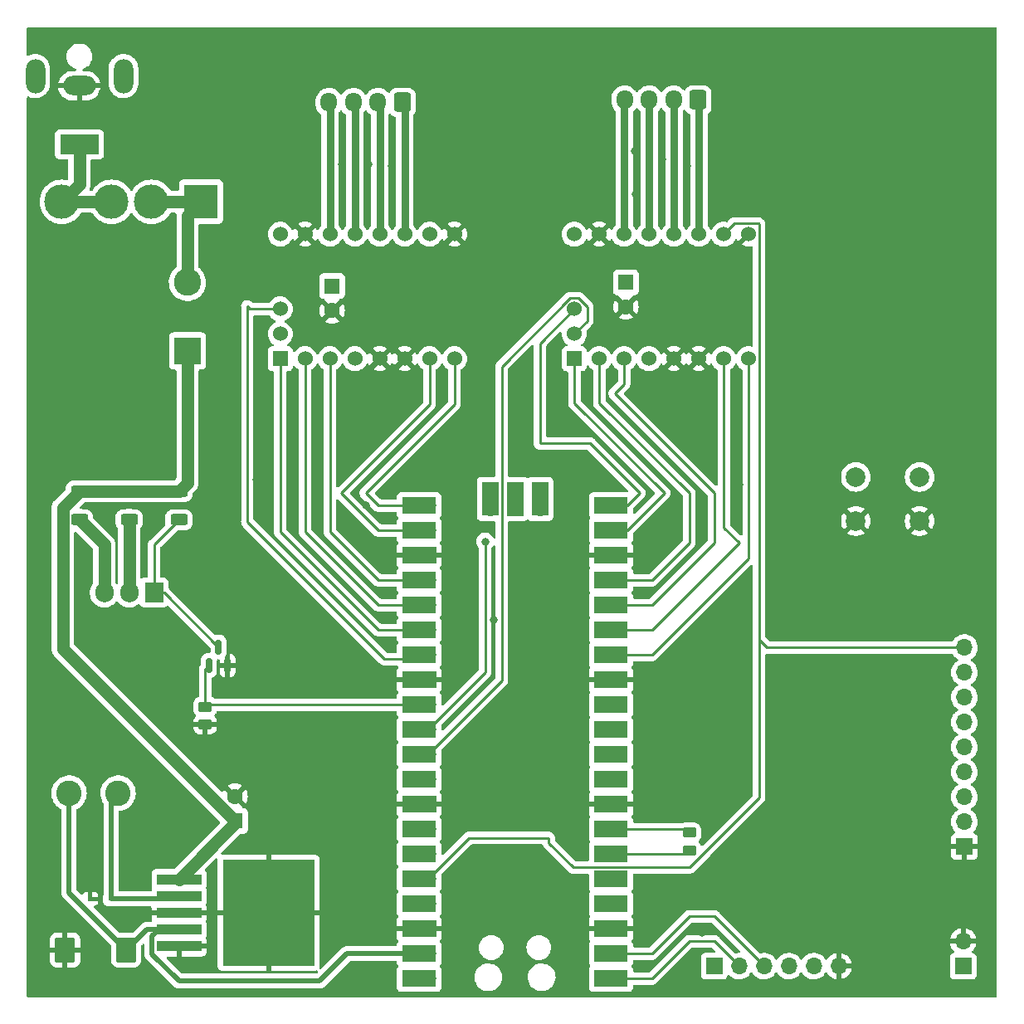
<source format=gbr>
%TF.GenerationSoftware,KiCad,Pcbnew,6.0.9-8da3e8f707~117~ubuntu22.04.1*%
%TF.CreationDate,2022-11-25T15:55:33-05:00*%
%TF.ProjectId,can-crusher,63616e2d-6372-4757-9368-65722e6b6963,2*%
%TF.SameCoordinates,Original*%
%TF.FileFunction,Copper,L1,Top*%
%TF.FilePolarity,Positive*%
%FSLAX46Y46*%
G04 Gerber Fmt 4.6, Leading zero omitted, Abs format (unit mm)*
G04 Created by KiCad (PCBNEW 6.0.9-8da3e8f707~117~ubuntu22.04.1) date 2022-11-25 15:55:33*
%MOMM*%
%LPD*%
G01*
G04 APERTURE LIST*
G04 Aperture macros list*
%AMRoundRect*
0 Rectangle with rounded corners*
0 $1 Rounding radius*
0 $2 $3 $4 $5 $6 $7 $8 $9 X,Y pos of 4 corners*
0 Add a 4 corners polygon primitive as box body*
4,1,4,$2,$3,$4,$5,$6,$7,$8,$9,$2,$3,0*
0 Add four circle primitives for the rounded corners*
1,1,$1+$1,$2,$3*
1,1,$1+$1,$4,$5*
1,1,$1+$1,$6,$7*
1,1,$1+$1,$8,$9*
0 Add four rect primitives between the rounded corners*
20,1,$1+$1,$2,$3,$4,$5,0*
20,1,$1+$1,$4,$5,$6,$7,0*
20,1,$1+$1,$6,$7,$8,$9,0*
20,1,$1+$1,$8,$9,$2,$3,0*%
G04 Aperture macros list end*
%TA.AperFunction,ComponentPad*%
%ADD10R,3.500000X3.500000*%
%TD*%
%TA.AperFunction,ComponentPad*%
%ADD11C,3.500000*%
%TD*%
%TA.AperFunction,ComponentPad*%
%ADD12R,1.600000X1.600000*%
%TD*%
%TA.AperFunction,ComponentPad*%
%ADD13C,1.600000*%
%TD*%
%TA.AperFunction,ComponentPad*%
%ADD14R,1.905000X2.000000*%
%TD*%
%TA.AperFunction,ComponentPad*%
%ADD15O,1.905000X2.000000*%
%TD*%
%TA.AperFunction,SMDPad,CuDef*%
%ADD16RoundRect,0.250000X0.450000X-0.262500X0.450000X0.262500X-0.450000X0.262500X-0.450000X-0.262500X0*%
%TD*%
%TA.AperFunction,SMDPad,CuDef*%
%ADD17RoundRect,0.250000X-0.625000X0.312500X-0.625000X-0.312500X0.625000X-0.312500X0.625000X0.312500X0*%
%TD*%
%TA.AperFunction,ComponentPad*%
%ADD18RoundRect,0.250000X0.600000X0.725000X-0.600000X0.725000X-0.600000X-0.725000X0.600000X-0.725000X0*%
%TD*%
%TA.AperFunction,ComponentPad*%
%ADD19O,1.700000X1.950000*%
%TD*%
%TA.AperFunction,ComponentPad*%
%ADD20R,1.524000X1.524000*%
%TD*%
%TA.AperFunction,ComponentPad*%
%ADD21C,1.524000*%
%TD*%
%TA.AperFunction,SMDPad,CuDef*%
%ADD22R,4.600000X1.100000*%
%TD*%
%TA.AperFunction,SMDPad,CuDef*%
%ADD23R,9.400000X10.800000*%
%TD*%
%TA.AperFunction,SMDPad,CuDef*%
%ADD24RoundRect,0.150000X0.150000X-0.587500X0.150000X0.587500X-0.150000X0.587500X-0.150000X-0.587500X0*%
%TD*%
%TA.AperFunction,SMDPad,CuDef*%
%ADD25RoundRect,0.250000X0.625000X-0.312500X0.625000X0.312500X-0.625000X0.312500X-0.625000X-0.312500X0*%
%TD*%
%TA.AperFunction,ComponentPad*%
%ADD26R,1.700000X1.700000*%
%TD*%
%TA.AperFunction,ComponentPad*%
%ADD27O,1.700000X1.700000*%
%TD*%
%TA.AperFunction,SMDPad,CuDef*%
%ADD28R,0.600000X0.450000*%
%TD*%
%TA.AperFunction,SMDPad,CuDef*%
%ADD29RoundRect,0.250000X0.787500X1.025000X-0.787500X1.025000X-0.787500X-1.025000X0.787500X-1.025000X0*%
%TD*%
%TA.AperFunction,ComponentPad*%
%ADD30C,2.775000*%
%TD*%
%TA.AperFunction,ComponentPad*%
%ADD31R,2.775000X2.775000*%
%TD*%
%TA.AperFunction,SMDPad,CuDef*%
%ADD32R,3.500000X1.700000*%
%TD*%
%TA.AperFunction,SMDPad,CuDef*%
%ADD33R,1.700000X3.500000*%
%TD*%
%TA.AperFunction,ComponentPad*%
%ADD34R,4.000000X2.000000*%
%TD*%
%TA.AperFunction,ComponentPad*%
%ADD35O,3.300000X2.000000*%
%TD*%
%TA.AperFunction,ComponentPad*%
%ADD36O,2.000000X3.500000*%
%TD*%
%TA.AperFunction,ComponentPad*%
%ADD37C,2.000000*%
%TD*%
%TA.AperFunction,SMDPad,CuDef*%
%ADD38RoundRect,0.250000X-0.450000X0.262500X-0.450000X-0.262500X0.450000X-0.262500X0.450000X0.262500X0*%
%TD*%
%TA.AperFunction,ComponentPad*%
%ADD39C,2.600000*%
%TD*%
%TA.AperFunction,ViaPad*%
%ADD40C,0.800000*%
%TD*%
%TA.AperFunction,Conductor*%
%ADD41C,0.760000*%
%TD*%
%TA.AperFunction,Conductor*%
%ADD42C,0.250000*%
%TD*%
%TA.AperFunction,Conductor*%
%ADD43C,0.500000*%
%TD*%
%TA.AperFunction,Conductor*%
%ADD44C,1.250000*%
%TD*%
G04 APERTURE END LIST*
D10*
%TO.P,X1,1A*%
%TO.N,Net-(SW3-Pad1)*%
X115292500Y-69331000D03*
D11*
%TO.P,X1,1B*%
%TO.N,Net-(J5-Pad1)*%
X106152500Y-69331000D03*
%TO.P,X1,2A*%
%TO.N,Net-(SW3-Pad1)*%
X110212500Y-69331000D03*
%TO.P,X1,2B*%
%TO.N,Net-(J5-Pad1)*%
X101072500Y-69331000D03*
%TD*%
D12*
%TO.P,C2,1*%
%TO.N,/12V_ON*%
X128651000Y-77938621D03*
D13*
%TO.P,C2,2*%
%TO.N,GND*%
X128651000Y-80438621D03*
%TD*%
D14*
%TO.P,Q1,1,G*%
%TO.N,Net-(Q1-Pad1)*%
X110490000Y-109220000D03*
D15*
%TO.P,Q1,2,D*%
%TO.N,/12V_ON*%
X107950000Y-109220000D03*
%TO.P,Q1,3,S*%
%TO.N,Net-(Q1-Pad3)*%
X105410000Y-109220000D03*
%TD*%
D16*
%TO.P,R1,1*%
%TO.N,Net-(R1-Pad1)*%
X165100000Y-135532500D03*
%TO.P,R1,2*%
%TO.N,/STEP_TXRX*%
X165100000Y-133707500D03*
%TD*%
D17*
%TO.P,R5,1*%
%TO.N,+12V*%
X107950000Y-98867500D03*
%TO.P,R5,2*%
%TO.N,/12V_ON*%
X107950000Y-101792500D03*
%TD*%
D18*
%TO.P,J1,1,Pin_1*%
%TO.N,Net-(J1-Pad1)*%
X166000000Y-58945000D03*
D19*
%TO.P,J1,2,Pin_2*%
%TO.N,Net-(J1-Pad2)*%
X163500000Y-58945000D03*
%TO.P,J1,3,Pin_3*%
%TO.N,Net-(J1-Pad3)*%
X161000000Y-58945000D03*
%TO.P,J1,4,Pin_4*%
%TO.N,Net-(J1-Pad4)*%
X158500000Y-58945000D03*
%TD*%
D20*
%TO.P,U1,1,EN*%
%TO.N,Net-(U1-Pad1)*%
X153362500Y-85350000D03*
D21*
%TO.P,U1,2,MS1*%
%TO.N,Net-(U1-Pad2)*%
X155902500Y-85350000D03*
%TO.P,U1,3,MS2*%
%TO.N,Net-(U1-Pad3)*%
X158442500Y-85350000D03*
%TO.P,U1,4,PDN*%
%TO.N,/STEP_TXRX*%
X160982500Y-85350000D03*
%TO.P,U1,5,PDN*%
%TO.N,GND*%
X163522500Y-85350000D03*
%TO.P,U1,6,CLK*%
X166062500Y-85350000D03*
%TO.P,U1,7,STEP*%
%TO.N,Net-(U1-Pad7)*%
X168602500Y-85350000D03*
%TO.P,U1,8,DIR*%
%TO.N,Net-(U1-Pad8)*%
X171142500Y-85350000D03*
%TO.P,U1,9,GND*%
%TO.N,GND*%
X171142500Y-72650000D03*
%TO.P,U1,10,VDD*%
%TO.N,+3.3V*%
X168602500Y-72650000D03*
%TO.P,U1,11,B2*%
%TO.N,Net-(J1-Pad1)*%
X166062500Y-72650000D03*
%TO.P,U1,12,B1*%
%TO.N,Net-(J1-Pad2)*%
X163522500Y-72650000D03*
%TO.P,U1,13,A2*%
%TO.N,Net-(J1-Pad3)*%
X160982500Y-72650000D03*
%TO.P,U1,14,A1*%
%TO.N,Net-(J1-Pad4)*%
X158442500Y-72650000D03*
%TO.P,U1,15,GND*%
%TO.N,GND*%
X155902500Y-72650000D03*
%TO.P,U1,16,VM*%
%TO.N,/12V_ON*%
X153362500Y-72650000D03*
%TO.P,U1,17,DIAG*%
%TO.N,Net-(U1-Pad17)*%
X153362500Y-80270000D03*
%TO.P,U1,18,VREF*%
%TO.N,Net-(U1-Pad18)*%
X153362500Y-82810000D03*
%TD*%
D22*
%TO.P,U4,1,VIN*%
%TO.N,+12V*%
X113036000Y-138478000D03*
%TO.P,U4,2,OUT*%
%TO.N,Net-(D1-Pad1)*%
X113036000Y-140178000D03*
%TO.P,U4,3,GND*%
%TO.N,GND*%
X113036000Y-141878000D03*
D23*
X122186000Y-141878000D03*
D22*
%TO.P,U4,4,FB*%
%TO.N,VCC*%
X113036000Y-143578000D03*
%TO.P,U4,5,~{ON}/OFF*%
%TO.N,GND*%
X113036000Y-145278000D03*
%TD*%
D24*
%TO.P,Q2,1,G*%
%TO.N,Net-(Q2-Pad1)*%
X116095500Y-116634500D03*
%TO.P,Q2,2,S*%
%TO.N,GND*%
X117995500Y-116634500D03*
%TO.P,Q2,3,D*%
%TO.N,Net-(Q1-Pad1)*%
X117045500Y-114759500D03*
%TD*%
D25*
%TO.P,R7,1*%
%TO.N,Net-(Q1-Pad3)*%
X102870000Y-101792500D03*
%TO.P,R7,2*%
%TO.N,+12V*%
X102870000Y-98867500D03*
%TD*%
D26*
%TO.P,J2,1,Pin_1*%
%TO.N,unconnected-(J2-Pad1)*%
X167640000Y-147320000D03*
D27*
%TO.P,J2,2,Pin_2*%
%TO.N,Net-(J2-Pad2)*%
X170180000Y-147320000D03*
%TO.P,J2,3,Pin_3*%
%TO.N,Net-(J2-Pad3)*%
X172720000Y-147320000D03*
%TO.P,J2,4,Pin_4*%
%TO.N,unconnected-(J2-Pad4)*%
X175260000Y-147320000D03*
%TO.P,J2,5,Pin_5*%
%TO.N,unconnected-(J2-Pad5)*%
X177800000Y-147320000D03*
%TO.P,J2,6,Pin_6*%
%TO.N,GND*%
X180340000Y-147320000D03*
%TD*%
D28*
%TO.P,D1,1,K*%
%TO.N,Net-(D1-Pad1)*%
X106079000Y-140462000D03*
%TO.P,D1,2,A*%
%TO.N,GND*%
X103979000Y-140462000D03*
%TD*%
D29*
%TO.P,C4,1*%
%TO.N,VCC*%
X107633500Y-145669000D03*
%TO.P,C4,2*%
%TO.N,GND*%
X101408500Y-145669000D03*
%TD*%
D30*
%TO.P,SW3,1,A*%
%TO.N,Net-(SW3-Pad1)*%
X113896500Y-77553750D03*
D31*
%TO.P,SW3,2,B*%
%TO.N,+12V*%
X113896500Y-84553750D03*
%TD*%
D26*
%TO.P,J6,1,Pin_1*%
%TO.N,GND*%
X193167000Y-135128000D03*
D27*
%TO.P,J6,2,Pin_2*%
%TO.N,Net-(J6-Pad2)*%
X193167000Y-132588000D03*
%TO.P,J6,3,Pin_3*%
%TO.N,Net-(J6-Pad3)*%
X193167000Y-130048000D03*
%TO.P,J6,4,Pin_4*%
%TO.N,Net-(J6-Pad4)*%
X193167000Y-127508000D03*
%TO.P,J6,5,Pin_5*%
%TO.N,Net-(J6-Pad5)*%
X193167000Y-124968000D03*
%TO.P,J6,6,Pin_6*%
%TO.N,Net-(J6-Pad6)*%
X193167000Y-122428000D03*
%TO.P,J6,7,Pin_7*%
%TO.N,Net-(J6-Pad7)*%
X193167000Y-119888000D03*
%TO.P,J6,8,Pin_8*%
%TO.N,Net-(J6-Pad8)*%
X193167000Y-117348000D03*
%TO.P,J6,9,Pin_9*%
%TO.N,+3.3V*%
X193167000Y-114808000D03*
%TD*%
%TO.P,U2,1,GPIO0*%
%TO.N,Net-(J2-Pad2)*%
X156210000Y-148590000D03*
D32*
X157110000Y-148590000D03*
%TO.P,U2,2,GPIO1*%
%TO.N,Net-(J2-Pad3)*%
X157110000Y-146050000D03*
D27*
X156210000Y-146050000D03*
D32*
%TO.P,U2,3,GND*%
%TO.N,GND*%
X157110000Y-143510000D03*
D26*
X156210000Y-143510000D03*
D32*
%TO.P,U2,4,GPIO2*%
%TO.N,Net-(J6-Pad3)*%
X157110000Y-140970000D03*
D27*
X156210000Y-140970000D03*
%TO.P,U2,5,GPIO3*%
%TO.N,Net-(J6-Pad4)*%
X156210000Y-138430000D03*
D32*
X157110000Y-138430000D03*
%TO.P,U2,6,GPIO4*%
%TO.N,Net-(R1-Pad1)*%
X157110000Y-135890000D03*
D27*
X156210000Y-135890000D03*
D32*
%TO.P,U2,7,GPIO5*%
%TO.N,/STEP_TXRX*%
X157110000Y-133350000D03*
D27*
X156210000Y-133350000D03*
D32*
%TO.P,U2,8,GND*%
%TO.N,GND*%
X157110000Y-130810000D03*
D26*
X156210000Y-130810000D03*
D32*
%TO.P,U2,9,GPIO6*%
%TO.N,Net-(J6-Pad5)*%
X157110000Y-128270000D03*
D27*
X156210000Y-128270000D03*
D32*
%TO.P,U2,10,GPIO7*%
%TO.N,Net-(J6-Pad6)*%
X157110000Y-125730000D03*
D27*
X156210000Y-125730000D03*
%TO.P,U2,11,GPIO8*%
%TO.N,Net-(J6-Pad7)*%
X156210000Y-123190000D03*
D32*
X157110000Y-123190000D03*
D27*
%TO.P,U2,12,GPIO9*%
%TO.N,Net-(J6-Pad8)*%
X156210000Y-120650000D03*
D32*
X157110000Y-120650000D03*
D26*
%TO.P,U2,13,GND*%
%TO.N,GND*%
X156210000Y-118110000D03*
D32*
X157110000Y-118110000D03*
%TO.P,U2,14,GPIO10*%
%TO.N,Net-(U1-Pad8)*%
X157110000Y-115570000D03*
D27*
X156210000Y-115570000D03*
%TO.P,U2,15,GPIO11*%
%TO.N,Net-(U1-Pad7)*%
X156210000Y-113030000D03*
D32*
X157110000Y-113030000D03*
%TO.P,U2,16,GPIO12*%
%TO.N,Net-(U1-Pad3)*%
X157110000Y-110490000D03*
D27*
X156210000Y-110490000D03*
D32*
%TO.P,U2,17,GPIO13*%
%TO.N,Net-(U1-Pad2)*%
X157110000Y-107950000D03*
D27*
X156210000Y-107950000D03*
D32*
%TO.P,U2,18,GND*%
%TO.N,GND*%
X157110000Y-105410000D03*
D26*
X156210000Y-105410000D03*
D32*
%TO.P,U2,19,GPIO14*%
%TO.N,Net-(U1-Pad1)*%
X157110000Y-102870000D03*
D27*
X156210000Y-102870000D03*
D32*
%TO.P,U2,20,GPIO15*%
%TO.N,Net-(U1-Pad17)*%
X157110000Y-100330000D03*
D27*
X156210000Y-100330000D03*
%TO.P,U2,21,GPIO16*%
%TO.N,Net-(U2-Pad21)*%
X138430000Y-100330000D03*
D32*
X137530000Y-100330000D03*
D27*
%TO.P,U2,22,GPIO17*%
%TO.N,Net-(U2-Pad22)*%
X138430000Y-102870000D03*
D32*
X137530000Y-102870000D03*
D26*
%TO.P,U2,23,GND*%
%TO.N,GND*%
X138430000Y-105410000D03*
D32*
X137530000Y-105410000D03*
%TO.P,U2,24,GPIO18*%
%TO.N,Net-(U2-Pad24)*%
X137530000Y-107950000D03*
D27*
X138430000Y-107950000D03*
D32*
%TO.P,U2,25,GPIO19*%
%TO.N,Net-(U2-Pad25)*%
X137530000Y-110490000D03*
D27*
X138430000Y-110490000D03*
%TO.P,U2,26,GPIO20*%
%TO.N,Net-(U2-Pad26)*%
X138430000Y-113030000D03*
D32*
X137530000Y-113030000D03*
%TO.P,U2,27,GPIO21*%
%TO.N,Net-(U2-Pad27)*%
X137530000Y-115570000D03*
D27*
X138430000Y-115570000D03*
D26*
%TO.P,U2,28,GND*%
%TO.N,GND*%
X138430000Y-118110000D03*
D32*
X137530000Y-118110000D03*
D27*
%TO.P,U2,29,GPIO22*%
%TO.N,Net-(Q2-Pad1)*%
X138430000Y-120650000D03*
D32*
X137530000Y-120650000D03*
%TO.P,U2,30,RUN*%
%TO.N,Net-(SW1-Pad1)*%
X137530000Y-123190000D03*
D27*
X138430000Y-123190000D03*
%TO.P,U2,31,GPIO26_ADC0*%
%TO.N,Net-(U1-Pad18)*%
X138430000Y-125730000D03*
D32*
X137530000Y-125730000D03*
%TO.P,U2,32,GPIO27_ADC1*%
%TO.N,Net-(U2-Pad32)*%
X137530000Y-128270000D03*
D27*
X138430000Y-128270000D03*
D26*
%TO.P,U2,33,AGND*%
%TO.N,GND*%
X138430000Y-130810000D03*
D32*
X137530000Y-130810000D03*
D27*
%TO.P,U2,34,GPIO28_ADC2*%
%TO.N,Net-(J6-Pad2)*%
X138430000Y-133350000D03*
D32*
X137530000Y-133350000D03*
D27*
%TO.P,U2,35,ADC_VREF*%
%TO.N,unconnected-(U2-Pad35)*%
X138430000Y-135890000D03*
D32*
X137530000Y-135890000D03*
D27*
%TO.P,U2,36,3V3*%
%TO.N,+3.3V*%
X138430000Y-138430000D03*
D32*
X137530000Y-138430000D03*
D27*
%TO.P,U2,37,3V3_EN*%
%TO.N,unconnected-(U2-Pad37)*%
X138430000Y-140970000D03*
D32*
X137530000Y-140970000D03*
%TO.P,U2,38,GND*%
%TO.N,GND*%
X137530000Y-143510000D03*
D26*
X138430000Y-143510000D03*
D32*
%TO.P,U2,39,VSYS*%
%TO.N,VCC*%
X137530000Y-146050000D03*
D27*
X138430000Y-146050000D03*
D32*
%TO.P,U2,40,VBUS*%
%TO.N,unconnected-(U2-Pad40)*%
X137530000Y-148590000D03*
D27*
X138430000Y-148590000D03*
%TO.P,U2,41,SWCLK*%
%TO.N,unconnected-(U2-Pad41)*%
X149860000Y-100560000D03*
D33*
X149860000Y-99660000D03*
%TO.P,U2,42,GND*%
%TO.N,unconnected-(U2-Pad42)*%
X147320000Y-99660000D03*
D26*
X147320000Y-100560000D03*
D27*
%TO.P,U2,43,SWDIO*%
%TO.N,unconnected-(U2-Pad43)*%
X144780000Y-100560000D03*
D33*
X144780000Y-99660000D03*
%TD*%
D34*
%TO.P,J5,1*%
%TO.N,Net-(J5-Pad1)*%
X102870000Y-63500000D03*
D35*
%TO.P,J5,2*%
%TO.N,GND*%
X102870000Y-57500000D03*
D36*
%TO.P,J5,MP*%
%TO.N,N/C*%
X107370000Y-56500000D03*
X98370000Y-56500000D03*
%TD*%
D17*
%TO.P,R6,1*%
%TO.N,+12V*%
X113030000Y-98867500D03*
%TO.P,R6,2*%
%TO.N,Net-(Q1-Pad1)*%
X113030000Y-101792500D03*
%TD*%
D18*
%TO.P,J4,1,Pin_1*%
%TO.N,Net-(J4-Pad1)*%
X135830000Y-59199000D03*
D19*
%TO.P,J4,2,Pin_2*%
%TO.N,Net-(J4-Pad2)*%
X133330000Y-59199000D03*
%TO.P,J4,3,Pin_3*%
%TO.N,Net-(J4-Pad3)*%
X130830000Y-59199000D03*
%TO.P,J4,4,Pin_4*%
%TO.N,Net-(J4-Pad4)*%
X128330000Y-59199000D03*
%TD*%
D20*
%TO.P,U3,1,EN*%
%TO.N,Net-(U2-Pad26)*%
X123362500Y-85350000D03*
D21*
%TO.P,U3,2,MS1*%
%TO.N,Net-(U2-Pad25)*%
X125902500Y-85350000D03*
%TO.P,U3,3,MS2*%
%TO.N,Net-(U2-Pad24)*%
X128442500Y-85350000D03*
%TO.P,U3,4,PDN*%
%TO.N,/STEP_TXRX*%
X130982500Y-85350000D03*
%TO.P,U3,5,PDN*%
%TO.N,GND*%
X133522500Y-85350000D03*
%TO.P,U3,6,CLK*%
X136062500Y-85350000D03*
%TO.P,U3,7,STEP*%
%TO.N,Net-(U2-Pad22)*%
X138602500Y-85350000D03*
%TO.P,U3,8,DIR*%
%TO.N,Net-(U2-Pad21)*%
X141142500Y-85350000D03*
%TO.P,U3,9,GND*%
%TO.N,GND*%
X141142500Y-72650000D03*
%TO.P,U3,10,VDD*%
%TO.N,+3.3V*%
X138602500Y-72650000D03*
%TO.P,U3,11,B2*%
%TO.N,Net-(J4-Pad1)*%
X136062500Y-72650000D03*
%TO.P,U3,12,B1*%
%TO.N,Net-(J4-Pad2)*%
X133522500Y-72650000D03*
%TO.P,U3,13,A2*%
%TO.N,Net-(J4-Pad3)*%
X130982500Y-72650000D03*
%TO.P,U3,14,A1*%
%TO.N,Net-(J4-Pad4)*%
X128442500Y-72650000D03*
%TO.P,U3,15,GND*%
%TO.N,GND*%
X125902500Y-72650000D03*
%TO.P,U3,16,VM*%
%TO.N,/12V_ON*%
X123362500Y-72650000D03*
%TO.P,U3,17,DIAG*%
%TO.N,Net-(U2-Pad27)*%
X123362500Y-80270000D03*
%TO.P,U3,18,VREF*%
%TO.N,Net-(U2-Pad32)*%
X123362500Y-82810000D03*
%TD*%
D12*
%TO.P,C3,1*%
%TO.N,+12V*%
X118745000Y-132500380D03*
D13*
%TO.P,C3,2*%
%TO.N,GND*%
X118745000Y-130000380D03*
%TD*%
D37*
%TO.P,SW1,1,1*%
%TO.N,Net-(SW1-Pad1)*%
X182095000Y-97409000D03*
X188595000Y-97409000D03*
%TO.P,SW1,2,2*%
%TO.N,GND*%
X182095000Y-101909000D03*
X188595000Y-101909000D03*
%TD*%
D26*
%TO.P,J3,1,Pin_1*%
%TO.N,VCC*%
X193040000Y-147320000D03*
D27*
%TO.P,J3,2,Pin_2*%
%TO.N,GND*%
X193040000Y-144780000D03*
%TD*%
D38*
%TO.P,R8,1*%
%TO.N,Net-(Q2-Pad1)*%
X115697000Y-120857000D03*
%TO.P,R8,2*%
%TO.N,GND*%
X115697000Y-122682000D03*
%TD*%
D12*
%TO.P,C1,1*%
%TO.N,/12V_ON*%
X158623000Y-77557621D03*
D13*
%TO.P,C1,2*%
%TO.N,GND*%
X158623000Y-80057621D03*
%TD*%
D39*
%TO.P,L1,1,1*%
%TO.N,Net-(D1-Pad1)*%
X106807000Y-129667000D03*
%TO.P,L1,2,2*%
%TO.N,VCC*%
X101807000Y-129667000D03*
%TD*%
D40*
%TO.N,GND*%
X166370000Y-143891000D03*
X164846000Y-65659000D03*
X162306000Y-65024000D03*
X159639000Y-68580000D03*
X159512000Y-64135000D03*
X134747000Y-65659000D03*
X132334000Y-65532000D03*
X129667000Y-65532000D03*
X124206000Y-65532000D03*
X140081000Y-63754000D03*
X153289000Y-64008000D03*
X148336000Y-88900000D03*
X143002000Y-93345000D03*
X127000000Y-113919000D03*
X118237000Y-104140000D03*
X98171000Y-105283000D03*
X102108000Y-84328000D03*
X99822000Y-138049000D03*
X131191000Y-148844000D03*
X99060000Y-149098000D03*
X188468000Y-149225000D03*
X183769000Y-138049000D03*
X192913000Y-98552000D03*
X178562000Y-108839000D03*
X167513000Y-115316000D03*
X145161000Y-112014000D03*
X151765000Y-112903000D03*
X144653000Y-129413000D03*
X127635000Y-131826000D03*
X125603000Y-126619000D03*
X111379000Y-115824000D03*
X99822000Y-120015000D03*
X118364000Y-75057000D03*
X115189000Y-56642000D03*
X147320000Y-70612000D03*
X147955000Y-57404000D03*
X174371000Y-57912000D03*
X184531000Y-63881000D03*
X177038000Y-94107000D03*
X170180000Y-98171000D03*
X166243000Y-99568000D03*
X151892000Y-90932000D03*
X132080000Y-100330000D03*
X127127000Y-98044000D03*
X124841000Y-97536000D03*
X120904000Y-97663000D03*
X183007000Y-131572000D03*
X164846000Y-139827000D03*
X166497000Y-121666000D03*
X166116000Y-123952000D03*
X165989000Y-126873000D03*
%TO.N,Net-(SW1-Pad1)*%
X144272000Y-104013000D03*
%TD*%
D41*
%TO.N,Net-(J1-Pad1)*%
X166062500Y-72650000D02*
X166062500Y-59007500D01*
%TO.N,Net-(J1-Pad2)*%
X163522500Y-72650000D02*
X163522500Y-58967500D01*
D42*
X163522500Y-58967500D02*
X163500000Y-58945000D01*
D41*
%TO.N,Net-(J1-Pad3)*%
X160982500Y-72650000D02*
X160982500Y-58962500D01*
%TO.N,Net-(J1-Pad4)*%
X158442500Y-72650000D02*
X158442500Y-59002500D01*
D42*
X158442500Y-59002500D02*
X158500000Y-58945000D01*
%TO.N,Net-(J2-Pad2)*%
X161290000Y-148590000D02*
X165100000Y-144780000D01*
X165100000Y-144780000D02*
X167640000Y-144780000D01*
X156210000Y-148590000D02*
X161290000Y-148590000D01*
X167640000Y-144780000D02*
X170180000Y-147320000D01*
%TO.N,Net-(J2-Pad3)*%
X167640000Y-142240000D02*
X172720000Y-147320000D01*
X161290000Y-146050000D02*
X165100000Y-142240000D01*
X165100000Y-142240000D02*
X167640000Y-142240000D01*
X156210000Y-146050000D02*
X161290000Y-146050000D01*
D43*
%TO.N,VCC*%
X113030000Y-148844000D02*
X127381000Y-148844000D01*
X110986000Y-143578000D02*
X110286000Y-144278000D01*
X109724500Y-143578000D02*
X113036000Y-143578000D01*
X107633500Y-145669000D02*
X109724500Y-143578000D01*
X127381000Y-148844000D02*
X130175000Y-146050000D01*
X101807000Y-139842500D02*
X101807000Y-129667000D01*
X107633500Y-145669000D02*
X101807000Y-139842500D01*
X110286000Y-146100000D02*
X113030000Y-148844000D01*
X110286000Y-144278000D02*
X110286000Y-146100000D01*
X113036000Y-143578000D02*
X110986000Y-143578000D01*
X130175000Y-146050000D02*
X138430000Y-146050000D01*
D41*
%TO.N,Net-(J4-Pad1)*%
X136062500Y-72650000D02*
X136062500Y-59431500D01*
D42*
%TO.N,Net-(J4-Pad2)*%
X133522500Y-59391500D02*
X133330000Y-59199000D01*
D41*
X133522500Y-72650000D02*
X133522500Y-59391500D01*
%TO.N,Net-(J4-Pad3)*%
X130982500Y-72650000D02*
X130982500Y-59351500D01*
D42*
%TO.N,Net-(J4-Pad4)*%
X128442500Y-59311500D02*
X128330000Y-59199000D01*
D41*
X128442500Y-72650000D02*
X128442500Y-59311500D01*
D44*
%TO.N,+12V*%
X101170000Y-100567500D02*
X101170000Y-114925380D01*
X101170000Y-114925380D02*
X118745000Y-132500380D01*
X107950000Y-98867500D02*
X102870000Y-98867500D01*
X113030000Y-98867500D02*
X113896500Y-98001000D01*
X113030000Y-98867500D02*
X107950000Y-98867500D01*
X113896500Y-98001000D02*
X113896500Y-84553750D01*
X118745000Y-132769000D02*
X113036000Y-138478000D01*
X102870000Y-98867500D02*
X101170000Y-100567500D01*
X118745000Y-132500380D02*
X118745000Y-132769000D01*
D42*
%TO.N,+3.3V*%
X165132000Y-137255000D02*
X153257000Y-137255000D01*
X173009000Y-114808000D02*
X193167000Y-114808000D01*
X169689500Y-71563000D02*
X172147000Y-71563000D01*
X172229500Y-114028500D02*
X173009000Y-114808000D01*
X168602500Y-72650000D02*
X169689500Y-71563000D01*
X172229500Y-114028500D02*
X172229500Y-121140500D01*
X172229500Y-130157500D02*
X165132000Y-137255000D01*
X172229500Y-121140500D02*
X172229500Y-130157500D01*
X142621000Y-134239000D02*
X138430000Y-138430000D01*
X153257000Y-137255000D02*
X150749000Y-134747000D01*
X172229500Y-71645500D02*
X172229500Y-114028500D01*
X172147000Y-71563000D02*
X172229500Y-71645500D01*
X150749000Y-134239000D02*
X142621000Y-134239000D01*
X150749000Y-134747000D02*
X150749000Y-134239000D01*
D44*
%TO.N,/12V_ON*%
X107950000Y-109220000D02*
X107950000Y-101792500D01*
D42*
%TO.N,Net-(Q1-Pad1)*%
X110490000Y-104332500D02*
X110490000Y-109220000D01*
X113030000Y-101792500D02*
X110490000Y-104332500D01*
X111506000Y-109220000D02*
X117045500Y-114759500D01*
X110490000Y-109220000D02*
X111506000Y-109220000D01*
D44*
%TO.N,Net-(J5-Pad1)*%
X101072500Y-69331000D02*
X106152500Y-69331000D01*
X102870000Y-63500000D02*
X102870000Y-67533500D01*
X102870000Y-67533500D02*
X101072500Y-69331000D01*
D42*
%TO.N,Net-(R1-Pad1)*%
X156210000Y-135890000D02*
X164742500Y-135890000D01*
X164742500Y-135890000D02*
X165100000Y-135532500D01*
%TO.N,/STEP_TXRX*%
X156210000Y-133350000D02*
X164742500Y-133350000D01*
X164742500Y-133350000D02*
X165100000Y-133707500D01*
%TO.N,Net-(SW1-Pad1)*%
X144272000Y-117348000D02*
X144272000Y-104013000D01*
X138430000Y-123190000D02*
X144272000Y-117348000D01*
%TO.N,Net-(U1-Pad18)*%
X138430000Y-125730000D02*
X145955000Y-118205000D01*
X154686000Y-81486500D02*
X153362500Y-82810000D01*
X145955000Y-86140249D02*
X152912249Y-79183000D01*
X152912249Y-79183000D02*
X153812751Y-79183000D01*
X154686000Y-80056249D02*
X154686000Y-81486500D01*
X145955000Y-118205000D02*
X145955000Y-86140249D01*
X153812751Y-79183000D02*
X154686000Y-80056249D01*
%TO.N,Net-(U1-Pad1)*%
X156210000Y-102870000D02*
X158750000Y-102870000D01*
X158750000Y-102870000D02*
X162560000Y-99060000D01*
X153362500Y-89862500D02*
X153362500Y-85350000D01*
X162560000Y-99060000D02*
X153362500Y-89862500D01*
%TO.N,Net-(U1-Pad2)*%
X156210000Y-107950000D02*
X161290000Y-107950000D01*
X155902500Y-89862500D02*
X155902500Y-85350000D01*
X161290000Y-107950000D02*
X165100000Y-104140000D01*
X165100000Y-104140000D02*
X165100000Y-99060000D01*
X165100000Y-99060000D02*
X155902500Y-89862500D01*
%TO.N,Net-(U1-Pad3)*%
X161290000Y-110490000D02*
X167640000Y-104140000D01*
X167640000Y-104140000D02*
X167640000Y-99060000D01*
X156210000Y-110490000D02*
X161290000Y-110490000D01*
X167640000Y-99060000D02*
X157480000Y-88900000D01*
X157480000Y-88900000D02*
X158442500Y-87937500D01*
X158442500Y-87937500D02*
X158442500Y-85350000D01*
%TO.N,Net-(U1-Pad7)*%
X156210000Y-113030000D02*
X161290000Y-113030000D01*
X161290000Y-113030000D02*
X170180000Y-104140000D01*
X170180000Y-104140000D02*
X168602500Y-102562500D01*
X168602500Y-102562500D02*
X168602500Y-85350000D01*
%TO.N,Net-(U1-Pad8)*%
X171142500Y-105717500D02*
X171142500Y-85350000D01*
X156210000Y-115570000D02*
X161290000Y-115570000D01*
X161290000Y-115570000D02*
X171142500Y-105717500D01*
%TO.N,Net-(U1-Pad17)*%
X149860000Y-83772500D02*
X153362500Y-80270000D01*
X158750000Y-100330000D02*
X160020000Y-99060000D01*
X154940000Y-93980000D02*
X149860000Y-93980000D01*
X160020000Y-99060000D02*
X154940000Y-93980000D01*
X156210000Y-100330000D02*
X158750000Y-100330000D01*
X149860000Y-93980000D02*
X149860000Y-83772500D01*
%TO.N,Net-(U2-Pad21)*%
X141142500Y-89997500D02*
X141142500Y-85350000D01*
X133350000Y-100330000D02*
X132080000Y-99060000D01*
X132080000Y-99060000D02*
X141142500Y-89997500D01*
X138430000Y-100330000D02*
X133350000Y-100330000D01*
%TO.N,Net-(U2-Pad22)*%
X138430000Y-102870000D02*
X133350000Y-102870000D01*
X129540000Y-99060000D02*
X138602500Y-89997500D01*
X138602500Y-89997500D02*
X138602500Y-85350000D01*
X133350000Y-102870000D02*
X129540000Y-99060000D01*
%TO.N,Net-(U2-Pad24)*%
X133350000Y-107950000D02*
X128442500Y-103042500D01*
X128442500Y-103042500D02*
X128442500Y-85350000D01*
X138430000Y-107950000D02*
X133350000Y-107950000D01*
%TO.N,Net-(U2-Pad25)*%
X138430000Y-110490000D02*
X133350000Y-110490000D01*
X125902500Y-103042500D02*
X125902500Y-85350000D01*
X133350000Y-110490000D02*
X125902500Y-103042500D01*
%TO.N,Net-(U2-Pad26)*%
X133350000Y-113030000D02*
X123362500Y-103042500D01*
X123362500Y-103042500D02*
X123362500Y-85350000D01*
X138430000Y-113030000D02*
X133350000Y-113030000D01*
%TO.N,Net-(U2-Pad27)*%
X123362500Y-80270000D02*
X120270000Y-80270000D01*
X134000000Y-116000000D02*
X138000000Y-116000000D01*
X120270000Y-80270000D02*
X120000000Y-80000000D01*
X138000000Y-116000000D02*
X138430000Y-115570000D01*
X120000000Y-102000000D02*
X134000000Y-116000000D01*
X120000000Y-80000000D02*
X120000000Y-102000000D01*
D44*
%TO.N,Net-(Q1-Pad3)*%
X105410000Y-104332500D02*
X102870000Y-101792500D01*
X105410000Y-109220000D02*
X105410000Y-104332500D01*
D42*
%TO.N,Net-(SW3-Pad1)*%
X113896500Y-70727000D02*
X115292500Y-69331000D01*
D44*
X115292500Y-69331000D02*
X110212500Y-69331000D01*
X113896500Y-77553750D02*
X113896500Y-70727000D01*
D42*
%TO.N,Net-(Q2-Pad1)*%
X115697000Y-117033000D02*
X116095500Y-116634500D01*
X115904000Y-120650000D02*
X115697000Y-120857000D01*
X115697000Y-120857000D02*
X115697000Y-117033000D01*
X138430000Y-120650000D02*
X115904000Y-120650000D01*
D43*
%TO.N,Net-(D1-Pad1)*%
X106079000Y-140462000D02*
X112752000Y-140462000D01*
D42*
X112752000Y-140462000D02*
X113036000Y-140178000D01*
D43*
X106079000Y-130395000D02*
X106807000Y-129667000D01*
X106079000Y-140462000D02*
X106079000Y-130395000D01*
%TD*%
%TA.AperFunction,Conductor*%
%TO.N,GND*%
G36*
X196433621Y-51528502D02*
G01*
X196480114Y-51582158D01*
X196491500Y-51634500D01*
X196491500Y-150365500D01*
X196471498Y-150433621D01*
X196417842Y-150480114D01*
X196365500Y-150491500D01*
X97634500Y-150491500D01*
X97566379Y-150471498D01*
X97519886Y-150417842D01*
X97508500Y-150365500D01*
X97508500Y-146741095D01*
X99863001Y-146741095D01*
X99863338Y-146747614D01*
X99873257Y-146843206D01*
X99876149Y-146856600D01*
X99927588Y-147010784D01*
X99933761Y-147023962D01*
X100019063Y-147161807D01*
X100028099Y-147173208D01*
X100142829Y-147287739D01*
X100154240Y-147296751D01*
X100292243Y-147381816D01*
X100305424Y-147387963D01*
X100459710Y-147439138D01*
X100473086Y-147442005D01*
X100567438Y-147451672D01*
X100573854Y-147452000D01*
X101136385Y-147452000D01*
X101151624Y-147447525D01*
X101152829Y-147446135D01*
X101154500Y-147438452D01*
X101154500Y-147433884D01*
X101662500Y-147433884D01*
X101666975Y-147449123D01*
X101668365Y-147450328D01*
X101676048Y-147451999D01*
X102243095Y-147451999D01*
X102249614Y-147451662D01*
X102345206Y-147441743D01*
X102358600Y-147438851D01*
X102512784Y-147387412D01*
X102525962Y-147381239D01*
X102663807Y-147295937D01*
X102675208Y-147286901D01*
X102789739Y-147172171D01*
X102798751Y-147160760D01*
X102883816Y-147022757D01*
X102889963Y-147009576D01*
X102941138Y-146855290D01*
X102944005Y-146841914D01*
X102953672Y-146747562D01*
X102954000Y-146741146D01*
X102954000Y-145941115D01*
X102949525Y-145925876D01*
X102948135Y-145924671D01*
X102940452Y-145923000D01*
X101680615Y-145923000D01*
X101665376Y-145927475D01*
X101664171Y-145928865D01*
X101662500Y-145936548D01*
X101662500Y-147433884D01*
X101154500Y-147433884D01*
X101154500Y-145941115D01*
X101150025Y-145925876D01*
X101148635Y-145924671D01*
X101140952Y-145923000D01*
X99881116Y-145923000D01*
X99865877Y-145927475D01*
X99864672Y-145928865D01*
X99863001Y-145936548D01*
X99863001Y-146741095D01*
X97508500Y-146741095D01*
X97508500Y-145396885D01*
X99863000Y-145396885D01*
X99867475Y-145412124D01*
X99868865Y-145413329D01*
X99876548Y-145415000D01*
X101136385Y-145415000D01*
X101151624Y-145410525D01*
X101152829Y-145409135D01*
X101154500Y-145401452D01*
X101154500Y-145396885D01*
X101662500Y-145396885D01*
X101666975Y-145412124D01*
X101668365Y-145413329D01*
X101676048Y-145415000D01*
X102935884Y-145415000D01*
X102951123Y-145410525D01*
X102952328Y-145409135D01*
X102953999Y-145401452D01*
X102953999Y-144596905D01*
X102953662Y-144590386D01*
X102943743Y-144494794D01*
X102940851Y-144481400D01*
X102889412Y-144327216D01*
X102883239Y-144314038D01*
X102797937Y-144176193D01*
X102788901Y-144164792D01*
X102674171Y-144050261D01*
X102662760Y-144041249D01*
X102524757Y-143956184D01*
X102511576Y-143950037D01*
X102357290Y-143898862D01*
X102343914Y-143895995D01*
X102249562Y-143886328D01*
X102243145Y-143886000D01*
X101680615Y-143886000D01*
X101665376Y-143890475D01*
X101664171Y-143891865D01*
X101662500Y-143899548D01*
X101662500Y-145396885D01*
X101154500Y-145396885D01*
X101154500Y-143904116D01*
X101150025Y-143888877D01*
X101148635Y-143887672D01*
X101140952Y-143886001D01*
X100573905Y-143886001D01*
X100567386Y-143886338D01*
X100471794Y-143896257D01*
X100458400Y-143899149D01*
X100304216Y-143950588D01*
X100291038Y-143956761D01*
X100153193Y-144042063D01*
X100141792Y-144051099D01*
X100027261Y-144165829D01*
X100018249Y-144177240D01*
X99933184Y-144315243D01*
X99927037Y-144328424D01*
X99875862Y-144482710D01*
X99872995Y-144496086D01*
X99863328Y-144590438D01*
X99863000Y-144596855D01*
X99863000Y-145396885D01*
X97508500Y-145396885D01*
X97508500Y-129619526D01*
X99994050Y-129619526D01*
X99994274Y-129624192D01*
X99994274Y-129624197D01*
X99998970Y-129721946D01*
X100006947Y-129888019D01*
X100059388Y-130151656D01*
X100150220Y-130404646D01*
X100152432Y-130408762D01*
X100152433Y-130408765D01*
X100224266Y-130542452D01*
X100277450Y-130641431D01*
X100280241Y-130645168D01*
X100280245Y-130645175D01*
X100358580Y-130750077D01*
X100438281Y-130856810D01*
X100441590Y-130860090D01*
X100441595Y-130860096D01*
X100625863Y-131042762D01*
X100629180Y-131046050D01*
X100632942Y-131048808D01*
X100632945Y-131048811D01*
X100745299Y-131131192D01*
X100845954Y-131204995D01*
X100850090Y-131207171D01*
X100850093Y-131207173D01*
X100868598Y-131216909D01*
X100981169Y-131276136D01*
X101032140Y-131325554D01*
X101048500Y-131387643D01*
X101048500Y-139775430D01*
X101047067Y-139794380D01*
X101043801Y-139815849D01*
X101044394Y-139823141D01*
X101044394Y-139823144D01*
X101048085Y-139868518D01*
X101048500Y-139878733D01*
X101048500Y-139886793D01*
X101048925Y-139890437D01*
X101051789Y-139915007D01*
X101052222Y-139919382D01*
X101058140Y-139992137D01*
X101060396Y-139999101D01*
X101061587Y-140005060D01*
X101062971Y-140010915D01*
X101063818Y-140018181D01*
X101088735Y-140086827D01*
X101090152Y-140090955D01*
X101112649Y-140160399D01*
X101116445Y-140166654D01*
X101118951Y-140172128D01*
X101121670Y-140177558D01*
X101124167Y-140184437D01*
X101128180Y-140190557D01*
X101128180Y-140190558D01*
X101164186Y-140245476D01*
X101166523Y-140249180D01*
X101204405Y-140311607D01*
X101208121Y-140315815D01*
X101208122Y-140315816D01*
X101211803Y-140319984D01*
X101211776Y-140320008D01*
X101214429Y-140323000D01*
X101217132Y-140326233D01*
X101221144Y-140332352D01*
X101226456Y-140337384D01*
X101277383Y-140385628D01*
X101279825Y-140388006D01*
X106050595Y-145158776D01*
X106084621Y-145221088D01*
X106087500Y-145247871D01*
X106087500Y-146744400D01*
X106087837Y-146747646D01*
X106087837Y-146747650D01*
X106097752Y-146843206D01*
X106098474Y-146850166D01*
X106100655Y-146856702D01*
X106100655Y-146856704D01*
X106109147Y-146882158D01*
X106154450Y-147017946D01*
X106247522Y-147168348D01*
X106372697Y-147293305D01*
X106378927Y-147297145D01*
X106378928Y-147297146D01*
X106516288Y-147381816D01*
X106523262Y-147386115D01*
X106574522Y-147403117D01*
X106684611Y-147439632D01*
X106684613Y-147439632D01*
X106691139Y-147441797D01*
X106697975Y-147442497D01*
X106697978Y-147442498D01*
X106737323Y-147446529D01*
X106795600Y-147452500D01*
X108471400Y-147452500D01*
X108474646Y-147452163D01*
X108474650Y-147452163D01*
X108570308Y-147442238D01*
X108570312Y-147442237D01*
X108577166Y-147441526D01*
X108583702Y-147439345D01*
X108583704Y-147439345D01*
X108715806Y-147395272D01*
X108744946Y-147385550D01*
X108895348Y-147292478D01*
X108923725Y-147264052D01*
X109015134Y-147172483D01*
X109020305Y-147167303D01*
X109066320Y-147092654D01*
X109109275Y-147022968D01*
X109109276Y-147022966D01*
X109113115Y-147016738D01*
X109168797Y-146848861D01*
X109170586Y-146831406D01*
X109179167Y-146747650D01*
X109179500Y-146744400D01*
X109179500Y-145247871D01*
X109199502Y-145179750D01*
X109216405Y-145158776D01*
X109312405Y-145062776D01*
X109374717Y-145028750D01*
X109445532Y-145033815D01*
X109502368Y-145076362D01*
X109527179Y-145142882D01*
X109527500Y-145151871D01*
X109527500Y-146032930D01*
X109526067Y-146051880D01*
X109523911Y-146066054D01*
X109522801Y-146073349D01*
X109523394Y-146080641D01*
X109523394Y-146080644D01*
X109527085Y-146126018D01*
X109527500Y-146136233D01*
X109527500Y-146144293D01*
X109527925Y-146147937D01*
X109530789Y-146172507D01*
X109531222Y-146176882D01*
X109532145Y-146188222D01*
X109537140Y-146249637D01*
X109539396Y-146256601D01*
X109540587Y-146262560D01*
X109541971Y-146268415D01*
X109542818Y-146275681D01*
X109567735Y-146344327D01*
X109569152Y-146348455D01*
X109586145Y-146400908D01*
X109591649Y-146417899D01*
X109595445Y-146424154D01*
X109597951Y-146429628D01*
X109600670Y-146435058D01*
X109603167Y-146441937D01*
X109607180Y-146448057D01*
X109607180Y-146448058D01*
X109643186Y-146502976D01*
X109645523Y-146506680D01*
X109683405Y-146569107D01*
X109687121Y-146573315D01*
X109687122Y-146573316D01*
X109690803Y-146577484D01*
X109690776Y-146577508D01*
X109693429Y-146580500D01*
X109696132Y-146583733D01*
X109700144Y-146589852D01*
X109732047Y-146620074D01*
X109756383Y-146643128D01*
X109758825Y-146645506D01*
X112446230Y-149332911D01*
X112458616Y-149347323D01*
X112467149Y-149358918D01*
X112467154Y-149358923D01*
X112471492Y-149364818D01*
X112477070Y-149369557D01*
X112477073Y-149369560D01*
X112511768Y-149399035D01*
X112519284Y-149405965D01*
X112524979Y-149411660D01*
X112527861Y-149413940D01*
X112547251Y-149429281D01*
X112550655Y-149432072D01*
X112590446Y-149465877D01*
X112606285Y-149479333D01*
X112612801Y-149482661D01*
X112617850Y-149486028D01*
X112622979Y-149489195D01*
X112628716Y-149493734D01*
X112694875Y-149524655D01*
X112698769Y-149526558D01*
X112763808Y-149559769D01*
X112770916Y-149561508D01*
X112776559Y-149563607D01*
X112782322Y-149565524D01*
X112788950Y-149568622D01*
X112796112Y-149570112D01*
X112796113Y-149570112D01*
X112860412Y-149583486D01*
X112864696Y-149584456D01*
X112935610Y-149601808D01*
X112941212Y-149602156D01*
X112941215Y-149602156D01*
X112946764Y-149602500D01*
X112946762Y-149602536D01*
X112950755Y-149602775D01*
X112954947Y-149603149D01*
X112962115Y-149604640D01*
X113039520Y-149602546D01*
X113042928Y-149602500D01*
X127313930Y-149602500D01*
X127332880Y-149603933D01*
X127347115Y-149606099D01*
X127347119Y-149606099D01*
X127354349Y-149607199D01*
X127361641Y-149606606D01*
X127361644Y-149606606D01*
X127407018Y-149602915D01*
X127417233Y-149602500D01*
X127425293Y-149602500D01*
X127442680Y-149600473D01*
X127453507Y-149599211D01*
X127457882Y-149598778D01*
X127523339Y-149593454D01*
X127523342Y-149593453D01*
X127530637Y-149592860D01*
X127537601Y-149590604D01*
X127543560Y-149589413D01*
X127549415Y-149588029D01*
X127556681Y-149587182D01*
X127625327Y-149562265D01*
X127629455Y-149560848D01*
X127691936Y-149540607D01*
X127691938Y-149540606D01*
X127698899Y-149538351D01*
X127705154Y-149534555D01*
X127710628Y-149532049D01*
X127716058Y-149529330D01*
X127722937Y-149526833D01*
X127729058Y-149522820D01*
X127783976Y-149486814D01*
X127787680Y-149484477D01*
X127850107Y-149446595D01*
X127858484Y-149439197D01*
X127858508Y-149439224D01*
X127861500Y-149436571D01*
X127864733Y-149433868D01*
X127870852Y-149429856D01*
X127924128Y-149373617D01*
X127926506Y-149371175D01*
X130452276Y-146845405D01*
X130514588Y-146811379D01*
X130541371Y-146808500D01*
X135145500Y-146808500D01*
X135213621Y-146828502D01*
X135260114Y-146882158D01*
X135271500Y-146934500D01*
X135271500Y-146948134D01*
X135278255Y-147010316D01*
X135329385Y-147146705D01*
X135348471Y-147172171D01*
X135402630Y-147244435D01*
X135427478Y-147310941D01*
X135412425Y-147380324D01*
X135402632Y-147395562D01*
X135329385Y-147493295D01*
X135278255Y-147629684D01*
X135271500Y-147691866D01*
X135271500Y-149488134D01*
X135278255Y-149550316D01*
X135329385Y-149686705D01*
X135416739Y-149803261D01*
X135533295Y-149890615D01*
X135669684Y-149941745D01*
X135731866Y-149948500D01*
X138400826Y-149948500D01*
X138405443Y-149948585D01*
X138486673Y-149951564D01*
X138486677Y-149951564D01*
X138491837Y-149951753D01*
X138496957Y-149951097D01*
X138496959Y-149951097D01*
X138509261Y-149949521D01*
X138525271Y-149948500D01*
X139328134Y-149948500D01*
X139390316Y-149941745D01*
X139526705Y-149890615D01*
X139643261Y-149803261D01*
X139730615Y-149686705D01*
X139781745Y-149550316D01*
X139788500Y-149488134D01*
X139788500Y-148687856D01*
X139789578Y-148671409D01*
X139791092Y-148659908D01*
X139791529Y-148656590D01*
X139791611Y-148653240D01*
X139793074Y-148593365D01*
X139793074Y-148593361D01*
X139793156Y-148590000D01*
X139788924Y-148538524D01*
X139788500Y-148528200D01*
X139788500Y-148425469D01*
X143182095Y-148425469D01*
X143182392Y-148430622D01*
X143182392Y-148430625D01*
X143191775Y-148593365D01*
X143195427Y-148656697D01*
X143196564Y-148661743D01*
X143196565Y-148661749D01*
X143228741Y-148804523D01*
X143246346Y-148882642D01*
X143248288Y-148887424D01*
X143248289Y-148887428D01*
X143330111Y-149088931D01*
X143333484Y-149097237D01*
X143454501Y-149294719D01*
X143606147Y-149469784D01*
X143747554Y-149587182D01*
X143768344Y-149604442D01*
X143784349Y-149617730D01*
X143984322Y-149734584D01*
X144200694Y-149817209D01*
X144205760Y-149818240D01*
X144205761Y-149818240D01*
X144258846Y-149829040D01*
X144427656Y-149863385D01*
X144558324Y-149868176D01*
X144653949Y-149871683D01*
X144653953Y-149871683D01*
X144659113Y-149871872D01*
X144664233Y-149871216D01*
X144664235Y-149871216D01*
X144737270Y-149861860D01*
X144888847Y-149842442D01*
X144893795Y-149840957D01*
X144893802Y-149840956D01*
X145105747Y-149777369D01*
X145110690Y-149775886D01*
X145191236Y-149736427D01*
X145314049Y-149676262D01*
X145314052Y-149676260D01*
X145318684Y-149673991D01*
X145507243Y-149539494D01*
X145671303Y-149376005D01*
X145806458Y-149187917D01*
X145823978Y-149152469D01*
X145906784Y-148984922D01*
X145906785Y-148984920D01*
X145909078Y-148980280D01*
X145976408Y-148758671D01*
X146006640Y-148529041D01*
X146007100Y-148510219D01*
X146008245Y-148463365D01*
X146008245Y-148463361D01*
X146008327Y-148460000D01*
X146005488Y-148425469D01*
X148632095Y-148425469D01*
X148632392Y-148430622D01*
X148632392Y-148430625D01*
X148641775Y-148593365D01*
X148645427Y-148656697D01*
X148646564Y-148661743D01*
X148646565Y-148661749D01*
X148678741Y-148804523D01*
X148696346Y-148882642D01*
X148698288Y-148887424D01*
X148698289Y-148887428D01*
X148780111Y-149088931D01*
X148783484Y-149097237D01*
X148904501Y-149294719D01*
X149056147Y-149469784D01*
X149197554Y-149587182D01*
X149218344Y-149604442D01*
X149234349Y-149617730D01*
X149434322Y-149734584D01*
X149650694Y-149817209D01*
X149655760Y-149818240D01*
X149655761Y-149818240D01*
X149708846Y-149829040D01*
X149877656Y-149863385D01*
X150008324Y-149868176D01*
X150103949Y-149871683D01*
X150103953Y-149871683D01*
X150109113Y-149871872D01*
X150114233Y-149871216D01*
X150114235Y-149871216D01*
X150187270Y-149861860D01*
X150338847Y-149842442D01*
X150343795Y-149840957D01*
X150343802Y-149840956D01*
X150555747Y-149777369D01*
X150560690Y-149775886D01*
X150641236Y-149736427D01*
X150764049Y-149676262D01*
X150764052Y-149676260D01*
X150768684Y-149673991D01*
X150957243Y-149539494D01*
X151121303Y-149376005D01*
X151256458Y-149187917D01*
X151273978Y-149152469D01*
X151356784Y-148984922D01*
X151356785Y-148984920D01*
X151359078Y-148980280D01*
X151426408Y-148758671D01*
X151452999Y-148556695D01*
X154847251Y-148556695D01*
X154847548Y-148561848D01*
X154847548Y-148561851D01*
X154851291Y-148626763D01*
X154851500Y-148634016D01*
X154851500Y-149488134D01*
X154858255Y-149550316D01*
X154909385Y-149686705D01*
X154996739Y-149803261D01*
X155113295Y-149890615D01*
X155249684Y-149941745D01*
X155311866Y-149948500D01*
X156180826Y-149948500D01*
X156185443Y-149948585D01*
X156266673Y-149951564D01*
X156266677Y-149951564D01*
X156271837Y-149951753D01*
X156276957Y-149951097D01*
X156276959Y-149951097D01*
X156289261Y-149949521D01*
X156305271Y-149948500D01*
X158908134Y-149948500D01*
X158970316Y-149941745D01*
X159106705Y-149890615D01*
X159223261Y-149803261D01*
X159310615Y-149686705D01*
X159361745Y-149550316D01*
X159368500Y-149488134D01*
X159368500Y-149349500D01*
X159388502Y-149281379D01*
X159442158Y-149234886D01*
X159494500Y-149223500D01*
X161211233Y-149223500D01*
X161222416Y-149224027D01*
X161229909Y-149225702D01*
X161237835Y-149225453D01*
X161237836Y-149225453D01*
X161297986Y-149223562D01*
X161301945Y-149223500D01*
X161329856Y-149223500D01*
X161333791Y-149223003D01*
X161333856Y-149222995D01*
X161345693Y-149222062D01*
X161377951Y-149221048D01*
X161381970Y-149220922D01*
X161389889Y-149220673D01*
X161409343Y-149215021D01*
X161428700Y-149211013D01*
X161440930Y-149209468D01*
X161440931Y-149209468D01*
X161448797Y-149208474D01*
X161456168Y-149205555D01*
X161456170Y-149205555D01*
X161489912Y-149192196D01*
X161501142Y-149188351D01*
X161535983Y-149178229D01*
X161535984Y-149178229D01*
X161543593Y-149176018D01*
X161550412Y-149171985D01*
X161550417Y-149171983D01*
X161561028Y-149165707D01*
X161578776Y-149157012D01*
X161597617Y-149149552D01*
X161633387Y-149123564D01*
X161643307Y-149117048D01*
X161674535Y-149098580D01*
X161674538Y-149098578D01*
X161681362Y-149094542D01*
X161695683Y-149080221D01*
X161710717Y-149067380D01*
X161720694Y-149060131D01*
X161727107Y-149055472D01*
X161755298Y-149021395D01*
X161763288Y-149012616D01*
X165325499Y-145450405D01*
X165387811Y-145416379D01*
X165414594Y-145413500D01*
X167325406Y-145413500D01*
X167393527Y-145433502D01*
X167414501Y-145450405D01*
X167710501Y-145746405D01*
X167744527Y-145808717D01*
X167739462Y-145879532D01*
X167696915Y-145936368D01*
X167630395Y-145961179D01*
X167621406Y-145961500D01*
X166741866Y-145961500D01*
X166679684Y-145968255D01*
X166543295Y-146019385D01*
X166426739Y-146106739D01*
X166339385Y-146223295D01*
X166288255Y-146359684D01*
X166281500Y-146421866D01*
X166281500Y-148218134D01*
X166288255Y-148280316D01*
X166339385Y-148416705D01*
X166426739Y-148533261D01*
X166543295Y-148620615D01*
X166679684Y-148671745D01*
X166741866Y-148678500D01*
X168538134Y-148678500D01*
X168600316Y-148671745D01*
X168736705Y-148620615D01*
X168853261Y-148533261D01*
X168940615Y-148416705D01*
X168962799Y-148357529D01*
X168984598Y-148299382D01*
X169027240Y-148242618D01*
X169093802Y-148217918D01*
X169163150Y-148233126D01*
X169197817Y-148261114D01*
X169226250Y-148293938D01*
X169302376Y-148357139D01*
X169390891Y-148430625D01*
X169398126Y-148436632D01*
X169591000Y-148549338D01*
X169799692Y-148629030D01*
X169804760Y-148630061D01*
X169804763Y-148630062D01*
X169899862Y-148649410D01*
X170018597Y-148673567D01*
X170023772Y-148673757D01*
X170023774Y-148673757D01*
X170236673Y-148681564D01*
X170236677Y-148681564D01*
X170241837Y-148681753D01*
X170246957Y-148681097D01*
X170246959Y-148681097D01*
X170458288Y-148654025D01*
X170458289Y-148654025D01*
X170463416Y-148653368D01*
X170469546Y-148651529D01*
X170672429Y-148590661D01*
X170672434Y-148590659D01*
X170677384Y-148589174D01*
X170877994Y-148490896D01*
X171059860Y-148361173D01*
X171218096Y-148203489D01*
X171224075Y-148195169D01*
X171348453Y-148022077D01*
X171349776Y-148023028D01*
X171396645Y-147979857D01*
X171466580Y-147967625D01*
X171532026Y-147995144D01*
X171559875Y-148026994D01*
X171619987Y-148125088D01*
X171766250Y-148293938D01*
X171842376Y-148357139D01*
X171930891Y-148430625D01*
X171938126Y-148436632D01*
X172131000Y-148549338D01*
X172339692Y-148629030D01*
X172344760Y-148630061D01*
X172344763Y-148630062D01*
X172439862Y-148649410D01*
X172558597Y-148673567D01*
X172563772Y-148673757D01*
X172563774Y-148673757D01*
X172776673Y-148681564D01*
X172776677Y-148681564D01*
X172781837Y-148681753D01*
X172786957Y-148681097D01*
X172786959Y-148681097D01*
X172998288Y-148654025D01*
X172998289Y-148654025D01*
X173003416Y-148653368D01*
X173009546Y-148651529D01*
X173212429Y-148590661D01*
X173212434Y-148590659D01*
X173217384Y-148589174D01*
X173417994Y-148490896D01*
X173599860Y-148361173D01*
X173758096Y-148203489D01*
X173764075Y-148195169D01*
X173888453Y-148022077D01*
X173889776Y-148023028D01*
X173936645Y-147979857D01*
X174006580Y-147967625D01*
X174072026Y-147995144D01*
X174099875Y-148026994D01*
X174159987Y-148125088D01*
X174306250Y-148293938D01*
X174382376Y-148357139D01*
X174470891Y-148430625D01*
X174478126Y-148436632D01*
X174671000Y-148549338D01*
X174879692Y-148629030D01*
X174884760Y-148630061D01*
X174884763Y-148630062D01*
X174979862Y-148649410D01*
X175098597Y-148673567D01*
X175103772Y-148673757D01*
X175103774Y-148673757D01*
X175316673Y-148681564D01*
X175316677Y-148681564D01*
X175321837Y-148681753D01*
X175326957Y-148681097D01*
X175326959Y-148681097D01*
X175538288Y-148654025D01*
X175538289Y-148654025D01*
X175543416Y-148653368D01*
X175549546Y-148651529D01*
X175752429Y-148590661D01*
X175752434Y-148590659D01*
X175757384Y-148589174D01*
X175957994Y-148490896D01*
X176139860Y-148361173D01*
X176298096Y-148203489D01*
X176304075Y-148195169D01*
X176428453Y-148022077D01*
X176429776Y-148023028D01*
X176476645Y-147979857D01*
X176546580Y-147967625D01*
X176612026Y-147995144D01*
X176639875Y-148026994D01*
X176699987Y-148125088D01*
X176846250Y-148293938D01*
X176922376Y-148357139D01*
X177010891Y-148430625D01*
X177018126Y-148436632D01*
X177211000Y-148549338D01*
X177419692Y-148629030D01*
X177424760Y-148630061D01*
X177424763Y-148630062D01*
X177519862Y-148649410D01*
X177638597Y-148673567D01*
X177643772Y-148673757D01*
X177643774Y-148673757D01*
X177856673Y-148681564D01*
X177856677Y-148681564D01*
X177861837Y-148681753D01*
X177866957Y-148681097D01*
X177866959Y-148681097D01*
X178078288Y-148654025D01*
X178078289Y-148654025D01*
X178083416Y-148653368D01*
X178089546Y-148651529D01*
X178292429Y-148590661D01*
X178292434Y-148590659D01*
X178297384Y-148589174D01*
X178497994Y-148490896D01*
X178679860Y-148361173D01*
X178838096Y-148203489D01*
X178844075Y-148195169D01*
X178968453Y-148022077D01*
X178969640Y-148022930D01*
X179016960Y-147979362D01*
X179086897Y-147967145D01*
X179152338Y-147994678D01*
X179180166Y-148026511D01*
X179237694Y-148120388D01*
X179243777Y-148128699D01*
X179383213Y-148289667D01*
X179390580Y-148296883D01*
X179554434Y-148432916D01*
X179562881Y-148438831D01*
X179746756Y-148546279D01*
X179756042Y-148550729D01*
X179955001Y-148626703D01*
X179964899Y-148629579D01*
X180068250Y-148650606D01*
X180082299Y-148649410D01*
X180086000Y-148639065D01*
X180086000Y-148638517D01*
X180594000Y-148638517D01*
X180598064Y-148652359D01*
X180611478Y-148654393D01*
X180618184Y-148653534D01*
X180628262Y-148651392D01*
X180832255Y-148590191D01*
X180841842Y-148586433D01*
X181033095Y-148492739D01*
X181041945Y-148487464D01*
X181215328Y-148363792D01*
X181223200Y-148357139D01*
X181362690Y-148218134D01*
X191681500Y-148218134D01*
X191688255Y-148280316D01*
X191739385Y-148416705D01*
X191826739Y-148533261D01*
X191943295Y-148620615D01*
X192079684Y-148671745D01*
X192141866Y-148678500D01*
X193938134Y-148678500D01*
X194000316Y-148671745D01*
X194136705Y-148620615D01*
X194253261Y-148533261D01*
X194340615Y-148416705D01*
X194391745Y-148280316D01*
X194398500Y-148218134D01*
X194398500Y-146421866D01*
X194391745Y-146359684D01*
X194340615Y-146223295D01*
X194253261Y-146106739D01*
X194136705Y-146019385D01*
X194098304Y-146004989D01*
X194017687Y-145974767D01*
X193960923Y-145932125D01*
X193936223Y-145865564D01*
X193951430Y-145796215D01*
X193972977Y-145767535D01*
X194074052Y-145666812D01*
X194080730Y-145658965D01*
X194205003Y-145486020D01*
X194210313Y-145477183D01*
X194304670Y-145286267D01*
X194308469Y-145276672D01*
X194370377Y-145072910D01*
X194372555Y-145062837D01*
X194373986Y-145051962D01*
X194371775Y-145037778D01*
X194358617Y-145034000D01*
X191723225Y-145034000D01*
X191709694Y-145037973D01*
X191708257Y-145047966D01*
X191738565Y-145182446D01*
X191741645Y-145192275D01*
X191821770Y-145389603D01*
X191826413Y-145398794D01*
X191937694Y-145580388D01*
X191943777Y-145588699D01*
X192083213Y-145749667D01*
X192090577Y-145756879D01*
X192095522Y-145760985D01*
X192135156Y-145819889D01*
X192136653Y-145890870D01*
X192099537Y-145951392D01*
X192059264Y-145975910D01*
X191951705Y-146016232D01*
X191951704Y-146016233D01*
X191943295Y-146019385D01*
X191826739Y-146106739D01*
X191739385Y-146223295D01*
X191688255Y-146359684D01*
X191681500Y-146421866D01*
X191681500Y-148218134D01*
X181362690Y-148218134D01*
X181374052Y-148206812D01*
X181380730Y-148198965D01*
X181505003Y-148026020D01*
X181510313Y-148017183D01*
X181604670Y-147826267D01*
X181608469Y-147816672D01*
X181670377Y-147612910D01*
X181672555Y-147602837D01*
X181673986Y-147591962D01*
X181671775Y-147577778D01*
X181658617Y-147574000D01*
X180612115Y-147574000D01*
X180596876Y-147578475D01*
X180595671Y-147579865D01*
X180594000Y-147587548D01*
X180594000Y-148638517D01*
X180086000Y-148638517D01*
X180086000Y-147047885D01*
X180594000Y-147047885D01*
X180598475Y-147063124D01*
X180599865Y-147064329D01*
X180607548Y-147066000D01*
X181658344Y-147066000D01*
X181671875Y-147062027D01*
X181673180Y-147052947D01*
X181631214Y-146885875D01*
X181627894Y-146876124D01*
X181542972Y-146680814D01*
X181538104Y-146671736D01*
X181422426Y-146492926D01*
X181416136Y-146484757D01*
X181272806Y-146327240D01*
X181265273Y-146320215D01*
X181098139Y-146188222D01*
X181089552Y-146182517D01*
X180903117Y-146079599D01*
X180893705Y-146075369D01*
X180692959Y-146004280D01*
X180682988Y-146001646D01*
X180611837Y-145988972D01*
X180598540Y-145990432D01*
X180594000Y-146004989D01*
X180594000Y-147047885D01*
X180086000Y-147047885D01*
X180086000Y-146003102D01*
X180082082Y-145989758D01*
X180067806Y-145987771D01*
X180029324Y-145993660D01*
X180019288Y-145996051D01*
X179816868Y-146062212D01*
X179807359Y-146066209D01*
X179618463Y-146164542D01*
X179609738Y-146170036D01*
X179439433Y-146297905D01*
X179431726Y-146304748D01*
X179284590Y-146458717D01*
X179278109Y-146466722D01*
X179173498Y-146620074D01*
X179118587Y-146665076D01*
X179048062Y-146673247D01*
X178984315Y-146641993D01*
X178963618Y-146617509D01*
X178882822Y-146492617D01*
X178882820Y-146492614D01*
X178880014Y-146488277D01*
X178729670Y-146323051D01*
X178725619Y-146319852D01*
X178725615Y-146319848D01*
X178558414Y-146187800D01*
X178558410Y-146187798D01*
X178554359Y-146184598D01*
X178540382Y-146176882D01*
X178472839Y-146139597D01*
X178358789Y-146076638D01*
X178353920Y-146074914D01*
X178353916Y-146074912D01*
X178153087Y-146003795D01*
X178153083Y-146003794D01*
X178148212Y-146002069D01*
X178143119Y-146001162D01*
X178143116Y-146001161D01*
X177933373Y-145963800D01*
X177933367Y-145963799D01*
X177928284Y-145962894D01*
X177854452Y-145961992D01*
X177710081Y-145960228D01*
X177710079Y-145960228D01*
X177704911Y-145960165D01*
X177484091Y-145993955D01*
X177271756Y-146063357D01*
X177226794Y-146086763D01*
X177109280Y-146147937D01*
X177073607Y-146166507D01*
X177069474Y-146169610D01*
X177069471Y-146169612D01*
X176919048Y-146282553D01*
X176894965Y-146300635D01*
X176876605Y-146319848D01*
X176759934Y-146441937D01*
X176740629Y-146462138D01*
X176633201Y-146619621D01*
X176578293Y-146664621D01*
X176507768Y-146672792D01*
X176444021Y-146641538D01*
X176423324Y-146617054D01*
X176342822Y-146492617D01*
X176342820Y-146492614D01*
X176340014Y-146488277D01*
X176189670Y-146323051D01*
X176185619Y-146319852D01*
X176185615Y-146319848D01*
X176018414Y-146187800D01*
X176018410Y-146187798D01*
X176014359Y-146184598D01*
X176000382Y-146176882D01*
X175932839Y-146139597D01*
X175818789Y-146076638D01*
X175813920Y-146074914D01*
X175813916Y-146074912D01*
X175613087Y-146003795D01*
X175613083Y-146003794D01*
X175608212Y-146002069D01*
X175603119Y-146001162D01*
X175603116Y-146001161D01*
X175393373Y-145963800D01*
X175393367Y-145963799D01*
X175388284Y-145962894D01*
X175314452Y-145961992D01*
X175170081Y-145960228D01*
X175170079Y-145960228D01*
X175164911Y-145960165D01*
X174944091Y-145993955D01*
X174731756Y-146063357D01*
X174686794Y-146086763D01*
X174569280Y-146147937D01*
X174533607Y-146166507D01*
X174529474Y-146169610D01*
X174529471Y-146169612D01*
X174379048Y-146282553D01*
X174354965Y-146300635D01*
X174336605Y-146319848D01*
X174219934Y-146441937D01*
X174200629Y-146462138D01*
X174093201Y-146619621D01*
X174038293Y-146664621D01*
X173967768Y-146672792D01*
X173904021Y-146641538D01*
X173883324Y-146617054D01*
X173802822Y-146492617D01*
X173802820Y-146492614D01*
X173800014Y-146488277D01*
X173649670Y-146323051D01*
X173645619Y-146319852D01*
X173645615Y-146319848D01*
X173478414Y-146187800D01*
X173478410Y-146187798D01*
X173474359Y-146184598D01*
X173460382Y-146176882D01*
X173392839Y-146139597D01*
X173278789Y-146076638D01*
X173273920Y-146074914D01*
X173273916Y-146074912D01*
X173073087Y-146003795D01*
X173073083Y-146003794D01*
X173068212Y-146002069D01*
X173063119Y-146001162D01*
X173063116Y-146001161D01*
X172853373Y-145963800D01*
X172853367Y-145963799D01*
X172848284Y-145962894D01*
X172774452Y-145961992D01*
X172630081Y-145960228D01*
X172630079Y-145960228D01*
X172624911Y-145960165D01*
X172404091Y-145993955D01*
X172391532Y-145998060D01*
X172320568Y-146000210D01*
X172263294Y-145967389D01*
X170810088Y-144514183D01*
X191704389Y-144514183D01*
X191705912Y-144522607D01*
X191718292Y-144526000D01*
X192767885Y-144526000D01*
X192783124Y-144521525D01*
X192784329Y-144520135D01*
X192786000Y-144512452D01*
X192786000Y-144507885D01*
X193294000Y-144507885D01*
X193298475Y-144523124D01*
X193299865Y-144524329D01*
X193307548Y-144526000D01*
X194358344Y-144526000D01*
X194371875Y-144522027D01*
X194373180Y-144512947D01*
X194331214Y-144345875D01*
X194327894Y-144336124D01*
X194242972Y-144140814D01*
X194238105Y-144131739D01*
X194122426Y-143952926D01*
X194116136Y-143944757D01*
X193972806Y-143787240D01*
X193965273Y-143780215D01*
X193798139Y-143648222D01*
X193789552Y-143642517D01*
X193603117Y-143539599D01*
X193593705Y-143535369D01*
X193392959Y-143464280D01*
X193382988Y-143461646D01*
X193311837Y-143448972D01*
X193298540Y-143450432D01*
X193294000Y-143464989D01*
X193294000Y-144507885D01*
X192786000Y-144507885D01*
X192786000Y-143463102D01*
X192782082Y-143449758D01*
X192767806Y-143447771D01*
X192729324Y-143453660D01*
X192719288Y-143456051D01*
X192516868Y-143522212D01*
X192507359Y-143526209D01*
X192318463Y-143624542D01*
X192309738Y-143630036D01*
X192139433Y-143757905D01*
X192131726Y-143764748D01*
X191984590Y-143918717D01*
X191978104Y-143926727D01*
X191858098Y-144102649D01*
X191853000Y-144111623D01*
X191763338Y-144304783D01*
X191759775Y-144314470D01*
X191704389Y-144514183D01*
X170810088Y-144514183D01*
X168143652Y-141847747D01*
X168136112Y-141839461D01*
X168132000Y-141832982D01*
X168082348Y-141786356D01*
X168079507Y-141783602D01*
X168059770Y-141763865D01*
X168056573Y-141761385D01*
X168047551Y-141753680D01*
X168043397Y-141749779D01*
X168015321Y-141723414D01*
X168008375Y-141719595D01*
X168008372Y-141719593D01*
X167997566Y-141713652D01*
X167981047Y-141702801D01*
X167980583Y-141702441D01*
X167965041Y-141690386D01*
X167957772Y-141687241D01*
X167957768Y-141687238D01*
X167924463Y-141672826D01*
X167913813Y-141667609D01*
X167875060Y-141646305D01*
X167855437Y-141641267D01*
X167836734Y-141634863D01*
X167825420Y-141629967D01*
X167825419Y-141629967D01*
X167818145Y-141626819D01*
X167810322Y-141625580D01*
X167810312Y-141625577D01*
X167774476Y-141619901D01*
X167762856Y-141617495D01*
X167727711Y-141608472D01*
X167727710Y-141608472D01*
X167720030Y-141606500D01*
X167699776Y-141606500D01*
X167680065Y-141604949D01*
X167667886Y-141603020D01*
X167660057Y-141601780D01*
X167630786Y-141604547D01*
X167616039Y-141605941D01*
X167604181Y-141606500D01*
X165178768Y-141606500D01*
X165167585Y-141605973D01*
X165160092Y-141604298D01*
X165152166Y-141604547D01*
X165152165Y-141604547D01*
X165092002Y-141606438D01*
X165088044Y-141606500D01*
X165060144Y-141606500D01*
X165056154Y-141607004D01*
X165044320Y-141607936D01*
X165000111Y-141609326D01*
X164992495Y-141611539D01*
X164992493Y-141611539D01*
X164980652Y-141614979D01*
X164961293Y-141618988D01*
X164959983Y-141619154D01*
X164941203Y-141621526D01*
X164933837Y-141624442D01*
X164933831Y-141624444D01*
X164900098Y-141637800D01*
X164888868Y-141641645D01*
X164872828Y-141646305D01*
X164846407Y-141653981D01*
X164839584Y-141658016D01*
X164828966Y-141664295D01*
X164811213Y-141672992D01*
X164803568Y-141676019D01*
X164792383Y-141680448D01*
X164778705Y-141690386D01*
X164756612Y-141706437D01*
X164746695Y-141712951D01*
X164708638Y-141735458D01*
X164694317Y-141749779D01*
X164679284Y-141762619D01*
X164662893Y-141774528D01*
X164654217Y-141785016D01*
X164634702Y-141808605D01*
X164626712Y-141817384D01*
X161064500Y-145379595D01*
X161002188Y-145413621D01*
X160975405Y-145416500D01*
X159494500Y-145416500D01*
X159426379Y-145396498D01*
X159379886Y-145342842D01*
X159368500Y-145290500D01*
X159368500Y-145151866D01*
X159361745Y-145089684D01*
X159310615Y-144953295D01*
X159237058Y-144855148D01*
X159212210Y-144788642D01*
X159227263Y-144719259D01*
X159237058Y-144704018D01*
X159304786Y-144613649D01*
X159313324Y-144598054D01*
X159358478Y-144477606D01*
X159362105Y-144462351D01*
X159367631Y-144411486D01*
X159368000Y-144404672D01*
X159368000Y-143782115D01*
X159363525Y-143766876D01*
X159362135Y-143765671D01*
X159354452Y-143764000D01*
X154870116Y-143764000D01*
X154854877Y-143768475D01*
X154853672Y-143769865D01*
X154852001Y-143777548D01*
X154852001Y-144404669D01*
X154852371Y-144411490D01*
X154857895Y-144462352D01*
X154861521Y-144477604D01*
X154906676Y-144598054D01*
X154915214Y-144613649D01*
X154982942Y-144704018D01*
X155007790Y-144770525D01*
X154992737Y-144839907D01*
X154982942Y-144855148D01*
X154909385Y-144953295D01*
X154858255Y-145089684D01*
X154851500Y-145151866D01*
X154851500Y-145970219D01*
X154850787Y-145983607D01*
X154847251Y-146016695D01*
X154847548Y-146021848D01*
X154847548Y-146021851D01*
X154851291Y-146086763D01*
X154851500Y-146094016D01*
X154851500Y-146948134D01*
X154858255Y-147010316D01*
X154909385Y-147146705D01*
X154928471Y-147172171D01*
X154982630Y-147244435D01*
X155007478Y-147310941D01*
X154992425Y-147380324D01*
X154982632Y-147395562D01*
X154909385Y-147493295D01*
X154858255Y-147629684D01*
X154851500Y-147691866D01*
X154851500Y-148510219D01*
X154850787Y-148523607D01*
X154847251Y-148556695D01*
X151452999Y-148556695D01*
X151456640Y-148529041D01*
X151457100Y-148510219D01*
X151458245Y-148463365D01*
X151458245Y-148463361D01*
X151458327Y-148460000D01*
X151444946Y-148297240D01*
X151439773Y-148234318D01*
X151439772Y-148234312D01*
X151439349Y-148229167D01*
X151411137Y-148116850D01*
X151384184Y-148009544D01*
X151384183Y-148009540D01*
X151382925Y-148004533D01*
X151372196Y-147979857D01*
X151292630Y-147796868D01*
X151292628Y-147796865D01*
X151290570Y-147792131D01*
X151164764Y-147597665D01*
X151155559Y-147587548D01*
X151090504Y-147516054D01*
X151008887Y-147426358D01*
X151004836Y-147423159D01*
X151004832Y-147423155D01*
X150831177Y-147286011D01*
X150831172Y-147286008D01*
X150827123Y-147282810D01*
X150822607Y-147280317D01*
X150822604Y-147280315D01*
X150628879Y-147173373D01*
X150628875Y-147173371D01*
X150624355Y-147170876D01*
X150619486Y-147169152D01*
X150619482Y-147169150D01*
X150410903Y-147095288D01*
X150410899Y-147095287D01*
X150406028Y-147093562D01*
X150400935Y-147092655D01*
X150400932Y-147092654D01*
X150183095Y-147053851D01*
X150183089Y-147053850D01*
X150178006Y-147052945D01*
X150105096Y-147052054D01*
X149951581Y-147050179D01*
X149951579Y-147050179D01*
X149946411Y-147050116D01*
X149717464Y-147085150D01*
X149497314Y-147157106D01*
X149492726Y-147159494D01*
X149492722Y-147159496D01*
X149329556Y-147244435D01*
X149291872Y-147264052D01*
X149287739Y-147267155D01*
X149287736Y-147267157D01*
X149110790Y-147400012D01*
X149106655Y-147403117D01*
X148946639Y-147570564D01*
X148943725Y-147574836D01*
X148943724Y-147574837D01*
X148928152Y-147597665D01*
X148816119Y-147761899D01*
X148718602Y-147971981D01*
X148656707Y-148195169D01*
X148632095Y-148425469D01*
X146005488Y-148425469D01*
X145994946Y-148297240D01*
X145989773Y-148234318D01*
X145989772Y-148234312D01*
X145989349Y-148229167D01*
X145961137Y-148116850D01*
X145934184Y-148009544D01*
X145934183Y-148009540D01*
X145932925Y-148004533D01*
X145922196Y-147979857D01*
X145842630Y-147796868D01*
X145842628Y-147796865D01*
X145840570Y-147792131D01*
X145714764Y-147597665D01*
X145705559Y-147587548D01*
X145640504Y-147516054D01*
X145558887Y-147426358D01*
X145554836Y-147423159D01*
X145554832Y-147423155D01*
X145381177Y-147286011D01*
X145381172Y-147286008D01*
X145377123Y-147282810D01*
X145372607Y-147280317D01*
X145372604Y-147280315D01*
X145178879Y-147173373D01*
X145178875Y-147173371D01*
X145174355Y-147170876D01*
X145169486Y-147169152D01*
X145169482Y-147169150D01*
X144960903Y-147095288D01*
X144960899Y-147095287D01*
X144956028Y-147093562D01*
X144950935Y-147092655D01*
X144950932Y-147092654D01*
X144733095Y-147053851D01*
X144733089Y-147053850D01*
X144728006Y-147052945D01*
X144655096Y-147052054D01*
X144501581Y-147050179D01*
X144501579Y-147050179D01*
X144496411Y-147050116D01*
X144267464Y-147085150D01*
X144047314Y-147157106D01*
X144042726Y-147159494D01*
X144042722Y-147159496D01*
X143879556Y-147244435D01*
X143841872Y-147264052D01*
X143837739Y-147267155D01*
X143837736Y-147267157D01*
X143660790Y-147400012D01*
X143656655Y-147403117D01*
X143496639Y-147570564D01*
X143493725Y-147574836D01*
X143493724Y-147574837D01*
X143478152Y-147597665D01*
X143366119Y-147761899D01*
X143268602Y-147971981D01*
X143206707Y-148195169D01*
X143182095Y-148425469D01*
X139788500Y-148425469D01*
X139788500Y-147691866D01*
X139781745Y-147629684D01*
X139730615Y-147493295D01*
X139657370Y-147395564D01*
X139632522Y-147329059D01*
X139647575Y-147259676D01*
X139657370Y-147244435D01*
X139711529Y-147172171D01*
X139730615Y-147146705D01*
X139781745Y-147010316D01*
X139788500Y-146948134D01*
X139788500Y-146147856D01*
X139789578Y-146131409D01*
X139791092Y-146119908D01*
X139791529Y-146116590D01*
X139792536Y-146075369D01*
X139793074Y-146053365D01*
X139793074Y-146053361D01*
X139793156Y-146050000D01*
X139788924Y-145998524D01*
X139788500Y-145988200D01*
X139788500Y-145430000D01*
X143631693Y-145430000D01*
X143650885Y-145649371D01*
X143707880Y-145862076D01*
X143737630Y-145925876D01*
X143798618Y-146056666D01*
X143798621Y-146056671D01*
X143800944Y-146061653D01*
X143804100Y-146066160D01*
X143804101Y-146066162D01*
X143889569Y-146188222D01*
X143927251Y-146242038D01*
X144082962Y-146397749D01*
X144087471Y-146400906D01*
X144087473Y-146400908D01*
X144146069Y-146441937D01*
X144263346Y-146524056D01*
X144462924Y-146617120D01*
X144675629Y-146674115D01*
X144895000Y-146693307D01*
X145114371Y-146674115D01*
X145327076Y-146617120D01*
X145526654Y-146524056D01*
X145643931Y-146441937D01*
X145702527Y-146400908D01*
X145702529Y-146400906D01*
X145707038Y-146397749D01*
X145862749Y-146242038D01*
X145900432Y-146188222D01*
X145985899Y-146066162D01*
X145985900Y-146066160D01*
X145989056Y-146061653D01*
X145991379Y-146056671D01*
X145991382Y-146056666D01*
X146052370Y-145925876D01*
X146082120Y-145862076D01*
X146139115Y-145649371D01*
X146158307Y-145430000D01*
X148481693Y-145430000D01*
X148500885Y-145649371D01*
X148557880Y-145862076D01*
X148587630Y-145925876D01*
X148648618Y-146056666D01*
X148648621Y-146056671D01*
X148650944Y-146061653D01*
X148654100Y-146066160D01*
X148654101Y-146066162D01*
X148739569Y-146188222D01*
X148777251Y-146242038D01*
X148932962Y-146397749D01*
X148937471Y-146400906D01*
X148937473Y-146400908D01*
X148996069Y-146441937D01*
X149113346Y-146524056D01*
X149312924Y-146617120D01*
X149525629Y-146674115D01*
X149745000Y-146693307D01*
X149964371Y-146674115D01*
X150177076Y-146617120D01*
X150376654Y-146524056D01*
X150493931Y-146441937D01*
X150552527Y-146400908D01*
X150552529Y-146400906D01*
X150557038Y-146397749D01*
X150712749Y-146242038D01*
X150750432Y-146188222D01*
X150835899Y-146066162D01*
X150835900Y-146066160D01*
X150839056Y-146061653D01*
X150841379Y-146056671D01*
X150841382Y-146056666D01*
X150902370Y-145925876D01*
X150932120Y-145862076D01*
X150989115Y-145649371D01*
X151008307Y-145430000D01*
X150989115Y-145210629D01*
X150932120Y-144997924D01*
X150858436Y-144839907D01*
X150841382Y-144803334D01*
X150841379Y-144803329D01*
X150839056Y-144798347D01*
X150835899Y-144793838D01*
X150715908Y-144622473D01*
X150715906Y-144622470D01*
X150712749Y-144617962D01*
X150557038Y-144462251D01*
X150496237Y-144419677D01*
X150438098Y-144378968D01*
X150376654Y-144335944D01*
X150177076Y-144242880D01*
X149964371Y-144185885D01*
X149745000Y-144166693D01*
X149525629Y-144185885D01*
X149312924Y-144242880D01*
X149219562Y-144286415D01*
X149118334Y-144333618D01*
X149118329Y-144333621D01*
X149113347Y-144335944D01*
X149108840Y-144339100D01*
X149108838Y-144339101D01*
X148937473Y-144459092D01*
X148937470Y-144459094D01*
X148932962Y-144462251D01*
X148777251Y-144617962D01*
X148774094Y-144622470D01*
X148774092Y-144622473D01*
X148654101Y-144793838D01*
X148650944Y-144798347D01*
X148648621Y-144803329D01*
X148648618Y-144803334D01*
X148631564Y-144839907D01*
X148557880Y-144997924D01*
X148500885Y-145210629D01*
X148481693Y-145430000D01*
X146158307Y-145430000D01*
X146139115Y-145210629D01*
X146082120Y-144997924D01*
X146008436Y-144839907D01*
X145991382Y-144803334D01*
X145991379Y-144803329D01*
X145989056Y-144798347D01*
X145985899Y-144793838D01*
X145865908Y-144622473D01*
X145865906Y-144622470D01*
X145862749Y-144617962D01*
X145707038Y-144462251D01*
X145646237Y-144419677D01*
X145588098Y-144378968D01*
X145526654Y-144335944D01*
X145327076Y-144242880D01*
X145114371Y-144185885D01*
X144895000Y-144166693D01*
X144675629Y-144185885D01*
X144462924Y-144242880D01*
X144369562Y-144286415D01*
X144268334Y-144333618D01*
X144268329Y-144333621D01*
X144263347Y-144335944D01*
X144258840Y-144339100D01*
X144258838Y-144339101D01*
X144087473Y-144459092D01*
X144087470Y-144459094D01*
X144082962Y-144462251D01*
X143927251Y-144617962D01*
X143924094Y-144622470D01*
X143924092Y-144622473D01*
X143804101Y-144793838D01*
X143800944Y-144798347D01*
X143798621Y-144803329D01*
X143798618Y-144803334D01*
X143781564Y-144839907D01*
X143707880Y-144997924D01*
X143650885Y-145210629D01*
X143631693Y-145430000D01*
X139788500Y-145430000D01*
X139788500Y-145151866D01*
X139781745Y-145089684D01*
X139730615Y-144953295D01*
X139657058Y-144855148D01*
X139632210Y-144788642D01*
X139647263Y-144719259D01*
X139657058Y-144704018D01*
X139724786Y-144613649D01*
X139733324Y-144598054D01*
X139778478Y-144477606D01*
X139782105Y-144462351D01*
X139787631Y-144411486D01*
X139788000Y-144404672D01*
X139788000Y-143782115D01*
X139783525Y-143766876D01*
X139782135Y-143765671D01*
X139774452Y-143764000D01*
X135290116Y-143764000D01*
X135274877Y-143768475D01*
X135273672Y-143769865D01*
X135272001Y-143777548D01*
X135272001Y-144404669D01*
X135272371Y-144411490D01*
X135277895Y-144462352D01*
X135281521Y-144477604D01*
X135326676Y-144598054D01*
X135335214Y-144613649D01*
X135402942Y-144704018D01*
X135427790Y-144770525D01*
X135412737Y-144839907D01*
X135402942Y-144855148D01*
X135329385Y-144953295D01*
X135278255Y-145089684D01*
X135271500Y-145151866D01*
X135271500Y-145165500D01*
X135251498Y-145233621D01*
X135197842Y-145280114D01*
X135145500Y-145291500D01*
X130242070Y-145291500D01*
X130223120Y-145290067D01*
X130208885Y-145287901D01*
X130208881Y-145287901D01*
X130201651Y-145286801D01*
X130194359Y-145287394D01*
X130194356Y-145287394D01*
X130148982Y-145291085D01*
X130138767Y-145291500D01*
X130130707Y-145291500D01*
X130127073Y-145291924D01*
X130127067Y-145291924D01*
X130114042Y-145293443D01*
X130102480Y-145294791D01*
X130098132Y-145295221D01*
X130025364Y-145301140D01*
X130018403Y-145303395D01*
X130012463Y-145304582D01*
X130006588Y-145305971D01*
X129999319Y-145306818D01*
X129930670Y-145331736D01*
X129926542Y-145333153D01*
X129864064Y-145353393D01*
X129864062Y-145353394D01*
X129857101Y-145355649D01*
X129850846Y-145359445D01*
X129845372Y-145361951D01*
X129839942Y-145364670D01*
X129833063Y-145367167D01*
X129826943Y-145371180D01*
X129826942Y-145371180D01*
X129772024Y-145407186D01*
X129768320Y-145409523D01*
X129705893Y-145447405D01*
X129697516Y-145454803D01*
X129697492Y-145454776D01*
X129694500Y-145457429D01*
X129691267Y-145460132D01*
X129685148Y-145464144D01*
X129680116Y-145469456D01*
X129631872Y-145520383D01*
X129629494Y-145522825D01*
X127572465Y-147579854D01*
X127510153Y-147613880D01*
X127439338Y-147608815D01*
X127382502Y-147566268D01*
X127357691Y-147499748D01*
X127365388Y-147446529D01*
X127384478Y-147395606D01*
X127388105Y-147380351D01*
X127393631Y-147329486D01*
X127394000Y-147322672D01*
X127394000Y-142150115D01*
X127389525Y-142134876D01*
X127388135Y-142133671D01*
X127380452Y-142132000D01*
X122458115Y-142132000D01*
X122442876Y-142136475D01*
X122441671Y-142137865D01*
X122440000Y-142145548D01*
X122440000Y-147767884D01*
X122444475Y-147783123D01*
X122445865Y-147784328D01*
X122453548Y-147785999D01*
X126930669Y-147785999D01*
X126937490Y-147785629D01*
X126988352Y-147780105D01*
X127003604Y-147776479D01*
X127054529Y-147757388D01*
X127125337Y-147752205D01*
X127187706Y-147786126D01*
X127221835Y-147848381D01*
X127216888Y-147919205D01*
X127187854Y-147964465D01*
X127103724Y-148048595D01*
X127041412Y-148082621D01*
X127014629Y-148085500D01*
X113396371Y-148085500D01*
X113328250Y-148065498D01*
X113307276Y-148048595D01*
X112581350Y-147322669D01*
X116978001Y-147322669D01*
X116978371Y-147329490D01*
X116983895Y-147380352D01*
X116987521Y-147395604D01*
X117032676Y-147516054D01*
X117041214Y-147531649D01*
X117117715Y-147633724D01*
X117130276Y-147646285D01*
X117232351Y-147722786D01*
X117247946Y-147731324D01*
X117368394Y-147776478D01*
X117383649Y-147780105D01*
X117434514Y-147785631D01*
X117441328Y-147786000D01*
X121913885Y-147786000D01*
X121929124Y-147781525D01*
X121930329Y-147780135D01*
X121932000Y-147772452D01*
X121932000Y-142150115D01*
X121927525Y-142134876D01*
X121926135Y-142133671D01*
X121918452Y-142132000D01*
X116996116Y-142132000D01*
X116980877Y-142136475D01*
X116979672Y-142137865D01*
X116978001Y-142145548D01*
X116978001Y-147322669D01*
X112581350Y-147322669D01*
X111809776Y-146551095D01*
X111775750Y-146488783D01*
X111780815Y-146417968D01*
X111823362Y-146361132D01*
X111889882Y-146336321D01*
X111898871Y-146336000D01*
X112763885Y-146336000D01*
X112779124Y-146331525D01*
X112780329Y-146330135D01*
X112782000Y-146322452D01*
X112782000Y-146317884D01*
X113290000Y-146317884D01*
X113294475Y-146333123D01*
X113295865Y-146334328D01*
X113303548Y-146335999D01*
X115380669Y-146335999D01*
X115387490Y-146335629D01*
X115438352Y-146330105D01*
X115453604Y-146326479D01*
X115574054Y-146281324D01*
X115589649Y-146272786D01*
X115691724Y-146196285D01*
X115704285Y-146183724D01*
X115780786Y-146081649D01*
X115789324Y-146066054D01*
X115834478Y-145945606D01*
X115838105Y-145930351D01*
X115843631Y-145879486D01*
X115844000Y-145872672D01*
X115844000Y-145550115D01*
X115839525Y-145534876D01*
X115838135Y-145533671D01*
X115830452Y-145532000D01*
X113308115Y-145532000D01*
X113292876Y-145536475D01*
X113291671Y-145537865D01*
X113290000Y-145545548D01*
X113290000Y-146317884D01*
X112782000Y-146317884D01*
X112782000Y-145150000D01*
X112802002Y-145081879D01*
X112855658Y-145035386D01*
X112908000Y-145024000D01*
X115825884Y-145024000D01*
X115841123Y-145019525D01*
X115842328Y-145018135D01*
X115843999Y-145010452D01*
X115843999Y-144683331D01*
X115843629Y-144676510D01*
X115838105Y-144625648D01*
X115834479Y-144610396D01*
X115789321Y-144489939D01*
X115788826Y-144489034D01*
X115788607Y-144488034D01*
X115786172Y-144481538D01*
X115787110Y-144481186D01*
X115773657Y-144419677D01*
X115786838Y-144374788D01*
X115786615Y-144374705D01*
X115787756Y-144371663D01*
X115787758Y-144371656D01*
X115793109Y-144357384D01*
X115828336Y-144263414D01*
X115837745Y-144238316D01*
X115844500Y-144176134D01*
X115844500Y-142979866D01*
X115837745Y-142917684D01*
X115816017Y-142859725D01*
X115789766Y-142789699D01*
X115789764Y-142789696D01*
X115786615Y-142781295D01*
X115787307Y-142781036D01*
X115773657Y-142718626D01*
X115786580Y-142674615D01*
X115786172Y-142674462D01*
X115788262Y-142668888D01*
X115788826Y-142666966D01*
X115789321Y-142666061D01*
X115834478Y-142545606D01*
X115838105Y-142530351D01*
X115843631Y-142479486D01*
X115844000Y-142472672D01*
X115844000Y-142150115D01*
X115839525Y-142134876D01*
X115838135Y-142133671D01*
X115830452Y-142132000D01*
X110246116Y-142132000D01*
X110230877Y-142136475D01*
X110229672Y-142137865D01*
X110228001Y-142145548D01*
X110228001Y-142472669D01*
X110228371Y-142479490D01*
X110233895Y-142530352D01*
X110237521Y-142545603D01*
X110276384Y-142649270D01*
X110281567Y-142720077D01*
X110247646Y-142782446D01*
X110185391Y-142816576D01*
X110158402Y-142819500D01*
X109791570Y-142819500D01*
X109772620Y-142818067D01*
X109758385Y-142815901D01*
X109758381Y-142815901D01*
X109751151Y-142814801D01*
X109743859Y-142815394D01*
X109743856Y-142815394D01*
X109698482Y-142819085D01*
X109688267Y-142819500D01*
X109680207Y-142819500D01*
X109676573Y-142819924D01*
X109676567Y-142819924D01*
X109663542Y-142821443D01*
X109651980Y-142822791D01*
X109647632Y-142823221D01*
X109625559Y-142825016D01*
X109582162Y-142828546D01*
X109582159Y-142828547D01*
X109574864Y-142829140D01*
X109567900Y-142831396D01*
X109561961Y-142832583D01*
X109556090Y-142833970D01*
X109548819Y-142834818D01*
X109541943Y-142837314D01*
X109541934Y-142837316D01*
X109480202Y-142859725D01*
X109476098Y-142861135D01*
X109406601Y-142883648D01*
X109400346Y-142887444D01*
X109394887Y-142889943D01*
X109389439Y-142892671D01*
X109382563Y-142895167D01*
X109321510Y-142935195D01*
X109317837Y-142937513D01*
X109255393Y-142975405D01*
X109251197Y-142979110D01*
X109251195Y-142979112D01*
X109247048Y-142982775D01*
X109247017Y-142982802D01*
X109246993Y-142982775D01*
X109243999Y-142985430D01*
X109240768Y-142988132D01*
X109234648Y-142992144D01*
X109229616Y-142997456D01*
X109181372Y-143048383D01*
X109178994Y-143050825D01*
X108381224Y-143848595D01*
X108318912Y-143882621D01*
X108292129Y-143885500D01*
X106974871Y-143885500D01*
X106906750Y-143865498D01*
X106885776Y-143848595D01*
X104408470Y-141371289D01*
X104374444Y-141308977D01*
X104379509Y-141238162D01*
X104422056Y-141181326D01*
X104453334Y-141164212D01*
X104517056Y-141140323D01*
X104532649Y-141131786D01*
X104634724Y-141055285D01*
X104647285Y-141042724D01*
X104723786Y-140940649D01*
X104732324Y-140925054D01*
X104777478Y-140804606D01*
X104781105Y-140789351D01*
X104786631Y-140738486D01*
X104787000Y-140731672D01*
X104787000Y-140705115D01*
X104782525Y-140689876D01*
X104781135Y-140688671D01*
X104773452Y-140687000D01*
X103880000Y-140687000D01*
X103811879Y-140666998D01*
X103765386Y-140613342D01*
X103754000Y-140561000D01*
X103754000Y-140218885D01*
X104204000Y-140218885D01*
X104208475Y-140234124D01*
X104209865Y-140235329D01*
X104217548Y-140237000D01*
X104768884Y-140237000D01*
X104784123Y-140232525D01*
X104785328Y-140231135D01*
X104786999Y-140223452D01*
X104786999Y-140192331D01*
X104786629Y-140185510D01*
X104781105Y-140134648D01*
X104777479Y-140119396D01*
X104732324Y-139998946D01*
X104723786Y-139983351D01*
X104647285Y-139881276D01*
X104634724Y-139868715D01*
X104532649Y-139792214D01*
X104517054Y-139783676D01*
X104396606Y-139738522D01*
X104381351Y-139734895D01*
X104330486Y-139729369D01*
X104323672Y-139729000D01*
X104222115Y-139729000D01*
X104206876Y-139733475D01*
X104205671Y-139734865D01*
X104204000Y-139742548D01*
X104204000Y-140218885D01*
X103754000Y-140218885D01*
X103754000Y-139747116D01*
X103749525Y-139731877D01*
X103748135Y-139730672D01*
X103740452Y-139729001D01*
X103634331Y-139729001D01*
X103627510Y-139729371D01*
X103576648Y-139734895D01*
X103561396Y-139738521D01*
X103440946Y-139783676D01*
X103425351Y-139792214D01*
X103323276Y-139868715D01*
X103310715Y-139881276D01*
X103229831Y-139989199D01*
X103172972Y-140031714D01*
X103102153Y-140036740D01*
X103039910Y-140002729D01*
X102602405Y-139565224D01*
X102568379Y-139502912D01*
X102565500Y-139476129D01*
X102565500Y-131392564D01*
X102585502Y-131324443D01*
X102636706Y-131281084D01*
X102635967Y-131279664D01*
X102640119Y-131277502D01*
X102644414Y-131275657D01*
X102779796Y-131191880D01*
X102869017Y-131136669D01*
X102869021Y-131136666D01*
X102872990Y-131134210D01*
X103078149Y-130960530D01*
X103255382Y-130758434D01*
X103260758Y-130750077D01*
X103398269Y-130536291D01*
X103400797Y-130532361D01*
X103511199Y-130287278D01*
X103542144Y-130177557D01*
X103582893Y-130033072D01*
X103582894Y-130033069D01*
X103584163Y-130028568D01*
X103602043Y-129888019D01*
X103617688Y-129765045D01*
X103617688Y-129765041D01*
X103618086Y-129761915D01*
X103619133Y-129721946D01*
X103620488Y-129670160D01*
X103620571Y-129667000D01*
X103606681Y-129480093D01*
X103600996Y-129403592D01*
X103600996Y-129403591D01*
X103600650Y-129398937D01*
X103596224Y-129379375D01*
X103542361Y-129141331D01*
X103542360Y-129141326D01*
X103541327Y-129136763D01*
X103443902Y-128886238D01*
X103310518Y-128652864D01*
X103290320Y-128627242D01*
X103225902Y-128545529D01*
X103144105Y-128441769D01*
X102948317Y-128257591D01*
X102753753Y-128122616D01*
X102731299Y-128107039D01*
X102731296Y-128107037D01*
X102727457Y-128104374D01*
X102723264Y-128102306D01*
X102490564Y-127987551D01*
X102490561Y-127987550D01*
X102486376Y-127985486D01*
X102438745Y-127970239D01*
X102283125Y-127920425D01*
X102230370Y-127903538D01*
X102225763Y-127902788D01*
X102225760Y-127902787D01*
X101969674Y-127861081D01*
X101969675Y-127861081D01*
X101965063Y-127860330D01*
X101834719Y-127858624D01*
X101700961Y-127856873D01*
X101700958Y-127856873D01*
X101696284Y-127856812D01*
X101429937Y-127893060D01*
X101171874Y-127968278D01*
X100927763Y-128080815D01*
X100923854Y-128083378D01*
X100706881Y-128225631D01*
X100706876Y-128225635D01*
X100702968Y-128228197D01*
X100699476Y-128231314D01*
X100524718Y-128387292D01*
X100502426Y-128407188D01*
X100330544Y-128613854D01*
X100191096Y-128843656D01*
X100189287Y-128847970D01*
X100189285Y-128847974D01*
X100156527Y-128926093D01*
X100087148Y-129091545D01*
X100020981Y-129352077D01*
X99994050Y-129619526D01*
X97508500Y-129619526D01*
X97508500Y-100539680D01*
X100031684Y-100539680D01*
X100032107Y-100545656D01*
X100032107Y-100545659D01*
X100036185Y-100603251D01*
X100036500Y-100612150D01*
X100036500Y-114819013D01*
X100035567Y-114830074D01*
X100035847Y-114830095D01*
X100035408Y-114836068D01*
X100034402Y-114841987D01*
X100035186Y-114877908D01*
X100036470Y-114936750D01*
X100036500Y-114939499D01*
X100036500Y-114979421D01*
X100037231Y-114987085D01*
X100037769Y-114996281D01*
X100039121Y-115058228D01*
X100040383Y-115064088D01*
X100046365Y-115091874D01*
X100048617Y-115106424D01*
X100051887Y-115140695D01*
X100053577Y-115146455D01*
X100053577Y-115146456D01*
X100069329Y-115200148D01*
X100071603Y-115209097D01*
X100084644Y-115269675D01*
X100086992Y-115275194D01*
X100086993Y-115275196D01*
X100098120Y-115301346D01*
X100103083Y-115315207D01*
X100112774Y-115348240D01*
X100133609Y-115388693D01*
X100141139Y-115403314D01*
X100145061Y-115411666D01*
X100169329Y-115468700D01*
X100172680Y-115473677D01*
X100188556Y-115497259D01*
X100196052Y-115509934D01*
X100211809Y-115540528D01*
X100250083Y-115589254D01*
X100255506Y-115596704D01*
X100290122Y-115648120D01*
X100293945Y-115652336D01*
X100315138Y-115673529D01*
X100325128Y-115684790D01*
X100345417Y-115710619D01*
X100349947Y-115714550D01*
X100349948Y-115714551D01*
X100393564Y-115752399D01*
X100400078Y-115758469D01*
X117187204Y-132545595D01*
X117221230Y-132607907D01*
X117216165Y-132678722D01*
X117187204Y-132723785D01*
X112528394Y-137382595D01*
X112466082Y-137416621D01*
X112439299Y-137419500D01*
X110687866Y-137419500D01*
X110625684Y-137426255D01*
X110489295Y-137477385D01*
X110372739Y-137564739D01*
X110285385Y-137681295D01*
X110234255Y-137817684D01*
X110227500Y-137879866D01*
X110227500Y-139076134D01*
X110234255Y-139138316D01*
X110285385Y-139274705D01*
X110284534Y-139275024D01*
X110298055Y-139336849D01*
X110285042Y-139381166D01*
X110285385Y-139381295D01*
X110234255Y-139517684D01*
X110227500Y-139579866D01*
X110227500Y-139583282D01*
X110227444Y-139584316D01*
X110203786Y-139651255D01*
X110147694Y-139694777D01*
X110101628Y-139703500D01*
X106963500Y-139703500D01*
X106895379Y-139683498D01*
X106848886Y-139629842D01*
X106837500Y-139577500D01*
X106837500Y-131596012D01*
X106857502Y-131527891D01*
X106911158Y-131481398D01*
X106949783Y-131470761D01*
X107132844Y-131450713D01*
X107132850Y-131450712D01*
X107137497Y-131450203D01*
X107185321Y-131437612D01*
X107392918Y-131382956D01*
X107392920Y-131382955D01*
X107397441Y-131381765D01*
X107401738Y-131379919D01*
X107640120Y-131277502D01*
X107640122Y-131277501D01*
X107644414Y-131275657D01*
X107779796Y-131191880D01*
X107869017Y-131136669D01*
X107869021Y-131136666D01*
X107872990Y-131134210D01*
X108078149Y-130960530D01*
X108255382Y-130758434D01*
X108260758Y-130750077D01*
X108398269Y-130536291D01*
X108400797Y-130532361D01*
X108511199Y-130287278D01*
X108542144Y-130177557D01*
X108582893Y-130033072D01*
X108582894Y-130033069D01*
X108584163Y-130028568D01*
X108602043Y-129888019D01*
X108617688Y-129765045D01*
X108617688Y-129765041D01*
X108618086Y-129761915D01*
X108619133Y-129721946D01*
X108620488Y-129670160D01*
X108620571Y-129667000D01*
X108606681Y-129480093D01*
X108600996Y-129403592D01*
X108600996Y-129403591D01*
X108600650Y-129398937D01*
X108596224Y-129379375D01*
X108542361Y-129141331D01*
X108542360Y-129141326D01*
X108541327Y-129136763D01*
X108443902Y-128886238D01*
X108310518Y-128652864D01*
X108290320Y-128627242D01*
X108225902Y-128545529D01*
X108144105Y-128441769D01*
X107948317Y-128257591D01*
X107753753Y-128122616D01*
X107731299Y-128107039D01*
X107731296Y-128107037D01*
X107727457Y-128104374D01*
X107723264Y-128102306D01*
X107490564Y-127987551D01*
X107490561Y-127987550D01*
X107486376Y-127985486D01*
X107438745Y-127970239D01*
X107283125Y-127920425D01*
X107230370Y-127903538D01*
X107225763Y-127902788D01*
X107225760Y-127902787D01*
X106969674Y-127861081D01*
X106969675Y-127861081D01*
X106965063Y-127860330D01*
X106834719Y-127858624D01*
X106700961Y-127856873D01*
X106700958Y-127856873D01*
X106696284Y-127856812D01*
X106429937Y-127893060D01*
X106171874Y-127968278D01*
X105927763Y-128080815D01*
X105923854Y-128083378D01*
X105706881Y-128225631D01*
X105706876Y-128225635D01*
X105702968Y-128228197D01*
X105699476Y-128231314D01*
X105524718Y-128387292D01*
X105502426Y-128407188D01*
X105330544Y-128613854D01*
X105191096Y-128843656D01*
X105189287Y-128847970D01*
X105189285Y-128847974D01*
X105156527Y-128926093D01*
X105087148Y-129091545D01*
X105020981Y-129352077D01*
X104994050Y-129619526D01*
X104994274Y-129624192D01*
X104994274Y-129624197D01*
X104998970Y-129721946D01*
X105006947Y-129888019D01*
X105059388Y-130151656D01*
X105150220Y-130404646D01*
X105152432Y-130408762D01*
X105152433Y-130408765D01*
X105224266Y-130542452D01*
X105277450Y-130641431D01*
X105280242Y-130645170D01*
X105280244Y-130645173D01*
X105295459Y-130665548D01*
X105320190Y-130732098D01*
X105320500Y-130740936D01*
X105320500Y-139988487D01*
X105312482Y-140032716D01*
X105277255Y-140126684D01*
X105270500Y-140188866D01*
X105270500Y-140735134D01*
X105277255Y-140797316D01*
X105328385Y-140933705D01*
X105415739Y-141050261D01*
X105532295Y-141137615D01*
X105668684Y-141188745D01*
X105730866Y-141195500D01*
X105865361Y-141195500D01*
X105901878Y-141200908D01*
X105943767Y-141213595D01*
X105953041Y-141214170D01*
X105953246Y-141214183D01*
X105975383Y-141217551D01*
X105979154Y-141218474D01*
X105979166Y-141218476D01*
X105984610Y-141219808D01*
X105992461Y-141220295D01*
X105993825Y-141220380D01*
X105993835Y-141220380D01*
X105995764Y-141220500D01*
X106051165Y-141220500D01*
X106058966Y-141220742D01*
X106120298Y-141224547D01*
X106133260Y-141222320D01*
X106154596Y-141220500D01*
X110102000Y-141220500D01*
X110170121Y-141240502D01*
X110216614Y-141294158D01*
X110228000Y-141346500D01*
X110228000Y-141605885D01*
X110232475Y-141621124D01*
X110233865Y-141622329D01*
X110241548Y-141624000D01*
X115825884Y-141624000D01*
X115841123Y-141619525D01*
X115842328Y-141618135D01*
X115843999Y-141610452D01*
X115843999Y-141283331D01*
X115843629Y-141276510D01*
X115838105Y-141225648D01*
X115834479Y-141210396D01*
X115789321Y-141089939D01*
X115788826Y-141089034D01*
X115788607Y-141088034D01*
X115786172Y-141081538D01*
X115787110Y-141081186D01*
X115773657Y-141019677D01*
X115786838Y-140974788D01*
X115786615Y-140974705D01*
X115787756Y-140971663D01*
X115787758Y-140971656D01*
X115798932Y-140941851D01*
X115834971Y-140845715D01*
X115837745Y-140838316D01*
X115844500Y-140776134D01*
X115844500Y-139579866D01*
X115837745Y-139517684D01*
X115786615Y-139381295D01*
X115787466Y-139380976D01*
X115773945Y-139319151D01*
X115786958Y-139274834D01*
X115786615Y-139274705D01*
X115788372Y-139270019D01*
X115788373Y-139270015D01*
X115837745Y-139138316D01*
X115844500Y-139076134D01*
X115844500Y-137879866D01*
X115837745Y-137817684D01*
X115786615Y-137681295D01*
X115781230Y-137674110D01*
X115781229Y-137674108D01*
X115701806Y-137568134D01*
X115676958Y-137501627D01*
X115692011Y-137432245D01*
X115713537Y-137403474D01*
X116762905Y-136354106D01*
X116825217Y-136320080D01*
X116896032Y-136325145D01*
X116952868Y-136367692D01*
X116977679Y-136434212D01*
X116978000Y-136443201D01*
X116978000Y-141605885D01*
X116982475Y-141621124D01*
X116983865Y-141622329D01*
X116991548Y-141624000D01*
X121913885Y-141624000D01*
X121929124Y-141619525D01*
X121930329Y-141618135D01*
X121932000Y-141610452D01*
X121932000Y-141605885D01*
X122440000Y-141605885D01*
X122444475Y-141621124D01*
X122445865Y-141622329D01*
X122453548Y-141624000D01*
X127375884Y-141624000D01*
X127391123Y-141619525D01*
X127392328Y-141618135D01*
X127393999Y-141610452D01*
X127393999Y-136433331D01*
X127393629Y-136426510D01*
X127388105Y-136375648D01*
X127384479Y-136360396D01*
X127339324Y-136239946D01*
X127330786Y-136224351D01*
X127254285Y-136122276D01*
X127241724Y-136109715D01*
X127139649Y-136033214D01*
X127124054Y-136024676D01*
X127003606Y-135979522D01*
X126988351Y-135975895D01*
X126937486Y-135970369D01*
X126930672Y-135970000D01*
X122458115Y-135970000D01*
X122442876Y-135974475D01*
X122441671Y-135975865D01*
X122440000Y-135983548D01*
X122440000Y-141605885D01*
X121932000Y-141605885D01*
X121932000Y-135988116D01*
X121927525Y-135972877D01*
X121926135Y-135971672D01*
X121918452Y-135970001D01*
X117451200Y-135970001D01*
X117383079Y-135949999D01*
X117336586Y-135896343D01*
X117326482Y-135826069D01*
X117355976Y-135761489D01*
X117362105Y-135754906D01*
X119271226Y-133845785D01*
X119333538Y-133811759D01*
X119360321Y-133808880D01*
X119593134Y-133808880D01*
X119655316Y-133802125D01*
X119791705Y-133750995D01*
X119908261Y-133663641D01*
X119995615Y-133547085D01*
X120046745Y-133410696D01*
X120053500Y-133348514D01*
X120053500Y-131652246D01*
X120046745Y-131590064D01*
X119995615Y-131453675D01*
X119908261Y-131337119D01*
X119791705Y-131249765D01*
X119655316Y-131198635D01*
X119611748Y-131193902D01*
X119596514Y-131192247D01*
X119596511Y-131192247D01*
X119593134Y-131191880D01*
X119589815Y-131191880D01*
X119522890Y-131168227D01*
X119487196Y-131122224D01*
X119485266Y-131123239D01*
X119479558Y-131112380D01*
X119479368Y-131112135D01*
X119479347Y-131111977D01*
X119459356Y-131073946D01*
X118386922Y-130001512D01*
X119109408Y-130001512D01*
X119109539Y-130003345D01*
X119113790Y-130009960D01*
X119819287Y-130715457D01*
X119831062Y-130721887D01*
X119843077Y-130712591D01*
X119878931Y-130661386D01*
X119884414Y-130651891D01*
X119976490Y-130454433D01*
X119980236Y-130444141D01*
X120036625Y-130233692D01*
X120038528Y-130222899D01*
X120057517Y-130005855D01*
X120057517Y-129994905D01*
X120038528Y-129777861D01*
X120036625Y-129767068D01*
X119980236Y-129556619D01*
X119976490Y-129546327D01*
X119884414Y-129348869D01*
X119878931Y-129339374D01*
X119842491Y-129287332D01*
X119832012Y-129278956D01*
X119818566Y-129286024D01*
X119117022Y-129987568D01*
X119109408Y-130001512D01*
X118386922Y-130001512D01*
X117670713Y-129285303D01*
X117658938Y-129278873D01*
X117646923Y-129288169D01*
X117611069Y-129339374D01*
X117605586Y-129348869D01*
X117551539Y-129464773D01*
X117504621Y-129518058D01*
X117436344Y-129537519D01*
X117368384Y-129516977D01*
X117348249Y-129500618D01*
X116760999Y-128913368D01*
X118023576Y-128913368D01*
X118030644Y-128926814D01*
X118732188Y-129628358D01*
X118746132Y-129635972D01*
X118747965Y-129635841D01*
X118754580Y-129631590D01*
X119460077Y-128926093D01*
X119466507Y-128914318D01*
X119457211Y-128902303D01*
X119406006Y-128866449D01*
X119396511Y-128860966D01*
X119199053Y-128768890D01*
X119188761Y-128765144D01*
X118978312Y-128708755D01*
X118967519Y-128706852D01*
X118750475Y-128687863D01*
X118739525Y-128687863D01*
X118522481Y-128706852D01*
X118511688Y-128708755D01*
X118301239Y-128765144D01*
X118290947Y-128768890D01*
X118093489Y-128860966D01*
X118083994Y-128866449D01*
X118031952Y-128902889D01*
X118023576Y-128913368D01*
X116760999Y-128913368D01*
X110839226Y-122991595D01*
X114489001Y-122991595D01*
X114489338Y-122998114D01*
X114499257Y-123093706D01*
X114502149Y-123107100D01*
X114553588Y-123261284D01*
X114559761Y-123274462D01*
X114645063Y-123412307D01*
X114654099Y-123423708D01*
X114768829Y-123538239D01*
X114780240Y-123547251D01*
X114918243Y-123632316D01*
X114931424Y-123638463D01*
X115085710Y-123689638D01*
X115099086Y-123692505D01*
X115193438Y-123702172D01*
X115199854Y-123702500D01*
X115424885Y-123702500D01*
X115440124Y-123698025D01*
X115441329Y-123696635D01*
X115443000Y-123688952D01*
X115443000Y-123684384D01*
X115951000Y-123684384D01*
X115955475Y-123699623D01*
X115956865Y-123700828D01*
X115964548Y-123702499D01*
X116194095Y-123702499D01*
X116200614Y-123702162D01*
X116296206Y-123692243D01*
X116309600Y-123689351D01*
X116463784Y-123637912D01*
X116476962Y-123631739D01*
X116614807Y-123546437D01*
X116626208Y-123537401D01*
X116740739Y-123422671D01*
X116749751Y-123411260D01*
X116834816Y-123273257D01*
X116840963Y-123260076D01*
X116892138Y-123105790D01*
X116895005Y-123092414D01*
X116904672Y-122998062D01*
X116905000Y-122991646D01*
X116905000Y-122954115D01*
X116900525Y-122938876D01*
X116899135Y-122937671D01*
X116891452Y-122936000D01*
X115969115Y-122936000D01*
X115953876Y-122940475D01*
X115952671Y-122941865D01*
X115951000Y-122949548D01*
X115951000Y-123684384D01*
X115443000Y-123684384D01*
X115443000Y-122954115D01*
X115438525Y-122938876D01*
X115437135Y-122937671D01*
X115429452Y-122936000D01*
X114507116Y-122936000D01*
X114491877Y-122940475D01*
X114490672Y-122941865D01*
X114489001Y-122949548D01*
X114489001Y-122991595D01*
X110839226Y-122991595D01*
X102340405Y-114492774D01*
X102306379Y-114430462D01*
X102303500Y-114403679D01*
X102303500Y-103133201D01*
X102323502Y-103065080D01*
X102377158Y-103018587D01*
X102447432Y-103008483D01*
X102512012Y-103037977D01*
X102518595Y-103044106D01*
X104239595Y-104765106D01*
X104273621Y-104827418D01*
X104276500Y-104854201D01*
X104276500Y-108202525D01*
X104254588Y-108273530D01*
X104138597Y-108443566D01*
X104135314Y-108448378D01*
X104133140Y-108453061D01*
X104133138Y-108453065D01*
X104063308Y-108603502D01*
X104034163Y-108666290D01*
X103969960Y-108897798D01*
X103969411Y-108902935D01*
X103953279Y-109053891D01*
X103949000Y-109093928D01*
X103949000Y-109328402D01*
X103963678Y-109506937D01*
X104022206Y-109739944D01*
X104118003Y-109960263D01*
X104202885Y-110091470D01*
X104242755Y-110153099D01*
X104248498Y-110161977D01*
X104410186Y-110339670D01*
X104463370Y-110381672D01*
X104594670Y-110485367D01*
X104594675Y-110485370D01*
X104598724Y-110488568D01*
X104603240Y-110491061D01*
X104603243Y-110491063D01*
X104804526Y-110602177D01*
X104804530Y-110602179D01*
X104809050Y-110604674D01*
X104813919Y-110606398D01*
X104813923Y-110606400D01*
X105030640Y-110683144D01*
X105030644Y-110683145D01*
X105035515Y-110684870D01*
X105040608Y-110685777D01*
X105040611Y-110685778D01*
X105266948Y-110726095D01*
X105266954Y-110726096D01*
X105272037Y-110727001D01*
X105359400Y-110728068D01*
X105507093Y-110729873D01*
X105507095Y-110729873D01*
X105512263Y-110729936D01*
X105749744Y-110693596D01*
X105861997Y-110656906D01*
X105973183Y-110620566D01*
X105973189Y-110620563D01*
X105978101Y-110618958D01*
X105982687Y-110616571D01*
X105982691Y-110616569D01*
X106186607Y-110510416D01*
X106191200Y-110508025D01*
X106270993Y-110448115D01*
X106379185Y-110366882D01*
X106379188Y-110366880D01*
X106383320Y-110363777D01*
X106549301Y-110190088D01*
X106574535Y-110153097D01*
X106629444Y-110108096D01*
X106699968Y-110099925D01*
X106763716Y-110131179D01*
X106784411Y-110155660D01*
X106788498Y-110161977D01*
X106950186Y-110339670D01*
X107003370Y-110381672D01*
X107134670Y-110485367D01*
X107134675Y-110485370D01*
X107138724Y-110488568D01*
X107143240Y-110491061D01*
X107143243Y-110491063D01*
X107344526Y-110602177D01*
X107344530Y-110602179D01*
X107349050Y-110604674D01*
X107353919Y-110606398D01*
X107353923Y-110606400D01*
X107570640Y-110683144D01*
X107570644Y-110683145D01*
X107575515Y-110684870D01*
X107580608Y-110685777D01*
X107580611Y-110685778D01*
X107806948Y-110726095D01*
X107806954Y-110726096D01*
X107812037Y-110727001D01*
X107899400Y-110728068D01*
X108047093Y-110729873D01*
X108047095Y-110729873D01*
X108052263Y-110729936D01*
X108289744Y-110693596D01*
X108401997Y-110656906D01*
X108513183Y-110620566D01*
X108513189Y-110620563D01*
X108518101Y-110618958D01*
X108522687Y-110616571D01*
X108522691Y-110616569D01*
X108726607Y-110510416D01*
X108731200Y-110508025D01*
X108886283Y-110391585D01*
X108952765Y-110366680D01*
X109022161Y-110381672D01*
X109072435Y-110431802D01*
X109079915Y-110448115D01*
X109083132Y-110456695D01*
X109086885Y-110466705D01*
X109174239Y-110583261D01*
X109290795Y-110670615D01*
X109427184Y-110721745D01*
X109489366Y-110728500D01*
X111490634Y-110728500D01*
X111552816Y-110721745D01*
X111689205Y-110670615D01*
X111805761Y-110583261D01*
X111806300Y-110583981D01*
X111861876Y-110553633D01*
X111932691Y-110558698D01*
X111977754Y-110587659D01*
X116200095Y-114810000D01*
X116234121Y-114872312D01*
X116237000Y-114899095D01*
X116237000Y-115262500D01*
X116216998Y-115330621D01*
X116163342Y-115377114D01*
X116111000Y-115388500D01*
X115878998Y-115388500D01*
X115876550Y-115388693D01*
X115876542Y-115388693D01*
X115848079Y-115390933D01*
X115848074Y-115390934D01*
X115841669Y-115391438D01*
X115757270Y-115415958D01*
X115689512Y-115435643D01*
X115689510Y-115435644D01*
X115681899Y-115437855D01*
X115674295Y-115442352D01*
X115545520Y-115518509D01*
X115545517Y-115518511D01*
X115538693Y-115522547D01*
X115421047Y-115640193D01*
X115417011Y-115647017D01*
X115417009Y-115647020D01*
X115379397Y-115710619D01*
X115336355Y-115783399D01*
X115334144Y-115791010D01*
X115334143Y-115791012D01*
X115318972Y-115843231D01*
X115289938Y-115943169D01*
X115289434Y-115949574D01*
X115289433Y-115949579D01*
X115288025Y-115967476D01*
X115287000Y-115980498D01*
X115287000Y-116494289D01*
X115266998Y-116562410D01*
X115252850Y-116580542D01*
X115243356Y-116590652D01*
X115240601Y-116593494D01*
X115220865Y-116613230D01*
X115218385Y-116616427D01*
X115210682Y-116625447D01*
X115180414Y-116657679D01*
X115176595Y-116664625D01*
X115176593Y-116664628D01*
X115170652Y-116675434D01*
X115159801Y-116691953D01*
X115147386Y-116707959D01*
X115144241Y-116715228D01*
X115144238Y-116715232D01*
X115129826Y-116748537D01*
X115124609Y-116759187D01*
X115103305Y-116797940D01*
X115101334Y-116805615D01*
X115101334Y-116805616D01*
X115098267Y-116817562D01*
X115091863Y-116836266D01*
X115083819Y-116854855D01*
X115082580Y-116862678D01*
X115082577Y-116862688D01*
X115076901Y-116898524D01*
X115074495Y-116910144D01*
X115068947Y-116931753D01*
X115063500Y-116952970D01*
X115063500Y-116973224D01*
X115061949Y-116992934D01*
X115058780Y-117012943D01*
X115059526Y-117020835D01*
X115062941Y-117056961D01*
X115063500Y-117068819D01*
X115063500Y-119765303D01*
X115043498Y-119833424D01*
X114989842Y-119879917D01*
X114977377Y-119884826D01*
X114929998Y-119900633D01*
X114929996Y-119900634D01*
X114923054Y-119902950D01*
X114916830Y-119906801D01*
X114916829Y-119906802D01*
X114839605Y-119954590D01*
X114772652Y-119996022D01*
X114647695Y-120121197D01*
X114643855Y-120127427D01*
X114643854Y-120127428D01*
X114610818Y-120181023D01*
X114554885Y-120271762D01*
X114499203Y-120439639D01*
X114488500Y-120544100D01*
X114488500Y-121169900D01*
X114499474Y-121275666D01*
X114501655Y-121282202D01*
X114501655Y-121282204D01*
X114502333Y-121284236D01*
X114555450Y-121443446D01*
X114648522Y-121593848D01*
X114653704Y-121599021D01*
X114735463Y-121680638D01*
X114769542Y-121742921D01*
X114764539Y-121813741D01*
X114735618Y-121858829D01*
X114653261Y-121941329D01*
X114644249Y-121952740D01*
X114559184Y-122090743D01*
X114553037Y-122103924D01*
X114501862Y-122258210D01*
X114498995Y-122271586D01*
X114489328Y-122365938D01*
X114489000Y-122372355D01*
X114489000Y-122409885D01*
X114493475Y-122425124D01*
X114494865Y-122426329D01*
X114502548Y-122428000D01*
X116886884Y-122428000D01*
X116902123Y-122423525D01*
X116903328Y-122422135D01*
X116904999Y-122414452D01*
X116904999Y-122372405D01*
X116904662Y-122365886D01*
X116894743Y-122270294D01*
X116891851Y-122256900D01*
X116840412Y-122102716D01*
X116834239Y-122089538D01*
X116748937Y-121951693D01*
X116739901Y-121940292D01*
X116658538Y-121859070D01*
X116624459Y-121796787D01*
X116629462Y-121725967D01*
X116658383Y-121680880D01*
X116741130Y-121597988D01*
X116741134Y-121597983D01*
X116746305Y-121592803D01*
X116760276Y-121570138D01*
X116835275Y-121448468D01*
X116835276Y-121448466D01*
X116839115Y-121442238D01*
X116863131Y-121369832D01*
X116903562Y-121311473D01*
X116969126Y-121284236D01*
X116982724Y-121283500D01*
X135145500Y-121283500D01*
X135213621Y-121303502D01*
X135260114Y-121357158D01*
X135271500Y-121409500D01*
X135271500Y-121548134D01*
X135278255Y-121610316D01*
X135329385Y-121746705D01*
X135379626Y-121813741D01*
X135402630Y-121844435D01*
X135427478Y-121910941D01*
X135412425Y-121980324D01*
X135402632Y-121995562D01*
X135329385Y-122093295D01*
X135278255Y-122229684D01*
X135271500Y-122291866D01*
X135271500Y-124088134D01*
X135278255Y-124150316D01*
X135329385Y-124286705D01*
X135360776Y-124328590D01*
X135402630Y-124384435D01*
X135427478Y-124450941D01*
X135412425Y-124520324D01*
X135402632Y-124535562D01*
X135329385Y-124633295D01*
X135278255Y-124769684D01*
X135271500Y-124831866D01*
X135271500Y-126628134D01*
X135278255Y-126690316D01*
X135329385Y-126826705D01*
X135360776Y-126868590D01*
X135402630Y-126924435D01*
X135427478Y-126990941D01*
X135412425Y-127060324D01*
X135402632Y-127075562D01*
X135329385Y-127173295D01*
X135278255Y-127309684D01*
X135271500Y-127371866D01*
X135271500Y-129168134D01*
X135278255Y-129230316D01*
X135329385Y-129366705D01*
X135357216Y-129403840D01*
X135402942Y-129464852D01*
X135427790Y-129531358D01*
X135412737Y-129600741D01*
X135402942Y-129615982D01*
X135335214Y-129706351D01*
X135326676Y-129721946D01*
X135281522Y-129842394D01*
X135277895Y-129857649D01*
X135272369Y-129908514D01*
X135272000Y-129915328D01*
X135272000Y-130537885D01*
X135276475Y-130553124D01*
X135277865Y-130554329D01*
X135285548Y-130556000D01*
X139769884Y-130556000D01*
X139785123Y-130551525D01*
X139786328Y-130550135D01*
X139787999Y-130542452D01*
X139787999Y-129915331D01*
X139787629Y-129908510D01*
X139782105Y-129857648D01*
X139778479Y-129842396D01*
X139733324Y-129721946D01*
X139724786Y-129706351D01*
X139657058Y-129615982D01*
X139632210Y-129549475D01*
X139647263Y-129480093D01*
X139657058Y-129464852D01*
X139702784Y-129403840D01*
X139730615Y-129366705D01*
X139781745Y-129230316D01*
X139788500Y-129168134D01*
X139788500Y-128367856D01*
X139789578Y-128351409D01*
X139791092Y-128339908D01*
X139791529Y-128336590D01*
X139793156Y-128270000D01*
X139790418Y-128236695D01*
X154847251Y-128236695D01*
X154847548Y-128241848D01*
X154847548Y-128241851D01*
X154851291Y-128306763D01*
X154851500Y-128314016D01*
X154851500Y-129168134D01*
X154858255Y-129230316D01*
X154909385Y-129366705D01*
X154937216Y-129403840D01*
X154982942Y-129464852D01*
X155007790Y-129531358D01*
X154992737Y-129600741D01*
X154982942Y-129615982D01*
X154915214Y-129706351D01*
X154906676Y-129721946D01*
X154861522Y-129842394D01*
X154857895Y-129857649D01*
X154852369Y-129908514D01*
X154852000Y-129915328D01*
X154852000Y-130537885D01*
X154856475Y-130553124D01*
X154857865Y-130554329D01*
X154865548Y-130556000D01*
X159349884Y-130556000D01*
X159365123Y-130551525D01*
X159366328Y-130550135D01*
X159367999Y-130542452D01*
X159367999Y-129915331D01*
X159367629Y-129908510D01*
X159362105Y-129857648D01*
X159358479Y-129842396D01*
X159313324Y-129721946D01*
X159304786Y-129706351D01*
X159237058Y-129615982D01*
X159212210Y-129549475D01*
X159227263Y-129480093D01*
X159237058Y-129464852D01*
X159282784Y-129403840D01*
X159310615Y-129366705D01*
X159361745Y-129230316D01*
X159368500Y-129168134D01*
X159368500Y-127371866D01*
X159361745Y-127309684D01*
X159310615Y-127173295D01*
X159237370Y-127075564D01*
X159212522Y-127009059D01*
X159227575Y-126939676D01*
X159237370Y-126924435D01*
X159279224Y-126868590D01*
X159310615Y-126826705D01*
X159361745Y-126690316D01*
X159368500Y-126628134D01*
X159368500Y-124831866D01*
X159361745Y-124769684D01*
X159310615Y-124633295D01*
X159237370Y-124535564D01*
X159212522Y-124469059D01*
X159227575Y-124399676D01*
X159237370Y-124384435D01*
X159279224Y-124328590D01*
X159310615Y-124286705D01*
X159361745Y-124150316D01*
X159368500Y-124088134D01*
X159368500Y-122291866D01*
X159361745Y-122229684D01*
X159310615Y-122093295D01*
X159237370Y-121995564D01*
X159212522Y-121929059D01*
X159227575Y-121859676D01*
X159237370Y-121844435D01*
X159260374Y-121813741D01*
X159310615Y-121746705D01*
X159361745Y-121610316D01*
X159368500Y-121548134D01*
X159368500Y-119751866D01*
X159361745Y-119689684D01*
X159310615Y-119553295D01*
X159237058Y-119455148D01*
X159212210Y-119388642D01*
X159227263Y-119319259D01*
X159237058Y-119304018D01*
X159304786Y-119213649D01*
X159313324Y-119198054D01*
X159358478Y-119077606D01*
X159362105Y-119062351D01*
X159367631Y-119011486D01*
X159368000Y-119004672D01*
X159368000Y-118382115D01*
X159363525Y-118366876D01*
X159362135Y-118365671D01*
X159354452Y-118364000D01*
X154870116Y-118364000D01*
X154854877Y-118368475D01*
X154853672Y-118369865D01*
X154852001Y-118377548D01*
X154852001Y-119004669D01*
X154852371Y-119011490D01*
X154857895Y-119062352D01*
X154861521Y-119077604D01*
X154906676Y-119198054D01*
X154915214Y-119213649D01*
X154982942Y-119304018D01*
X155007790Y-119370525D01*
X154992737Y-119439907D01*
X154982942Y-119455148D01*
X154909385Y-119553295D01*
X154858255Y-119689684D01*
X154851500Y-119751866D01*
X154851500Y-120570219D01*
X154850787Y-120583607D01*
X154847251Y-120616695D01*
X154847548Y-120621848D01*
X154847548Y-120621851D01*
X154851291Y-120686763D01*
X154851500Y-120694016D01*
X154851500Y-121548134D01*
X154858255Y-121610316D01*
X154909385Y-121746705D01*
X154959626Y-121813741D01*
X154982630Y-121844435D01*
X155007478Y-121910941D01*
X154992425Y-121980324D01*
X154982632Y-121995562D01*
X154909385Y-122093295D01*
X154858255Y-122229684D01*
X154851500Y-122291866D01*
X154851500Y-123110219D01*
X154850787Y-123123607D01*
X154847251Y-123156695D01*
X154847548Y-123161848D01*
X154847548Y-123161851D01*
X154851291Y-123226763D01*
X154851500Y-123234016D01*
X154851500Y-124088134D01*
X154858255Y-124150316D01*
X154909385Y-124286705D01*
X154940776Y-124328590D01*
X154982630Y-124384435D01*
X155007478Y-124450941D01*
X154992425Y-124520324D01*
X154982632Y-124535562D01*
X154909385Y-124633295D01*
X154858255Y-124769684D01*
X154851500Y-124831866D01*
X154851500Y-125650219D01*
X154850787Y-125663607D01*
X154847251Y-125696695D01*
X154847548Y-125701848D01*
X154847548Y-125701851D01*
X154851291Y-125766763D01*
X154851500Y-125774016D01*
X154851500Y-126628134D01*
X154858255Y-126690316D01*
X154909385Y-126826705D01*
X154940776Y-126868590D01*
X154982630Y-126924435D01*
X155007478Y-126990941D01*
X154992425Y-127060324D01*
X154982632Y-127075562D01*
X154909385Y-127173295D01*
X154858255Y-127309684D01*
X154851500Y-127371866D01*
X154851500Y-128190219D01*
X154850787Y-128203607D01*
X154847251Y-128236695D01*
X139790418Y-128236695D01*
X139788924Y-128218524D01*
X139788500Y-128208200D01*
X139788500Y-127371866D01*
X139781745Y-127309684D01*
X139730615Y-127173295D01*
X139657370Y-127075564D01*
X139632522Y-127009059D01*
X139647575Y-126939676D01*
X139657370Y-126924435D01*
X139699224Y-126868590D01*
X139730615Y-126826705D01*
X139781745Y-126690316D01*
X139788500Y-126628134D01*
X139788500Y-125827856D01*
X139789578Y-125811409D01*
X139791092Y-125799908D01*
X139791529Y-125796590D01*
X139793156Y-125730000D01*
X139788924Y-125678524D01*
X139788500Y-125668200D01*
X139788500Y-125319594D01*
X139808502Y-125251473D01*
X139825405Y-125230499D01*
X143071951Y-121983954D01*
X146347253Y-118708652D01*
X146355539Y-118701112D01*
X146362018Y-118697000D01*
X146408644Y-118647348D01*
X146411398Y-118644507D01*
X146431135Y-118624770D01*
X146433615Y-118621573D01*
X146441320Y-118612551D01*
X146466159Y-118586100D01*
X146471586Y-118580321D01*
X146475405Y-118573375D01*
X146475407Y-118573372D01*
X146481348Y-118562566D01*
X146492199Y-118546047D01*
X146499758Y-118536301D01*
X146504614Y-118530041D01*
X146507759Y-118522772D01*
X146507762Y-118522768D01*
X146522174Y-118489463D01*
X146527391Y-118478813D01*
X146548695Y-118440060D01*
X146553733Y-118420437D01*
X146560137Y-118401734D01*
X146565033Y-118390420D01*
X146565033Y-118390419D01*
X146568181Y-118383145D01*
X146569420Y-118375322D01*
X146569423Y-118375312D01*
X146575099Y-118339476D01*
X146577505Y-118327856D01*
X146586528Y-118292711D01*
X146586528Y-118292710D01*
X146588500Y-118285030D01*
X146588500Y-118264776D01*
X146590051Y-118245065D01*
X146591980Y-118232886D01*
X146593220Y-118225057D01*
X146589059Y-118181038D01*
X146588500Y-118169181D01*
X146588500Y-102044500D01*
X146608502Y-101976379D01*
X146662158Y-101929886D01*
X146714500Y-101918500D01*
X148218134Y-101918500D01*
X148280316Y-101911745D01*
X148416705Y-101860615D01*
X148514436Y-101787370D01*
X148580941Y-101762522D01*
X148650324Y-101777575D01*
X148665562Y-101787368D01*
X148763295Y-101860615D01*
X148899684Y-101911745D01*
X148961866Y-101918500D01*
X149830826Y-101918500D01*
X149835443Y-101918585D01*
X149916673Y-101921564D01*
X149916677Y-101921564D01*
X149921837Y-101921753D01*
X149926957Y-101921097D01*
X149926959Y-101921097D01*
X149939261Y-101919521D01*
X149955271Y-101918500D01*
X150758134Y-101918500D01*
X150820316Y-101911745D01*
X150956705Y-101860615D01*
X151073261Y-101773261D01*
X151160615Y-101656705D01*
X151211745Y-101520316D01*
X151218500Y-101458134D01*
X151218500Y-100657856D01*
X151219578Y-100641409D01*
X151221092Y-100629908D01*
X151221529Y-100626590D01*
X151222387Y-100591473D01*
X151223074Y-100563365D01*
X151223074Y-100563361D01*
X151223156Y-100560000D01*
X151218924Y-100508524D01*
X151218500Y-100498200D01*
X151218500Y-97861866D01*
X151211745Y-97799684D01*
X151160615Y-97663295D01*
X151073261Y-97546739D01*
X150956705Y-97459385D01*
X150820316Y-97408255D01*
X150758134Y-97401500D01*
X148961866Y-97401500D01*
X148899684Y-97408255D01*
X148763295Y-97459385D01*
X148736724Y-97479299D01*
X148665565Y-97532630D01*
X148599059Y-97557478D01*
X148529676Y-97542425D01*
X148514435Y-97532630D01*
X148443276Y-97479299D01*
X148416705Y-97459385D01*
X148280316Y-97408255D01*
X148218134Y-97401500D01*
X146714500Y-97401500D01*
X146646379Y-97381498D01*
X146599886Y-97327842D01*
X146588500Y-97275500D01*
X146588500Y-86454843D01*
X146608502Y-86386722D01*
X146625405Y-86365748D01*
X149011405Y-83979748D01*
X149073717Y-83945722D01*
X149144532Y-83950787D01*
X149201368Y-83993334D01*
X149226179Y-84059854D01*
X149226500Y-84068843D01*
X149226500Y-93908207D01*
X149224268Y-93931816D01*
X149222725Y-93939906D01*
X149223223Y-93947817D01*
X149226251Y-93995951D01*
X149226500Y-94003862D01*
X149226500Y-94019856D01*
X149228506Y-94035730D01*
X149229248Y-94043590D01*
X149232775Y-94099650D01*
X149235225Y-94107191D01*
X149235321Y-94107487D01*
X149240494Y-94130631D01*
X149240532Y-94130935D01*
X149240533Y-94130940D01*
X149241526Y-94138797D01*
X149244442Y-94146162D01*
X149244443Y-94146166D01*
X149262199Y-94191011D01*
X149264871Y-94198430D01*
X149282236Y-94251875D01*
X149286486Y-94258571D01*
X149286486Y-94258572D01*
X149286650Y-94258831D01*
X149297415Y-94279958D01*
X149297529Y-94280246D01*
X149297532Y-94280251D01*
X149300448Y-94287617D01*
X149305104Y-94294025D01*
X149305107Y-94294031D01*
X149333458Y-94333052D01*
X149337901Y-94339589D01*
X149368000Y-94387018D01*
X149373778Y-94392444D01*
X149373779Y-94392445D01*
X149374007Y-94392659D01*
X149389688Y-94410446D01*
X149394528Y-94417107D01*
X149400637Y-94422161D01*
X149400638Y-94422162D01*
X149437796Y-94452903D01*
X149443730Y-94458134D01*
X149478898Y-94491158D01*
X149478901Y-94491160D01*
X149484679Y-94496586D01*
X149491903Y-94500558D01*
X149511506Y-94513881D01*
X149511746Y-94514080D01*
X149511753Y-94514084D01*
X149517856Y-94519133D01*
X149557400Y-94537741D01*
X149568676Y-94543047D01*
X149575708Y-94546629D01*
X149624940Y-94573695D01*
X149632615Y-94575665D01*
X149632621Y-94575668D01*
X149632919Y-94575744D01*
X149655228Y-94583776D01*
X149655503Y-94583906D01*
X149655511Y-94583909D01*
X149662682Y-94587283D01*
X149717849Y-94597806D01*
X149725558Y-94599529D01*
X149759551Y-94608257D01*
X149772293Y-94611529D01*
X149772294Y-94611529D01*
X149779970Y-94613500D01*
X149788207Y-94613500D01*
X149811816Y-94615732D01*
X149812119Y-94615790D01*
X149812123Y-94615790D01*
X149819906Y-94617275D01*
X149875951Y-94613749D01*
X149883862Y-94613500D01*
X154625406Y-94613500D01*
X154693527Y-94633502D01*
X154714501Y-94650405D01*
X158820500Y-98756405D01*
X158854526Y-98818717D01*
X158849461Y-98889533D01*
X158806914Y-98946368D01*
X158740394Y-98971179D01*
X158731405Y-98971500D01*
X156224985Y-98971500D01*
X156223446Y-98971491D01*
X156120081Y-98970228D01*
X156120079Y-98970228D01*
X156114911Y-98970165D01*
X156109797Y-98970948D01*
X156106289Y-98971193D01*
X156097496Y-98971500D01*
X155311866Y-98971500D01*
X155249684Y-98978255D01*
X155113295Y-99029385D01*
X154996739Y-99116739D01*
X154909385Y-99233295D01*
X154858255Y-99369684D01*
X154851500Y-99431866D01*
X154851500Y-100250219D01*
X154850787Y-100263607D01*
X154847251Y-100296695D01*
X154847548Y-100301848D01*
X154847548Y-100301851D01*
X154851291Y-100366763D01*
X154851500Y-100374016D01*
X154851500Y-101228134D01*
X154858255Y-101290316D01*
X154909385Y-101426705D01*
X154930379Y-101454717D01*
X154982630Y-101524435D01*
X155007478Y-101590941D01*
X154992425Y-101660324D01*
X154982632Y-101675562D01*
X154909385Y-101773295D01*
X154858255Y-101909684D01*
X154851500Y-101971866D01*
X154851500Y-102790219D01*
X154850787Y-102803607D01*
X154847251Y-102836695D01*
X154847548Y-102841848D01*
X154847548Y-102841851D01*
X154851291Y-102906763D01*
X154851500Y-102914016D01*
X154851500Y-103768134D01*
X154858255Y-103830316D01*
X154909385Y-103966705D01*
X154959578Y-104033677D01*
X154982942Y-104064852D01*
X155007790Y-104131358D01*
X154992737Y-104200741D01*
X154982942Y-104215982D01*
X154915214Y-104306351D01*
X154906676Y-104321946D01*
X154861522Y-104442394D01*
X154857895Y-104457649D01*
X154852369Y-104508514D01*
X154852000Y-104515320D01*
X154852000Y-105137885D01*
X154856475Y-105153124D01*
X154857865Y-105154329D01*
X154865548Y-105156000D01*
X159349884Y-105156000D01*
X159365123Y-105151525D01*
X159366328Y-105150135D01*
X159367999Y-105142452D01*
X159367999Y-104515331D01*
X159367629Y-104508510D01*
X159362105Y-104457648D01*
X159358479Y-104442396D01*
X159313324Y-104321946D01*
X159304786Y-104306351D01*
X159237058Y-104215982D01*
X159212210Y-104149475D01*
X159227263Y-104080093D01*
X159237058Y-104064852D01*
X159260422Y-104033677D01*
X159310615Y-103966705D01*
X159361745Y-103830316D01*
X159368500Y-103768134D01*
X159368500Y-103199594D01*
X159388502Y-103131473D01*
X159405405Y-103110499D01*
X162957182Y-99558722D01*
X162975453Y-99543606D01*
X162975710Y-99543431D01*
X162982271Y-99538972D01*
X163019418Y-99496837D01*
X163024837Y-99491067D01*
X163036135Y-99479769D01*
X163040727Y-99473850D01*
X163045936Y-99467134D01*
X163050981Y-99461036D01*
X163082877Y-99424857D01*
X163082878Y-99424856D01*
X163088120Y-99418910D01*
X163091861Y-99411568D01*
X163104567Y-99391546D01*
X163109614Y-99385040D01*
X163112762Y-99377766D01*
X163112763Y-99377765D01*
X163131919Y-99333497D01*
X163135281Y-99326350D01*
X163160785Y-99276296D01*
X163162583Y-99268251D01*
X163169909Y-99245706D01*
X163170032Y-99245421D01*
X163173181Y-99238145D01*
X163181967Y-99182674D01*
X163183451Y-99174899D01*
X163193971Y-99127834D01*
X163195702Y-99120091D01*
X163195443Y-99111856D01*
X163196933Y-99088185D01*
X163196980Y-99087889D01*
X163196980Y-99087886D01*
X163198220Y-99080057D01*
X163197474Y-99072164D01*
X163192935Y-99024143D01*
X163192438Y-99016246D01*
X163190922Y-98968036D01*
X163190673Y-98960110D01*
X163188375Y-98952201D01*
X163183932Y-98928907D01*
X163183903Y-98928598D01*
X163183903Y-98928597D01*
X163183157Y-98920708D01*
X163164128Y-98867852D01*
X163161688Y-98860342D01*
X163148229Y-98814016D01*
X163148228Y-98814014D01*
X163146018Y-98806407D01*
X163141982Y-98799581D01*
X163141826Y-98799318D01*
X163131731Y-98777864D01*
X163131627Y-98777575D01*
X163131624Y-98777570D01*
X163128939Y-98770111D01*
X163116892Y-98752383D01*
X163097364Y-98723649D01*
X163093124Y-98716967D01*
X163087061Y-98706715D01*
X163064542Y-98668637D01*
X163058720Y-98662815D01*
X163043604Y-98644545D01*
X163038972Y-98637729D01*
X163033031Y-98632491D01*
X163033029Y-98632489D01*
X162996834Y-98600579D01*
X162991065Y-98595160D01*
X154032905Y-89637000D01*
X153998879Y-89574688D01*
X153996000Y-89547905D01*
X153996000Y-86746500D01*
X154016002Y-86678379D01*
X154069658Y-86631886D01*
X154122000Y-86620500D01*
X154172634Y-86620500D01*
X154234816Y-86613745D01*
X154371205Y-86562615D01*
X154487761Y-86475261D01*
X154575115Y-86358705D01*
X154626245Y-86222316D01*
X154633000Y-86160134D01*
X154633000Y-86151636D01*
X154653002Y-86083515D01*
X154706658Y-86037022D01*
X154776932Y-86026918D01*
X154841512Y-86056412D01*
X154862213Y-86079365D01*
X154921147Y-86163531D01*
X154925523Y-86169781D01*
X155082719Y-86326977D01*
X155087227Y-86330134D01*
X155087230Y-86330136D01*
X155215271Y-86419791D01*
X155259599Y-86475248D01*
X155269000Y-86523004D01*
X155269000Y-89783733D01*
X155268473Y-89794916D01*
X155266798Y-89802409D01*
X155267047Y-89810335D01*
X155267047Y-89810336D01*
X155268938Y-89870486D01*
X155269000Y-89874445D01*
X155269000Y-89902356D01*
X155269497Y-89906290D01*
X155269497Y-89906291D01*
X155269505Y-89906356D01*
X155270438Y-89918193D01*
X155271827Y-89962389D01*
X155277478Y-89981839D01*
X155281487Y-90001200D01*
X155284026Y-90021297D01*
X155286945Y-90028668D01*
X155286945Y-90028670D01*
X155300304Y-90062412D01*
X155304149Y-90073642D01*
X155316482Y-90116093D01*
X155320515Y-90122912D01*
X155320517Y-90122917D01*
X155326793Y-90133528D01*
X155335488Y-90151276D01*
X155342948Y-90170117D01*
X155347610Y-90176533D01*
X155347610Y-90176534D01*
X155368936Y-90205887D01*
X155375452Y-90215807D01*
X155397958Y-90253862D01*
X155412279Y-90268183D01*
X155425119Y-90283216D01*
X155437028Y-90299607D01*
X155443134Y-90304658D01*
X155471105Y-90327798D01*
X155479884Y-90335788D01*
X164429595Y-99285499D01*
X164463621Y-99347811D01*
X164466500Y-99374594D01*
X164466500Y-103825406D01*
X164446498Y-103893527D01*
X164429595Y-103914501D01*
X161064500Y-107279595D01*
X161002188Y-107313621D01*
X160975405Y-107316500D01*
X159494500Y-107316500D01*
X159426379Y-107296498D01*
X159379886Y-107242842D01*
X159368500Y-107190500D01*
X159368500Y-107051866D01*
X159361745Y-106989684D01*
X159310615Y-106853295D01*
X159237058Y-106755148D01*
X159212210Y-106688642D01*
X159227263Y-106619259D01*
X159237058Y-106604018D01*
X159304786Y-106513649D01*
X159313324Y-106498054D01*
X159358478Y-106377606D01*
X159362105Y-106362351D01*
X159367631Y-106311486D01*
X159368000Y-106304672D01*
X159368000Y-105682115D01*
X159363525Y-105666876D01*
X159362135Y-105665671D01*
X159354452Y-105664000D01*
X154870116Y-105664000D01*
X154854877Y-105668475D01*
X154853672Y-105669865D01*
X154852001Y-105677548D01*
X154852001Y-106304669D01*
X154852371Y-106311490D01*
X154857895Y-106362352D01*
X154861521Y-106377604D01*
X154906676Y-106498054D01*
X154915214Y-106513649D01*
X154982942Y-106604018D01*
X155007790Y-106670525D01*
X154992737Y-106739907D01*
X154982942Y-106755148D01*
X154909385Y-106853295D01*
X154858255Y-106989684D01*
X154851500Y-107051866D01*
X154851500Y-107870219D01*
X154850787Y-107883607D01*
X154847251Y-107916695D01*
X154847548Y-107921848D01*
X154847548Y-107921851D01*
X154851291Y-107986763D01*
X154851500Y-107994016D01*
X154851500Y-108848134D01*
X154858255Y-108910316D01*
X154909385Y-109046705D01*
X154944777Y-109093928D01*
X154982630Y-109144435D01*
X155007478Y-109210941D01*
X154992425Y-109280324D01*
X154982632Y-109295562D01*
X154909385Y-109393295D01*
X154858255Y-109529684D01*
X154851500Y-109591866D01*
X154851500Y-110410219D01*
X154850787Y-110423607D01*
X154847251Y-110456695D01*
X154847548Y-110461848D01*
X154847548Y-110461851D01*
X154851291Y-110526763D01*
X154851500Y-110534016D01*
X154851500Y-111388134D01*
X154858255Y-111450316D01*
X154909385Y-111586705D01*
X154914771Y-111593891D01*
X154982630Y-111684435D01*
X155007478Y-111750941D01*
X154992425Y-111820324D01*
X154982632Y-111835562D01*
X154909385Y-111933295D01*
X154858255Y-112069684D01*
X154851500Y-112131866D01*
X154851500Y-112950219D01*
X154850787Y-112963607D01*
X154847251Y-112996695D01*
X154847548Y-113001848D01*
X154847548Y-113001851D01*
X154851291Y-113066763D01*
X154851500Y-113074016D01*
X154851500Y-113928134D01*
X154858255Y-113990316D01*
X154909385Y-114126705D01*
X154982630Y-114224435D01*
X155007478Y-114290941D01*
X154992425Y-114360324D01*
X154982632Y-114375562D01*
X154909385Y-114473295D01*
X154858255Y-114609684D01*
X154851500Y-114671866D01*
X154851500Y-115490219D01*
X154850787Y-115503607D01*
X154847251Y-115536695D01*
X154847548Y-115541848D01*
X154847548Y-115541851D01*
X154851291Y-115606763D01*
X154851500Y-115614016D01*
X154851500Y-116468134D01*
X154858255Y-116530316D01*
X154909385Y-116666705D01*
X154933958Y-116699492D01*
X154982942Y-116764852D01*
X155007790Y-116831358D01*
X154992737Y-116900741D01*
X154982942Y-116915982D01*
X154915214Y-117006351D01*
X154906676Y-117021946D01*
X154861522Y-117142394D01*
X154857895Y-117157649D01*
X154852369Y-117208514D01*
X154852000Y-117215328D01*
X154852000Y-117837885D01*
X154856475Y-117853124D01*
X154857865Y-117854329D01*
X154865548Y-117856000D01*
X159349884Y-117856000D01*
X159365123Y-117851525D01*
X159366328Y-117850135D01*
X159367999Y-117842452D01*
X159367999Y-117215331D01*
X159367629Y-117208510D01*
X159362105Y-117157648D01*
X159358479Y-117142396D01*
X159313324Y-117021946D01*
X159304786Y-117006351D01*
X159237058Y-116915982D01*
X159212210Y-116849475D01*
X159227263Y-116780093D01*
X159237058Y-116764852D01*
X159286042Y-116699492D01*
X159310615Y-116666705D01*
X159361745Y-116530316D01*
X159368500Y-116468134D01*
X159368500Y-116329500D01*
X159388502Y-116261379D01*
X159442158Y-116214886D01*
X159494500Y-116203500D01*
X161211233Y-116203500D01*
X161222416Y-116204027D01*
X161229909Y-116205702D01*
X161237835Y-116205453D01*
X161237836Y-116205453D01*
X161297986Y-116203562D01*
X161301945Y-116203500D01*
X161329856Y-116203500D01*
X161333791Y-116203003D01*
X161333856Y-116202995D01*
X161345693Y-116202062D01*
X161377951Y-116201048D01*
X161381970Y-116200922D01*
X161389889Y-116200673D01*
X161409343Y-116195021D01*
X161428700Y-116191013D01*
X161440930Y-116189468D01*
X161440931Y-116189468D01*
X161448797Y-116188474D01*
X161456168Y-116185555D01*
X161456170Y-116185555D01*
X161489912Y-116172196D01*
X161501142Y-116168351D01*
X161535983Y-116158229D01*
X161535984Y-116158229D01*
X161543593Y-116156018D01*
X161550412Y-116151985D01*
X161550417Y-116151983D01*
X161561028Y-116145707D01*
X161578776Y-116137012D01*
X161597617Y-116129552D01*
X161633387Y-116103564D01*
X161643307Y-116097048D01*
X161674535Y-116078580D01*
X161674538Y-116078578D01*
X161681362Y-116074542D01*
X161695683Y-116060221D01*
X161710717Y-116047380D01*
X161720694Y-116040131D01*
X161727107Y-116035472D01*
X161755298Y-116001395D01*
X161763288Y-115992616D01*
X171380905Y-106375000D01*
X171443217Y-106340974D01*
X171514032Y-106346039D01*
X171570868Y-106388586D01*
X171595679Y-106455106D01*
X171596000Y-106464095D01*
X171596000Y-113949733D01*
X171595473Y-113960916D01*
X171593798Y-113968409D01*
X171594047Y-113976335D01*
X171594047Y-113976336D01*
X171595938Y-114036486D01*
X171596000Y-114040445D01*
X171596000Y-129842906D01*
X171575998Y-129911027D01*
X171559095Y-129932001D01*
X166461590Y-135029505D01*
X166399278Y-135063531D01*
X166328463Y-135058466D01*
X166271627Y-135015919D01*
X166252972Y-134980287D01*
X166243871Y-134953007D01*
X166243867Y-134952997D01*
X166241550Y-134946054D01*
X166148478Y-134795652D01*
X166061891Y-134709216D01*
X166027812Y-134646934D01*
X166032815Y-134576114D01*
X166061736Y-134531025D01*
X166144134Y-134448483D01*
X166149305Y-134443303D01*
X166242115Y-134292738D01*
X166279722Y-134179356D01*
X166295632Y-134131389D01*
X166295632Y-134131387D01*
X166297797Y-134124861D01*
X166299135Y-134111809D01*
X166304734Y-134057158D01*
X166308500Y-134020400D01*
X166308500Y-133394600D01*
X166304071Y-133351911D01*
X166298238Y-133295692D01*
X166298237Y-133295688D01*
X166297526Y-133288834D01*
X166241550Y-133121054D01*
X166148478Y-132970652D01*
X166023303Y-132845695D01*
X166017072Y-132841854D01*
X165878968Y-132756725D01*
X165878966Y-132756724D01*
X165872738Y-132752885D01*
X165763040Y-132716500D01*
X165711389Y-132699368D01*
X165711387Y-132699368D01*
X165704861Y-132697203D01*
X165698025Y-132696503D01*
X165698022Y-132696502D01*
X165654969Y-132692091D01*
X165600400Y-132686500D01*
X164599600Y-132686500D01*
X164596354Y-132686837D01*
X164596350Y-132686837D01*
X164500692Y-132696762D01*
X164500688Y-132696763D01*
X164493834Y-132697474D01*
X164487298Y-132699655D01*
X164487296Y-132699655D01*
X164456217Y-132710024D01*
X164416341Y-132716500D01*
X159494500Y-132716500D01*
X159426379Y-132696498D01*
X159379886Y-132642842D01*
X159368500Y-132590500D01*
X159368500Y-132451866D01*
X159361745Y-132389684D01*
X159310615Y-132253295D01*
X159237058Y-132155148D01*
X159212210Y-132088642D01*
X159227263Y-132019259D01*
X159237058Y-132004018D01*
X159304786Y-131913649D01*
X159313324Y-131898054D01*
X159358478Y-131777606D01*
X159362105Y-131762351D01*
X159367631Y-131711486D01*
X159368000Y-131704672D01*
X159368000Y-131082115D01*
X159363525Y-131066876D01*
X159362135Y-131065671D01*
X159354452Y-131064000D01*
X154870116Y-131064000D01*
X154854877Y-131068475D01*
X154853672Y-131069865D01*
X154852001Y-131077548D01*
X154852001Y-131704669D01*
X154852371Y-131711490D01*
X154857895Y-131762352D01*
X154861521Y-131777604D01*
X154906676Y-131898054D01*
X154915214Y-131913649D01*
X154982942Y-132004018D01*
X155007790Y-132070525D01*
X154992737Y-132139907D01*
X154982942Y-132155148D01*
X154909385Y-132253295D01*
X154858255Y-132389684D01*
X154851500Y-132451866D01*
X154851500Y-133270219D01*
X154850787Y-133283607D01*
X154847251Y-133316695D01*
X154847548Y-133321848D01*
X154847548Y-133321851D01*
X154851291Y-133386763D01*
X154851500Y-133394016D01*
X154851500Y-134248134D01*
X154858255Y-134310316D01*
X154909385Y-134446705D01*
X154982630Y-134544435D01*
X155007478Y-134610941D01*
X154992425Y-134680324D01*
X154982632Y-134695562D01*
X154909385Y-134793295D01*
X154858255Y-134929684D01*
X154851500Y-134991866D01*
X154851500Y-135810219D01*
X154850787Y-135823607D01*
X154847251Y-135856695D01*
X154847548Y-135861848D01*
X154847548Y-135861851D01*
X154851291Y-135926763D01*
X154851500Y-135934016D01*
X154851500Y-136495500D01*
X154831498Y-136563621D01*
X154777842Y-136610114D01*
X154725500Y-136621500D01*
X153571594Y-136621500D01*
X153503473Y-136601498D01*
X153482499Y-136584595D01*
X151419405Y-134521500D01*
X151385379Y-134459188D01*
X151382500Y-134432405D01*
X151382500Y-134310793D01*
X151384732Y-134287184D01*
X151384790Y-134286881D01*
X151384790Y-134286877D01*
X151386275Y-134279094D01*
X151382749Y-134223049D01*
X151382500Y-134215138D01*
X151382500Y-134199144D01*
X151380494Y-134183270D01*
X151379751Y-134175402D01*
X151376723Y-134127263D01*
X151376723Y-134127262D01*
X151376225Y-134119350D01*
X151373679Y-134111513D01*
X151368506Y-134088369D01*
X151368468Y-134088065D01*
X151368467Y-134088060D01*
X151367474Y-134080203D01*
X151364558Y-134072838D01*
X151364557Y-134072834D01*
X151346801Y-134027989D01*
X151344129Y-134020570D01*
X151326764Y-133967125D01*
X151322514Y-133960428D01*
X151322350Y-133960169D01*
X151311585Y-133939042D01*
X151311471Y-133938754D01*
X151311468Y-133938749D01*
X151308552Y-133931383D01*
X151303896Y-133924975D01*
X151303893Y-133924969D01*
X151275542Y-133885948D01*
X151271092Y-133879401D01*
X151241000Y-133831982D01*
X151234993Y-133826341D01*
X151219312Y-133808554D01*
X151219134Y-133808309D01*
X151219132Y-133808307D01*
X151214472Y-133801893D01*
X151193424Y-133784480D01*
X151171204Y-133766097D01*
X151165270Y-133760866D01*
X151130102Y-133727842D01*
X151130099Y-133727840D01*
X151124321Y-133722414D01*
X151117097Y-133718442D01*
X151097494Y-133705119D01*
X151097254Y-133704920D01*
X151097247Y-133704916D01*
X151091144Y-133699867D01*
X151040324Y-133675953D01*
X151033292Y-133672371D01*
X150984060Y-133645305D01*
X150976385Y-133643335D01*
X150976379Y-133643332D01*
X150976081Y-133643256D01*
X150953772Y-133635224D01*
X150953497Y-133635094D01*
X150953489Y-133635091D01*
X150946318Y-133631717D01*
X150891151Y-133621194D01*
X150883442Y-133619471D01*
X150848651Y-133610538D01*
X150836707Y-133607471D01*
X150836706Y-133607471D01*
X150829030Y-133605500D01*
X150820793Y-133605500D01*
X150797184Y-133603268D01*
X150796881Y-133603210D01*
X150796877Y-133603210D01*
X150789094Y-133601725D01*
X150733049Y-133605251D01*
X150725138Y-133605500D01*
X142699767Y-133605500D01*
X142688584Y-133604973D01*
X142681091Y-133603298D01*
X142673165Y-133603547D01*
X142673164Y-133603547D01*
X142613014Y-133605438D01*
X142609055Y-133605500D01*
X142581144Y-133605500D01*
X142577210Y-133605997D01*
X142577209Y-133605997D01*
X142577144Y-133606005D01*
X142565307Y-133606938D01*
X142533049Y-133607952D01*
X142529030Y-133608078D01*
X142521111Y-133608327D01*
X142501657Y-133613979D01*
X142482300Y-133617987D01*
X142470070Y-133619532D01*
X142470069Y-133619532D01*
X142462203Y-133620526D01*
X142454832Y-133623445D01*
X142454830Y-133623445D01*
X142421088Y-133636804D01*
X142409858Y-133640649D01*
X142375017Y-133650771D01*
X142375016Y-133650771D01*
X142367407Y-133652982D01*
X142360588Y-133657015D01*
X142360583Y-133657017D01*
X142349972Y-133663293D01*
X142332224Y-133671988D01*
X142313383Y-133679448D01*
X142306967Y-133684110D01*
X142306966Y-133684110D01*
X142277613Y-133705436D01*
X142267693Y-133711952D01*
X142236465Y-133730420D01*
X142236462Y-133730422D01*
X142229638Y-133734458D01*
X142215317Y-133748779D01*
X142200284Y-133761619D01*
X142183893Y-133773528D01*
X142159530Y-133802978D01*
X142155702Y-133807605D01*
X142147712Y-133816384D01*
X140006877Y-135957218D01*
X139944565Y-135991244D01*
X139873749Y-135986179D01*
X139816914Y-135943632D01*
X139792206Y-135878446D01*
X139788924Y-135838523D01*
X139788500Y-135828200D01*
X139788500Y-134991866D01*
X139781745Y-134929684D01*
X139730615Y-134793295D01*
X139657370Y-134695564D01*
X139632522Y-134629059D01*
X139647575Y-134559676D01*
X139657370Y-134544435D01*
X139730615Y-134446705D01*
X139781745Y-134310316D01*
X139788500Y-134248134D01*
X139788500Y-133447856D01*
X139789578Y-133431409D01*
X139791092Y-133419908D01*
X139791529Y-133416590D01*
X139791865Y-133402840D01*
X139793074Y-133353365D01*
X139793074Y-133353361D01*
X139793156Y-133350000D01*
X139788924Y-133298524D01*
X139788500Y-133288200D01*
X139788500Y-132451866D01*
X139781745Y-132389684D01*
X139730615Y-132253295D01*
X139657058Y-132155148D01*
X139632210Y-132088642D01*
X139647263Y-132019259D01*
X139657058Y-132004018D01*
X139724786Y-131913649D01*
X139733324Y-131898054D01*
X139778478Y-131777606D01*
X139782105Y-131762351D01*
X139787631Y-131711486D01*
X139788000Y-131704672D01*
X139788000Y-131082115D01*
X139783525Y-131066876D01*
X139782135Y-131065671D01*
X139774452Y-131064000D01*
X135290116Y-131064000D01*
X135274877Y-131068475D01*
X135273672Y-131069865D01*
X135272001Y-131077548D01*
X135272001Y-131704669D01*
X135272371Y-131711490D01*
X135277895Y-131762352D01*
X135281521Y-131777604D01*
X135326676Y-131898054D01*
X135335214Y-131913649D01*
X135402942Y-132004018D01*
X135427790Y-132070525D01*
X135412737Y-132139907D01*
X135402942Y-132155148D01*
X135329385Y-132253295D01*
X135278255Y-132389684D01*
X135271500Y-132451866D01*
X135271500Y-134248134D01*
X135278255Y-134310316D01*
X135329385Y-134446705D01*
X135402630Y-134544435D01*
X135427478Y-134610941D01*
X135412425Y-134680324D01*
X135402632Y-134695562D01*
X135329385Y-134793295D01*
X135278255Y-134929684D01*
X135271500Y-134991866D01*
X135271500Y-136788134D01*
X135278255Y-136850316D01*
X135329385Y-136986705D01*
X135334771Y-136993891D01*
X135402630Y-137084435D01*
X135427478Y-137150941D01*
X135412425Y-137220324D01*
X135402632Y-137235562D01*
X135329385Y-137333295D01*
X135278255Y-137469684D01*
X135271500Y-137531866D01*
X135271500Y-139328134D01*
X135278255Y-139390316D01*
X135329385Y-139526705D01*
X135366681Y-139576469D01*
X135402630Y-139624435D01*
X135427478Y-139690941D01*
X135412425Y-139760324D01*
X135402632Y-139775562D01*
X135329385Y-139873295D01*
X135278255Y-140009684D01*
X135271500Y-140071866D01*
X135271500Y-141868134D01*
X135278255Y-141930316D01*
X135329385Y-142066705D01*
X135334771Y-142073891D01*
X135402942Y-142164852D01*
X135427790Y-142231358D01*
X135412737Y-142300741D01*
X135402942Y-142315982D01*
X135335214Y-142406351D01*
X135326676Y-142421946D01*
X135281522Y-142542394D01*
X135277895Y-142557649D01*
X135272369Y-142608514D01*
X135272000Y-142615328D01*
X135272000Y-143237885D01*
X135276475Y-143253124D01*
X135277865Y-143254329D01*
X135285548Y-143256000D01*
X139769884Y-143256000D01*
X139785123Y-143251525D01*
X139786328Y-143250135D01*
X139787999Y-143242452D01*
X139787999Y-142615331D01*
X139787629Y-142608510D01*
X139782105Y-142557648D01*
X139778479Y-142542396D01*
X139733324Y-142421946D01*
X139724786Y-142406351D01*
X139657058Y-142315982D01*
X139632210Y-142249475D01*
X139647263Y-142180093D01*
X139657058Y-142164852D01*
X139725229Y-142073891D01*
X139730615Y-142066705D01*
X139781745Y-141930316D01*
X139788500Y-141868134D01*
X139788500Y-141067856D01*
X139789578Y-141051409D01*
X139791092Y-141039908D01*
X139791529Y-141036590D01*
X139793156Y-140970000D01*
X139788924Y-140918524D01*
X139788500Y-140908200D01*
X139788500Y-140071866D01*
X139781745Y-140009684D01*
X139730615Y-139873295D01*
X139657370Y-139775564D01*
X139632522Y-139709059D01*
X139647575Y-139639676D01*
X139657370Y-139624435D01*
X139693319Y-139576469D01*
X139730615Y-139526705D01*
X139781745Y-139390316D01*
X139788500Y-139328134D01*
X139788500Y-138527856D01*
X139789578Y-138511409D01*
X139791092Y-138499908D01*
X139791529Y-138496590D01*
X139793156Y-138430000D01*
X139788924Y-138378524D01*
X139788500Y-138368200D01*
X139788500Y-138019594D01*
X139808502Y-137951473D01*
X139825405Y-137930499D01*
X142846500Y-134909405D01*
X142908812Y-134875379D01*
X142935595Y-134872500D01*
X150031165Y-134872500D01*
X150099286Y-134892502D01*
X150145779Y-134946158D01*
X150152158Y-134963335D01*
X150162982Y-135000593D01*
X150167015Y-135007412D01*
X150167017Y-135007417D01*
X150173293Y-135018028D01*
X150181988Y-135035776D01*
X150189448Y-135054617D01*
X150194110Y-135061033D01*
X150194110Y-135061034D01*
X150215436Y-135090387D01*
X150221952Y-135100307D01*
X150244458Y-135138362D01*
X150258779Y-135152683D01*
X150271619Y-135167716D01*
X150283528Y-135184107D01*
X150289634Y-135189158D01*
X150317605Y-135212298D01*
X150326384Y-135220288D01*
X152753343Y-137647247D01*
X152760887Y-137655537D01*
X152765000Y-137662018D01*
X152770777Y-137667443D01*
X152814667Y-137708658D01*
X152817509Y-137711413D01*
X152837231Y-137731135D01*
X152840355Y-137733558D01*
X152840359Y-137733562D01*
X152840424Y-137733612D01*
X152849445Y-137741317D01*
X152881679Y-137771586D01*
X152888627Y-137775405D01*
X152888629Y-137775407D01*
X152899432Y-137781346D01*
X152915959Y-137792202D01*
X152925698Y-137799757D01*
X152925700Y-137799758D01*
X152931960Y-137804614D01*
X152972540Y-137822174D01*
X152983188Y-137827391D01*
X153007976Y-137841018D01*
X153021940Y-137848695D01*
X153029616Y-137850666D01*
X153029619Y-137850667D01*
X153041562Y-137853733D01*
X153060267Y-137860137D01*
X153078855Y-137868181D01*
X153086678Y-137869420D01*
X153086688Y-137869423D01*
X153122524Y-137875099D01*
X153134144Y-137877505D01*
X153165959Y-137885673D01*
X153176970Y-137888500D01*
X153197224Y-137888500D01*
X153216934Y-137890051D01*
X153236943Y-137893220D01*
X153244835Y-137892474D01*
X153263580Y-137890702D01*
X153280962Y-137889059D01*
X153292819Y-137888500D01*
X154725500Y-137888500D01*
X154793621Y-137908502D01*
X154840114Y-137962158D01*
X154851500Y-138014500D01*
X154851500Y-138350219D01*
X154850787Y-138363607D01*
X154847251Y-138396695D01*
X154847548Y-138401848D01*
X154847548Y-138401851D01*
X154851291Y-138466763D01*
X154851500Y-138474016D01*
X154851500Y-139328134D01*
X154858255Y-139390316D01*
X154909385Y-139526705D01*
X154946681Y-139576469D01*
X154982630Y-139624435D01*
X155007478Y-139690941D01*
X154992425Y-139760324D01*
X154982632Y-139775562D01*
X154909385Y-139873295D01*
X154858255Y-140009684D01*
X154851500Y-140071866D01*
X154851500Y-140890219D01*
X154850787Y-140903607D01*
X154847251Y-140936695D01*
X154847548Y-140941848D01*
X154847548Y-140941851D01*
X154851291Y-141006763D01*
X154851500Y-141014016D01*
X154851500Y-141868134D01*
X154858255Y-141930316D01*
X154909385Y-142066705D01*
X154914771Y-142073891D01*
X154982942Y-142164852D01*
X155007790Y-142231358D01*
X154992737Y-142300741D01*
X154982942Y-142315982D01*
X154915214Y-142406351D01*
X154906676Y-142421946D01*
X154861522Y-142542394D01*
X154857895Y-142557649D01*
X154852369Y-142608514D01*
X154852000Y-142615328D01*
X154852000Y-143237885D01*
X154856475Y-143253124D01*
X154857865Y-143254329D01*
X154865548Y-143256000D01*
X159349884Y-143256000D01*
X159365123Y-143251525D01*
X159366328Y-143250135D01*
X159367999Y-143242452D01*
X159367999Y-142615331D01*
X159367629Y-142608510D01*
X159362105Y-142557648D01*
X159358479Y-142542396D01*
X159313324Y-142421946D01*
X159304786Y-142406351D01*
X159237058Y-142315982D01*
X159212210Y-142249475D01*
X159227263Y-142180093D01*
X159237058Y-142164852D01*
X159305229Y-142073891D01*
X159310615Y-142066705D01*
X159361745Y-141930316D01*
X159368500Y-141868134D01*
X159368500Y-140071866D01*
X159361745Y-140009684D01*
X159310615Y-139873295D01*
X159237370Y-139775564D01*
X159212522Y-139709059D01*
X159227575Y-139639676D01*
X159237370Y-139624435D01*
X159273319Y-139576469D01*
X159310615Y-139526705D01*
X159361745Y-139390316D01*
X159368500Y-139328134D01*
X159368500Y-138014500D01*
X159388502Y-137946379D01*
X159442158Y-137899886D01*
X159494500Y-137888500D01*
X165053233Y-137888500D01*
X165064416Y-137889027D01*
X165071909Y-137890702D01*
X165079835Y-137890453D01*
X165079836Y-137890453D01*
X165139986Y-137888562D01*
X165143945Y-137888500D01*
X165171856Y-137888500D01*
X165175791Y-137888003D01*
X165175856Y-137887995D01*
X165187693Y-137887062D01*
X165219951Y-137886048D01*
X165223970Y-137885922D01*
X165231889Y-137885673D01*
X165251343Y-137880021D01*
X165270700Y-137876013D01*
X165282930Y-137874468D01*
X165282931Y-137874468D01*
X165290797Y-137873474D01*
X165298168Y-137870555D01*
X165298170Y-137870555D01*
X165331912Y-137857196D01*
X165343142Y-137853351D01*
X165377983Y-137843229D01*
X165377984Y-137843229D01*
X165385593Y-137841018D01*
X165392412Y-137836985D01*
X165392417Y-137836983D01*
X165403028Y-137830707D01*
X165420776Y-137822012D01*
X165439617Y-137814552D01*
X165475387Y-137788564D01*
X165485307Y-137782048D01*
X165516535Y-137763580D01*
X165516538Y-137763578D01*
X165523362Y-137759542D01*
X165537683Y-137745221D01*
X165552717Y-137732380D01*
X165554431Y-137731135D01*
X165569107Y-137720472D01*
X165597298Y-137686395D01*
X165605288Y-137677616D01*
X167260235Y-136022669D01*
X191809001Y-136022669D01*
X191809371Y-136029490D01*
X191814895Y-136080352D01*
X191818521Y-136095604D01*
X191863676Y-136216054D01*
X191872214Y-136231649D01*
X191948715Y-136333724D01*
X191961276Y-136346285D01*
X192063351Y-136422786D01*
X192078946Y-136431324D01*
X192199394Y-136476478D01*
X192214649Y-136480105D01*
X192265514Y-136485631D01*
X192272328Y-136486000D01*
X192894885Y-136486000D01*
X192910124Y-136481525D01*
X192911329Y-136480135D01*
X192913000Y-136472452D01*
X192913000Y-136467884D01*
X193421000Y-136467884D01*
X193425475Y-136483123D01*
X193426865Y-136484328D01*
X193434548Y-136485999D01*
X194061669Y-136485999D01*
X194068490Y-136485629D01*
X194119352Y-136480105D01*
X194134604Y-136476479D01*
X194255054Y-136431324D01*
X194270649Y-136422786D01*
X194372724Y-136346285D01*
X194385285Y-136333724D01*
X194461786Y-136231649D01*
X194470324Y-136216054D01*
X194515478Y-136095606D01*
X194519105Y-136080351D01*
X194524631Y-136029486D01*
X194525000Y-136022672D01*
X194525000Y-135400115D01*
X194520525Y-135384876D01*
X194519135Y-135383671D01*
X194511452Y-135382000D01*
X193439115Y-135382000D01*
X193423876Y-135386475D01*
X193422671Y-135387865D01*
X193421000Y-135395548D01*
X193421000Y-136467884D01*
X192913000Y-136467884D01*
X192913000Y-135400115D01*
X192908525Y-135384876D01*
X192907135Y-135383671D01*
X192899452Y-135382000D01*
X191827116Y-135382000D01*
X191811877Y-135386475D01*
X191810672Y-135387865D01*
X191809001Y-135395548D01*
X191809001Y-136022669D01*
X167260235Y-136022669D01*
X172621753Y-130661152D01*
X172630039Y-130653612D01*
X172636518Y-130649500D01*
X172647960Y-130637316D01*
X172683143Y-130599849D01*
X172685898Y-130597007D01*
X172705635Y-130577270D01*
X172708115Y-130574073D01*
X172715820Y-130565051D01*
X172746086Y-130532821D01*
X172749905Y-130525875D01*
X172749907Y-130525872D01*
X172755848Y-130515066D01*
X172766699Y-130498547D01*
X172774258Y-130488801D01*
X172779114Y-130482541D01*
X172782259Y-130475272D01*
X172782262Y-130475268D01*
X172796674Y-130441963D01*
X172801891Y-130431313D01*
X172823195Y-130392560D01*
X172828233Y-130372937D01*
X172834637Y-130354234D01*
X172839533Y-130342920D01*
X172839533Y-130342919D01*
X172842681Y-130335645D01*
X172843920Y-130327822D01*
X172843923Y-130327812D01*
X172849599Y-130291976D01*
X172852005Y-130280356D01*
X172861028Y-130245211D01*
X172861028Y-130245210D01*
X172863000Y-130237530D01*
X172863000Y-130217276D01*
X172864551Y-130197565D01*
X172866480Y-130185386D01*
X172867720Y-130177557D01*
X172863559Y-130133538D01*
X172863000Y-130121681D01*
X172863000Y-115571289D01*
X172883002Y-115503168D01*
X172936658Y-115456675D01*
X172988776Y-115446193D01*
X172988943Y-115446219D01*
X172996836Y-115445473D01*
X172996837Y-115445473D01*
X173032954Y-115442059D01*
X173044811Y-115441500D01*
X191891274Y-115441500D01*
X191959395Y-115461502D01*
X191998707Y-115501665D01*
X192066987Y-115613088D01*
X192213250Y-115781938D01*
X192385126Y-115924632D01*
X192439054Y-115956145D01*
X192458445Y-115967476D01*
X192507169Y-116019114D01*
X192520240Y-116088897D01*
X192493509Y-116154669D01*
X192453055Y-116188027D01*
X192440607Y-116194507D01*
X192436474Y-116197610D01*
X192436471Y-116197612D01*
X192266100Y-116325530D01*
X192261965Y-116328635D01*
X192258393Y-116332373D01*
X192111278Y-116486320D01*
X192107629Y-116490138D01*
X192104715Y-116494410D01*
X192104714Y-116494411D01*
X192031868Y-116601199D01*
X191981743Y-116674680D01*
X191947460Y-116748537D01*
X191906738Y-116836266D01*
X191887688Y-116877305D01*
X191827989Y-117092570D01*
X191804251Y-117314695D01*
X191804548Y-117319848D01*
X191804548Y-117319851D01*
X191813255Y-117470856D01*
X191817110Y-117537715D01*
X191818247Y-117542761D01*
X191818248Y-117542767D01*
X191838903Y-117634416D01*
X191866222Y-117755639D01*
X191950266Y-117962616D01*
X192066987Y-118153088D01*
X192213250Y-118321938D01*
X192385126Y-118464632D01*
X192455595Y-118505811D01*
X192458445Y-118507476D01*
X192507169Y-118559114D01*
X192520240Y-118628897D01*
X192493509Y-118694669D01*
X192453055Y-118728027D01*
X192440607Y-118734507D01*
X192436474Y-118737610D01*
X192436471Y-118737612D01*
X192412247Y-118755800D01*
X192261965Y-118868635D01*
X192107629Y-119030138D01*
X192104715Y-119034410D01*
X192104714Y-119034411D01*
X192019555Y-119159249D01*
X191981743Y-119214680D01*
X191887688Y-119417305D01*
X191827989Y-119632570D01*
X191804251Y-119854695D01*
X191804548Y-119859848D01*
X191804548Y-119859851D01*
X191810011Y-119954590D01*
X191817110Y-120077715D01*
X191818247Y-120082761D01*
X191818248Y-120082767D01*
X191826909Y-120121197D01*
X191866222Y-120295639D01*
X191950266Y-120502616D01*
X192066987Y-120693088D01*
X192213250Y-120861938D01*
X192385126Y-121004632D01*
X192455595Y-121045811D01*
X192458445Y-121047476D01*
X192507169Y-121099114D01*
X192520240Y-121168897D01*
X192493509Y-121234669D01*
X192453055Y-121268027D01*
X192440607Y-121274507D01*
X192436474Y-121277610D01*
X192436471Y-121277612D01*
X192266100Y-121405530D01*
X192261965Y-121408635D01*
X192229853Y-121442238D01*
X192128657Y-121548134D01*
X192107629Y-121570138D01*
X192104715Y-121574410D01*
X192104714Y-121574411D01*
X192092404Y-121592457D01*
X191981743Y-121754680D01*
X191966003Y-121788590D01*
X191895104Y-121941329D01*
X191887688Y-121957305D01*
X191827989Y-122172570D01*
X191804251Y-122394695D01*
X191804548Y-122399848D01*
X191804548Y-122399851D01*
X191810011Y-122494590D01*
X191817110Y-122617715D01*
X191818247Y-122622761D01*
X191818248Y-122622767D01*
X191839275Y-122716069D01*
X191866222Y-122835639D01*
X191950266Y-123042616D01*
X192066987Y-123233088D01*
X192213250Y-123401938D01*
X192360610Y-123524279D01*
X192377426Y-123538239D01*
X192385126Y-123544632D01*
X192389608Y-123547251D01*
X192458445Y-123587476D01*
X192507169Y-123639114D01*
X192520240Y-123708897D01*
X192493509Y-123774669D01*
X192453055Y-123808027D01*
X192440607Y-123814507D01*
X192436474Y-123817610D01*
X192436471Y-123817612D01*
X192412247Y-123835800D01*
X192261965Y-123948635D01*
X192258393Y-123952373D01*
X192128657Y-124088134D01*
X192107629Y-124110138D01*
X191981743Y-124294680D01*
X191887688Y-124497305D01*
X191827989Y-124712570D01*
X191804251Y-124934695D01*
X191804548Y-124939848D01*
X191804548Y-124939851D01*
X191810011Y-125034590D01*
X191817110Y-125157715D01*
X191818247Y-125162761D01*
X191818248Y-125162767D01*
X191839275Y-125256069D01*
X191866222Y-125375639D01*
X191950266Y-125582616D01*
X192066987Y-125773088D01*
X192213250Y-125941938D01*
X192385126Y-126084632D01*
X192455595Y-126125811D01*
X192458445Y-126127476D01*
X192507169Y-126179114D01*
X192520240Y-126248897D01*
X192493509Y-126314669D01*
X192453055Y-126348027D01*
X192440607Y-126354507D01*
X192436474Y-126357610D01*
X192436471Y-126357612D01*
X192412247Y-126375800D01*
X192261965Y-126488635D01*
X192258393Y-126492373D01*
X192128657Y-126628134D01*
X192107629Y-126650138D01*
X191981743Y-126834680D01*
X191887688Y-127037305D01*
X191827989Y-127252570D01*
X191804251Y-127474695D01*
X191804548Y-127479848D01*
X191804548Y-127479851D01*
X191810011Y-127574590D01*
X191817110Y-127697715D01*
X191818247Y-127702761D01*
X191818248Y-127702767D01*
X191838119Y-127790939D01*
X191866222Y-127915639D01*
X191904461Y-128009811D01*
X191933293Y-128080815D01*
X191950266Y-128122616D01*
X191952965Y-128127020D01*
X192032979Y-128257591D01*
X192066987Y-128313088D01*
X192213250Y-128481938D01*
X192385126Y-128624632D01*
X192440384Y-128656922D01*
X192458445Y-128667476D01*
X192507169Y-128719114D01*
X192520240Y-128788897D01*
X192493509Y-128854669D01*
X192453055Y-128888027D01*
X192440607Y-128894507D01*
X192436474Y-128897610D01*
X192436471Y-128897612D01*
X192415486Y-128913368D01*
X192261965Y-129028635D01*
X192258393Y-129032373D01*
X192128657Y-129168134D01*
X192107629Y-129190138D01*
X191981743Y-129374680D01*
X191887688Y-129577305D01*
X191827989Y-129792570D01*
X191804251Y-130014695D01*
X191804548Y-130019848D01*
X191804548Y-130019851D01*
X191816256Y-130222899D01*
X191817110Y-130237715D01*
X191818247Y-130242761D01*
X191818248Y-130242767D01*
X191838119Y-130330939D01*
X191866222Y-130455639D01*
X191923625Y-130597007D01*
X191946428Y-130653163D01*
X191950266Y-130662616D01*
X192066987Y-130853088D01*
X192213250Y-131021938D01*
X192385126Y-131164632D01*
X192431756Y-131191880D01*
X192458445Y-131207476D01*
X192507169Y-131259114D01*
X192520240Y-131328897D01*
X192493509Y-131394669D01*
X192453055Y-131428027D01*
X192440607Y-131434507D01*
X192436474Y-131437610D01*
X192436471Y-131437612D01*
X192316231Y-131527891D01*
X192261965Y-131568635D01*
X192107629Y-131730138D01*
X192104715Y-131734410D01*
X192104714Y-131734411D01*
X192019556Y-131859249D01*
X191981743Y-131914680D01*
X191887688Y-132117305D01*
X191827989Y-132332570D01*
X191804251Y-132554695D01*
X191804548Y-132559848D01*
X191804548Y-132559851D01*
X191811870Y-132686837D01*
X191817110Y-132777715D01*
X191818247Y-132782761D01*
X191818248Y-132782767D01*
X191838119Y-132870939D01*
X191866222Y-132995639D01*
X191950266Y-133202616D01*
X192066987Y-133393088D01*
X192213250Y-133561938D01*
X192217225Y-133565238D01*
X192217231Y-133565244D01*
X192222425Y-133569556D01*
X192262059Y-133628460D01*
X192263555Y-133699441D01*
X192226439Y-133759962D01*
X192186168Y-133784480D01*
X192078946Y-133824676D01*
X192063351Y-133833214D01*
X191961276Y-133909715D01*
X191948715Y-133922276D01*
X191872214Y-134024351D01*
X191863676Y-134039946D01*
X191818522Y-134160394D01*
X191814895Y-134175649D01*
X191809369Y-134226514D01*
X191809000Y-134233328D01*
X191809000Y-134855885D01*
X191813475Y-134871124D01*
X191814865Y-134872329D01*
X191822548Y-134874000D01*
X194506884Y-134874000D01*
X194522123Y-134869525D01*
X194523328Y-134868135D01*
X194524999Y-134860452D01*
X194524999Y-134233331D01*
X194524629Y-134226510D01*
X194519105Y-134175648D01*
X194515479Y-134160396D01*
X194470324Y-134039946D01*
X194461786Y-134024351D01*
X194385285Y-133922276D01*
X194372724Y-133909715D01*
X194270649Y-133833214D01*
X194255054Y-133824676D01*
X194144813Y-133783348D01*
X194088049Y-133740706D01*
X194063349Y-133674145D01*
X194078557Y-133604796D01*
X194100104Y-133576115D01*
X194201430Y-133475144D01*
X194201440Y-133475132D01*
X194205096Y-133471489D01*
X194242161Y-133419908D01*
X194332435Y-133294277D01*
X194335453Y-133290077D01*
X194345268Y-133270219D01*
X194432136Y-133094453D01*
X194432137Y-133094451D01*
X194434430Y-133089811D01*
X194499370Y-132876069D01*
X194528529Y-132654590D01*
X194530156Y-132588000D01*
X194511852Y-132365361D01*
X194457431Y-132148702D01*
X194368354Y-131943840D01*
X194328906Y-131882862D01*
X194249822Y-131760617D01*
X194249820Y-131760614D01*
X194247014Y-131756277D01*
X194096670Y-131591051D01*
X194092619Y-131587852D01*
X194092615Y-131587848D01*
X193925414Y-131455800D01*
X193925410Y-131455798D01*
X193921359Y-131452598D01*
X193880053Y-131429796D01*
X193830084Y-131379364D01*
X193815312Y-131309921D01*
X193840428Y-131243516D01*
X193867780Y-131216909D01*
X193936030Y-131168227D01*
X194046860Y-131089173D01*
X194062141Y-131073946D01*
X194175953Y-130960530D01*
X194205096Y-130931489D01*
X194264594Y-130848689D01*
X194332435Y-130754277D01*
X194335453Y-130750077D01*
X194349386Y-130721887D01*
X194432136Y-130554453D01*
X194432137Y-130554451D01*
X194434430Y-130549811D01*
X194499370Y-130336069D01*
X194528529Y-130114590D01*
X194530156Y-130048000D01*
X194511852Y-129825361D01*
X194457431Y-129608702D01*
X194368354Y-129403840D01*
X194292982Y-129287332D01*
X194249822Y-129220617D01*
X194249820Y-129220614D01*
X194247014Y-129216277D01*
X194096670Y-129051051D01*
X194092619Y-129047852D01*
X194092615Y-129047848D01*
X193925414Y-128915800D01*
X193925410Y-128915798D01*
X193921359Y-128912598D01*
X193880053Y-128889796D01*
X193830084Y-128839364D01*
X193815312Y-128769921D01*
X193840428Y-128703516D01*
X193867780Y-128676909D01*
X193911603Y-128645650D01*
X194046860Y-128549173D01*
X194205096Y-128391489D01*
X194242161Y-128339908D01*
X194332435Y-128214277D01*
X194335453Y-128210077D01*
X194345268Y-128190219D01*
X194432136Y-128014453D01*
X194432137Y-128014451D01*
X194434430Y-128009811D01*
X194479846Y-127860330D01*
X194497865Y-127801023D01*
X194497865Y-127801021D01*
X194499370Y-127796069D01*
X194528529Y-127574590D01*
X194530156Y-127508000D01*
X194511852Y-127285361D01*
X194457431Y-127068702D01*
X194368354Y-126863840D01*
X194260883Y-126697715D01*
X194249822Y-126680617D01*
X194249820Y-126680614D01*
X194247014Y-126676277D01*
X194096670Y-126511051D01*
X194092619Y-126507852D01*
X194092615Y-126507848D01*
X193925414Y-126375800D01*
X193925410Y-126375798D01*
X193921359Y-126372598D01*
X193880053Y-126349796D01*
X193830084Y-126299364D01*
X193815312Y-126229921D01*
X193840428Y-126163516D01*
X193867780Y-126136909D01*
X193911603Y-126105650D01*
X194046860Y-126009173D01*
X194205096Y-125851489D01*
X194242161Y-125799908D01*
X194332435Y-125674277D01*
X194335453Y-125670077D01*
X194345268Y-125650219D01*
X194432136Y-125474453D01*
X194432137Y-125474451D01*
X194434430Y-125469811D01*
X194499370Y-125256069D01*
X194528529Y-125034590D01*
X194530156Y-124968000D01*
X194511852Y-124745361D01*
X194457431Y-124528702D01*
X194368354Y-124323840D01*
X194260883Y-124157715D01*
X194249822Y-124140617D01*
X194249820Y-124140614D01*
X194247014Y-124136277D01*
X194096670Y-123971051D01*
X194092619Y-123967852D01*
X194092615Y-123967848D01*
X193925414Y-123835800D01*
X193925410Y-123835798D01*
X193921359Y-123832598D01*
X193880053Y-123809796D01*
X193830084Y-123759364D01*
X193815312Y-123689921D01*
X193840428Y-123623516D01*
X193867780Y-123596909D01*
X193937398Y-123547251D01*
X194046860Y-123469173D01*
X194205096Y-123311489D01*
X194219644Y-123291244D01*
X194332435Y-123134277D01*
X194335453Y-123130077D01*
X194345268Y-123110219D01*
X194432136Y-122934453D01*
X194432137Y-122934451D01*
X194434430Y-122929811D01*
X194499370Y-122716069D01*
X194528529Y-122494590D01*
X194530156Y-122428000D01*
X194511852Y-122205361D01*
X194457431Y-121988702D01*
X194368354Y-121783840D01*
X194260883Y-121617715D01*
X194249822Y-121600617D01*
X194249820Y-121600614D01*
X194247014Y-121596277D01*
X194096670Y-121431051D01*
X194092619Y-121427852D01*
X194092615Y-121427848D01*
X193925414Y-121295800D01*
X193925410Y-121295798D01*
X193921359Y-121292598D01*
X193880053Y-121269796D01*
X193830084Y-121219364D01*
X193815312Y-121149921D01*
X193840428Y-121083516D01*
X193867780Y-121056909D01*
X193911603Y-121025650D01*
X194046860Y-120929173D01*
X194205096Y-120771489D01*
X194219644Y-120751244D01*
X194332435Y-120594277D01*
X194335453Y-120590077D01*
X194345268Y-120570219D01*
X194432136Y-120394453D01*
X194432137Y-120394451D01*
X194434430Y-120389811D01*
X194499370Y-120176069D01*
X194528529Y-119954590D01*
X194529805Y-119902385D01*
X194530074Y-119891365D01*
X194530074Y-119891361D01*
X194530156Y-119888000D01*
X194511852Y-119665361D01*
X194457431Y-119448702D01*
X194368354Y-119243840D01*
X194328906Y-119182862D01*
X194249822Y-119060617D01*
X194249820Y-119060614D01*
X194247014Y-119056277D01*
X194096670Y-118891051D01*
X194092619Y-118887852D01*
X194092615Y-118887848D01*
X193925414Y-118755800D01*
X193925410Y-118755798D01*
X193921359Y-118752598D01*
X193880053Y-118729796D01*
X193830084Y-118679364D01*
X193815312Y-118609921D01*
X193840428Y-118543516D01*
X193867780Y-118516909D01*
X193921204Y-118478802D01*
X194046860Y-118389173D01*
X194067631Y-118368475D01*
X194143660Y-118292711D01*
X194205096Y-118231489D01*
X194245598Y-118175125D01*
X194332435Y-118054277D01*
X194335453Y-118050077D01*
X194422701Y-117873544D01*
X194432136Y-117854453D01*
X194432137Y-117854451D01*
X194434430Y-117849811D01*
X194478255Y-117705568D01*
X194497865Y-117641023D01*
X194497865Y-117641021D01*
X194499370Y-117636069D01*
X194528529Y-117414590D01*
X194528611Y-117411240D01*
X194530074Y-117351365D01*
X194530074Y-117351361D01*
X194530156Y-117348000D01*
X194511852Y-117125361D01*
X194457431Y-116908702D01*
X194368354Y-116703840D01*
X194328906Y-116642862D01*
X194249822Y-116520617D01*
X194249820Y-116520614D01*
X194247014Y-116516277D01*
X194096670Y-116351051D01*
X194092619Y-116347852D01*
X194092615Y-116347848D01*
X193925414Y-116215800D01*
X193925410Y-116215798D01*
X193921359Y-116212598D01*
X193880053Y-116189796D01*
X193830084Y-116139364D01*
X193815312Y-116069921D01*
X193840428Y-116003516D01*
X193867780Y-115976909D01*
X193923634Y-115937069D01*
X194046860Y-115849173D01*
X194205096Y-115691489D01*
X194218002Y-115673529D01*
X194332435Y-115514277D01*
X194335453Y-115510077D01*
X194338765Y-115503377D01*
X194432136Y-115314453D01*
X194432137Y-115314451D01*
X194434430Y-115309811D01*
X194499370Y-115096069D01*
X194528529Y-114874590D01*
X194529179Y-114847988D01*
X194530074Y-114811365D01*
X194530074Y-114811361D01*
X194530156Y-114808000D01*
X194511852Y-114585361D01*
X194457431Y-114368702D01*
X194368354Y-114163840D01*
X194328906Y-114102862D01*
X194249822Y-113980617D01*
X194249820Y-113980614D01*
X194247014Y-113976277D01*
X194096670Y-113811051D01*
X194092619Y-113807852D01*
X194092615Y-113807848D01*
X193925414Y-113675800D01*
X193925410Y-113675798D01*
X193921359Y-113672598D01*
X193913429Y-113668220D01*
X193853498Y-113635137D01*
X193725789Y-113564638D01*
X193720920Y-113562914D01*
X193720916Y-113562912D01*
X193520087Y-113491795D01*
X193520083Y-113491794D01*
X193515212Y-113490069D01*
X193510119Y-113489162D01*
X193510116Y-113489161D01*
X193300373Y-113451800D01*
X193300367Y-113451799D01*
X193295284Y-113450894D01*
X193221452Y-113449992D01*
X193077081Y-113448228D01*
X193077079Y-113448228D01*
X193071911Y-113448165D01*
X192851091Y-113481955D01*
X192638756Y-113551357D01*
X192608914Y-113566892D01*
X192449075Y-113650099D01*
X192440607Y-113654507D01*
X192436474Y-113657610D01*
X192436471Y-113657612D01*
X192284094Y-113772020D01*
X192261965Y-113788635D01*
X192243605Y-113807848D01*
X192128657Y-113928134D01*
X192107629Y-113950138D01*
X192104715Y-113954410D01*
X192104714Y-113954411D01*
X191992095Y-114119504D01*
X191937184Y-114164507D01*
X191888007Y-114174500D01*
X173323595Y-114174500D01*
X173255474Y-114154498D01*
X173234500Y-114137595D01*
X172899905Y-113803000D01*
X172865879Y-113740688D01*
X172863000Y-113713905D01*
X172863000Y-103141670D01*
X181227160Y-103141670D01*
X181232887Y-103149320D01*
X181404042Y-103254205D01*
X181412837Y-103258687D01*
X181622988Y-103345734D01*
X181632373Y-103348783D01*
X181853554Y-103401885D01*
X181863301Y-103403428D01*
X182090070Y-103421275D01*
X182099930Y-103421275D01*
X182326699Y-103403428D01*
X182336446Y-103401885D01*
X182557627Y-103348783D01*
X182567012Y-103345734D01*
X182777163Y-103258687D01*
X182785958Y-103254205D01*
X182953445Y-103151568D01*
X182962400Y-103141670D01*
X187727160Y-103141670D01*
X187732887Y-103149320D01*
X187904042Y-103254205D01*
X187912837Y-103258687D01*
X188122988Y-103345734D01*
X188132373Y-103348783D01*
X188353554Y-103401885D01*
X188363301Y-103403428D01*
X188590070Y-103421275D01*
X188599930Y-103421275D01*
X188826699Y-103403428D01*
X188836446Y-103401885D01*
X189057627Y-103348783D01*
X189067012Y-103345734D01*
X189277163Y-103258687D01*
X189285958Y-103254205D01*
X189453445Y-103151568D01*
X189462907Y-103141110D01*
X189459124Y-103132334D01*
X188607812Y-102281022D01*
X188593868Y-102273408D01*
X188592035Y-102273539D01*
X188585420Y-102277790D01*
X187733920Y-103129290D01*
X187727160Y-103141670D01*
X182962400Y-103141670D01*
X182962907Y-103141110D01*
X182959124Y-103132334D01*
X182107812Y-102281022D01*
X182093868Y-102273408D01*
X182092035Y-102273539D01*
X182085420Y-102277790D01*
X181233920Y-103129290D01*
X181227160Y-103141670D01*
X172863000Y-103141670D01*
X172863000Y-101913930D01*
X180582725Y-101913930D01*
X180600572Y-102140699D01*
X180602115Y-102150446D01*
X180655217Y-102371627D01*
X180658266Y-102381012D01*
X180745313Y-102591163D01*
X180749795Y-102599958D01*
X180852432Y-102767445D01*
X180862890Y-102776907D01*
X180871666Y-102773124D01*
X181722978Y-101921812D01*
X181729356Y-101910132D01*
X182459408Y-101910132D01*
X182459539Y-101911965D01*
X182463790Y-101918580D01*
X183315290Y-102770080D01*
X183327670Y-102776840D01*
X183335320Y-102771113D01*
X183440205Y-102599958D01*
X183444687Y-102591163D01*
X183531734Y-102381012D01*
X183534783Y-102371627D01*
X183587885Y-102150446D01*
X183589428Y-102140699D01*
X183607275Y-101913930D01*
X187082725Y-101913930D01*
X187100572Y-102140699D01*
X187102115Y-102150446D01*
X187155217Y-102371627D01*
X187158266Y-102381012D01*
X187245313Y-102591163D01*
X187249795Y-102599958D01*
X187352432Y-102767445D01*
X187362890Y-102776907D01*
X187371666Y-102773124D01*
X188222978Y-101921812D01*
X188229356Y-101910132D01*
X188959408Y-101910132D01*
X188959539Y-101911965D01*
X188963790Y-101918580D01*
X189815290Y-102770080D01*
X189827670Y-102776840D01*
X189835320Y-102771113D01*
X189940205Y-102599958D01*
X189944687Y-102591163D01*
X190031734Y-102381012D01*
X190034783Y-102371627D01*
X190087885Y-102150446D01*
X190089428Y-102140699D01*
X190107275Y-101913930D01*
X190107275Y-101904070D01*
X190089428Y-101677301D01*
X190087885Y-101667554D01*
X190034783Y-101446373D01*
X190031734Y-101436988D01*
X189944687Y-101226837D01*
X189940205Y-101218042D01*
X189837568Y-101050555D01*
X189827110Y-101041093D01*
X189818334Y-101044876D01*
X188967022Y-101896188D01*
X188959408Y-101910132D01*
X188229356Y-101910132D01*
X188230592Y-101907868D01*
X188230461Y-101906035D01*
X188226210Y-101899420D01*
X187374710Y-101047920D01*
X187362330Y-101041160D01*
X187354680Y-101046887D01*
X187249795Y-101218042D01*
X187245313Y-101226837D01*
X187158266Y-101436988D01*
X187155217Y-101446373D01*
X187102115Y-101667554D01*
X187100572Y-101677301D01*
X187082725Y-101904070D01*
X187082725Y-101913930D01*
X183607275Y-101913930D01*
X183607275Y-101904070D01*
X183589428Y-101677301D01*
X183587885Y-101667554D01*
X183534783Y-101446373D01*
X183531734Y-101436988D01*
X183444687Y-101226837D01*
X183440205Y-101218042D01*
X183337568Y-101050555D01*
X183327110Y-101041093D01*
X183318334Y-101044876D01*
X182467022Y-101896188D01*
X182459408Y-101910132D01*
X181729356Y-101910132D01*
X181730592Y-101907868D01*
X181730461Y-101906035D01*
X181726210Y-101899420D01*
X180874710Y-101047920D01*
X180862330Y-101041160D01*
X180854680Y-101046887D01*
X180749795Y-101218042D01*
X180745313Y-101226837D01*
X180658266Y-101436988D01*
X180655217Y-101446373D01*
X180602115Y-101667554D01*
X180600572Y-101677301D01*
X180582725Y-101904070D01*
X180582725Y-101913930D01*
X172863000Y-101913930D01*
X172863000Y-100676890D01*
X181227093Y-100676890D01*
X181230876Y-100685666D01*
X182082188Y-101536978D01*
X182096132Y-101544592D01*
X182097965Y-101544461D01*
X182104580Y-101540210D01*
X182956080Y-100688710D01*
X182962534Y-100676890D01*
X187727093Y-100676890D01*
X187730876Y-100685666D01*
X188582188Y-101536978D01*
X188596132Y-101544592D01*
X188597965Y-101544461D01*
X188604580Y-101540210D01*
X189456080Y-100688710D01*
X189462840Y-100676330D01*
X189457113Y-100668680D01*
X189285958Y-100563795D01*
X189277163Y-100559313D01*
X189067012Y-100472266D01*
X189057627Y-100469217D01*
X188836446Y-100416115D01*
X188826699Y-100414572D01*
X188599930Y-100396725D01*
X188590070Y-100396725D01*
X188363301Y-100414572D01*
X188353554Y-100416115D01*
X188132373Y-100469217D01*
X188122988Y-100472266D01*
X187912837Y-100559313D01*
X187904042Y-100563795D01*
X187736555Y-100666432D01*
X187727093Y-100676890D01*
X182962534Y-100676890D01*
X182962840Y-100676330D01*
X182957113Y-100668680D01*
X182785958Y-100563795D01*
X182777163Y-100559313D01*
X182567012Y-100472266D01*
X182557627Y-100469217D01*
X182336446Y-100416115D01*
X182326699Y-100414572D01*
X182099930Y-100396725D01*
X182090070Y-100396725D01*
X181863301Y-100414572D01*
X181853554Y-100416115D01*
X181632373Y-100469217D01*
X181622988Y-100472266D01*
X181412837Y-100559313D01*
X181404042Y-100563795D01*
X181236555Y-100666432D01*
X181227093Y-100676890D01*
X172863000Y-100676890D01*
X172863000Y-97409000D01*
X180581835Y-97409000D01*
X180600465Y-97645711D01*
X180601619Y-97650518D01*
X180601620Y-97650524D01*
X180625355Y-97749387D01*
X180655895Y-97876594D01*
X180657788Y-97881165D01*
X180657789Y-97881167D01*
X180743432Y-98087928D01*
X180746760Y-98095963D01*
X180749346Y-98100183D01*
X180868241Y-98294202D01*
X180868245Y-98294208D01*
X180870824Y-98298416D01*
X181025031Y-98478969D01*
X181205584Y-98633176D01*
X181209792Y-98635755D01*
X181209798Y-98635759D01*
X181361056Y-98728450D01*
X181408037Y-98757240D01*
X181412607Y-98759133D01*
X181412611Y-98759135D01*
X181599722Y-98836638D01*
X181627406Y-98848105D01*
X181678352Y-98860336D01*
X181853476Y-98902380D01*
X181853482Y-98902381D01*
X181858289Y-98903535D01*
X182095000Y-98922165D01*
X182331711Y-98903535D01*
X182336518Y-98902381D01*
X182336524Y-98902380D01*
X182511648Y-98860336D01*
X182562594Y-98848105D01*
X182590278Y-98836638D01*
X182777389Y-98759135D01*
X182777393Y-98759133D01*
X182781963Y-98757240D01*
X182828944Y-98728450D01*
X182980202Y-98635759D01*
X182980208Y-98635755D01*
X182984416Y-98633176D01*
X183164969Y-98478969D01*
X183319176Y-98298416D01*
X183321755Y-98294208D01*
X183321759Y-98294202D01*
X183440654Y-98100183D01*
X183443240Y-98095963D01*
X183446569Y-98087928D01*
X183532211Y-97881167D01*
X183532212Y-97881165D01*
X183534105Y-97876594D01*
X183564645Y-97749387D01*
X183588380Y-97650524D01*
X183588381Y-97650518D01*
X183589535Y-97645711D01*
X183608165Y-97409000D01*
X187081835Y-97409000D01*
X187100465Y-97645711D01*
X187101619Y-97650518D01*
X187101620Y-97650524D01*
X187125355Y-97749387D01*
X187155895Y-97876594D01*
X187157788Y-97881165D01*
X187157789Y-97881167D01*
X187243432Y-98087928D01*
X187246760Y-98095963D01*
X187249346Y-98100183D01*
X187368241Y-98294202D01*
X187368245Y-98294208D01*
X187370824Y-98298416D01*
X187525031Y-98478969D01*
X187705584Y-98633176D01*
X187709792Y-98635755D01*
X187709798Y-98635759D01*
X187861056Y-98728450D01*
X187908037Y-98757240D01*
X187912607Y-98759133D01*
X187912611Y-98759135D01*
X188099722Y-98836638D01*
X188127406Y-98848105D01*
X188178352Y-98860336D01*
X188353476Y-98902380D01*
X188353482Y-98902381D01*
X188358289Y-98903535D01*
X188595000Y-98922165D01*
X188831711Y-98903535D01*
X188836518Y-98902381D01*
X188836524Y-98902380D01*
X189011648Y-98860336D01*
X189062594Y-98848105D01*
X189090278Y-98836638D01*
X189277389Y-98759135D01*
X189277393Y-98759133D01*
X189281963Y-98757240D01*
X189328944Y-98728450D01*
X189480202Y-98635759D01*
X189480208Y-98635755D01*
X189484416Y-98633176D01*
X189664969Y-98478969D01*
X189819176Y-98298416D01*
X189821755Y-98294208D01*
X189821759Y-98294202D01*
X189940654Y-98100183D01*
X189943240Y-98095963D01*
X189946569Y-98087928D01*
X190032211Y-97881167D01*
X190032212Y-97881165D01*
X190034105Y-97876594D01*
X190064645Y-97749387D01*
X190088380Y-97650524D01*
X190088381Y-97650518D01*
X190089535Y-97645711D01*
X190108165Y-97409000D01*
X190089535Y-97172289D01*
X190034105Y-96941406D01*
X189943240Y-96722037D01*
X189940654Y-96717817D01*
X189821759Y-96523798D01*
X189821755Y-96523792D01*
X189819176Y-96519584D01*
X189664969Y-96339031D01*
X189484416Y-96184824D01*
X189480208Y-96182245D01*
X189480202Y-96182241D01*
X189286183Y-96063346D01*
X189281963Y-96060760D01*
X189277393Y-96058867D01*
X189277389Y-96058865D01*
X189067167Y-95971789D01*
X189067165Y-95971788D01*
X189062594Y-95969895D01*
X188982391Y-95950640D01*
X188836524Y-95915620D01*
X188836518Y-95915619D01*
X188831711Y-95914465D01*
X188595000Y-95895835D01*
X188358289Y-95914465D01*
X188353482Y-95915619D01*
X188353476Y-95915620D01*
X188207609Y-95950640D01*
X188127406Y-95969895D01*
X188122835Y-95971788D01*
X188122833Y-95971789D01*
X187912611Y-96058865D01*
X187912607Y-96058867D01*
X187908037Y-96060760D01*
X187903817Y-96063346D01*
X187709798Y-96182241D01*
X187709792Y-96182245D01*
X187705584Y-96184824D01*
X187525031Y-96339031D01*
X187370824Y-96519584D01*
X187368245Y-96523792D01*
X187368241Y-96523798D01*
X187249346Y-96717817D01*
X187246760Y-96722037D01*
X187155895Y-96941406D01*
X187100465Y-97172289D01*
X187081835Y-97409000D01*
X183608165Y-97409000D01*
X183589535Y-97172289D01*
X183534105Y-96941406D01*
X183443240Y-96722037D01*
X183440654Y-96717817D01*
X183321759Y-96523798D01*
X183321755Y-96523792D01*
X183319176Y-96519584D01*
X183164969Y-96339031D01*
X182984416Y-96184824D01*
X182980208Y-96182245D01*
X182980202Y-96182241D01*
X182786183Y-96063346D01*
X182781963Y-96060760D01*
X182777393Y-96058867D01*
X182777389Y-96058865D01*
X182567167Y-95971789D01*
X182567165Y-95971788D01*
X182562594Y-95969895D01*
X182482391Y-95950640D01*
X182336524Y-95915620D01*
X182336518Y-95915619D01*
X182331711Y-95914465D01*
X182095000Y-95895835D01*
X181858289Y-95914465D01*
X181853482Y-95915619D01*
X181853476Y-95915620D01*
X181707609Y-95950640D01*
X181627406Y-95969895D01*
X181622835Y-95971788D01*
X181622833Y-95971789D01*
X181412611Y-96058865D01*
X181412607Y-96058867D01*
X181408037Y-96060760D01*
X181403817Y-96063346D01*
X181209798Y-96182241D01*
X181209792Y-96182245D01*
X181205584Y-96184824D01*
X181025031Y-96339031D01*
X180870824Y-96519584D01*
X180868245Y-96523792D01*
X180868241Y-96523798D01*
X180749346Y-96717817D01*
X180746760Y-96722037D01*
X180655895Y-96941406D01*
X180600465Y-97172289D01*
X180581835Y-97409000D01*
X172863000Y-97409000D01*
X172863000Y-71724268D01*
X172863527Y-71713085D01*
X172865202Y-71705592D01*
X172863062Y-71637501D01*
X172863000Y-71633544D01*
X172863000Y-71605644D01*
X172862496Y-71601653D01*
X172861563Y-71589811D01*
X172861554Y-71589500D01*
X172860174Y-71545611D01*
X172857961Y-71537993D01*
X172854521Y-71526152D01*
X172850512Y-71506793D01*
X172850346Y-71505483D01*
X172847974Y-71486703D01*
X172845058Y-71479337D01*
X172845056Y-71479331D01*
X172831700Y-71445598D01*
X172827855Y-71434368D01*
X172817730Y-71399517D01*
X172817730Y-71399516D01*
X172815519Y-71391907D01*
X172805205Y-71374466D01*
X172796508Y-71356713D01*
X172791972Y-71345258D01*
X172789052Y-71337883D01*
X172763063Y-71302112D01*
X172756547Y-71292192D01*
X172755910Y-71291115D01*
X172734042Y-71254138D01*
X172719718Y-71239814D01*
X172706883Y-71224787D01*
X172694972Y-71208393D01*
X172660904Y-71180209D01*
X172652125Y-71172220D01*
X172650654Y-71170749D01*
X172643112Y-71162461D01*
X172639000Y-71155982D01*
X172589346Y-71109354D01*
X172586505Y-71106600D01*
X172566770Y-71086865D01*
X172563573Y-71084385D01*
X172554551Y-71076680D01*
X172541122Y-71064069D01*
X172522321Y-71046414D01*
X172515375Y-71042595D01*
X172515372Y-71042593D01*
X172504566Y-71036652D01*
X172488047Y-71025801D01*
X172487583Y-71025441D01*
X172472041Y-71013386D01*
X172464772Y-71010241D01*
X172464768Y-71010238D01*
X172431463Y-70995826D01*
X172420813Y-70990609D01*
X172382060Y-70969305D01*
X172362437Y-70964267D01*
X172343734Y-70957863D01*
X172332420Y-70952967D01*
X172332419Y-70952967D01*
X172325145Y-70949819D01*
X172317322Y-70948580D01*
X172317312Y-70948577D01*
X172281476Y-70942901D01*
X172269856Y-70940495D01*
X172234711Y-70931472D01*
X172234710Y-70931472D01*
X172227030Y-70929500D01*
X172206776Y-70929500D01*
X172187065Y-70927949D01*
X172174886Y-70926020D01*
X172167057Y-70924780D01*
X172137786Y-70927547D01*
X172123039Y-70928941D01*
X172111181Y-70929500D01*
X169768267Y-70929500D01*
X169757084Y-70928973D01*
X169749591Y-70927298D01*
X169741665Y-70927547D01*
X169741664Y-70927547D01*
X169681514Y-70929438D01*
X169677555Y-70929500D01*
X169649644Y-70929500D01*
X169645710Y-70929997D01*
X169645709Y-70929997D01*
X169645644Y-70930005D01*
X169633807Y-70930938D01*
X169601990Y-70931938D01*
X169597529Y-70932078D01*
X169589610Y-70932327D01*
X169571954Y-70937456D01*
X169570158Y-70937978D01*
X169550806Y-70941986D01*
X169543735Y-70942880D01*
X169530703Y-70944526D01*
X169523334Y-70947443D01*
X169523332Y-70947444D01*
X169489597Y-70960800D01*
X169478369Y-70964645D01*
X169435907Y-70976982D01*
X169429084Y-70981017D01*
X169429082Y-70981018D01*
X169418472Y-70987293D01*
X169400724Y-70995988D01*
X169381883Y-71003448D01*
X169375467Y-71008110D01*
X169375466Y-71008110D01*
X169346113Y-71029436D01*
X169336193Y-71035952D01*
X169304965Y-71054420D01*
X169304962Y-71054422D01*
X169298138Y-71058458D01*
X169283817Y-71072779D01*
X169268784Y-71085619D01*
X169252393Y-71097528D01*
X169247342Y-71103634D01*
X169224202Y-71131605D01*
X169216212Y-71140384D01*
X168984722Y-71371874D01*
X168922410Y-71405900D01*
X168863016Y-71404486D01*
X168840142Y-71398357D01*
X168823963Y-71394022D01*
X168602500Y-71374647D01*
X168381037Y-71394022D01*
X168271719Y-71423314D01*
X168171614Y-71450137D01*
X168171612Y-71450138D01*
X168166304Y-71451560D01*
X168161323Y-71453882D01*
X168161322Y-71453883D01*
X167969811Y-71543186D01*
X167969806Y-71543189D01*
X167964824Y-71545512D01*
X167960317Y-71548668D01*
X167960315Y-71548669D01*
X167787230Y-71669864D01*
X167787227Y-71669866D01*
X167782719Y-71673023D01*
X167625523Y-71830219D01*
X167622366Y-71834727D01*
X167622364Y-71834730D01*
X167501169Y-72007815D01*
X167498012Y-72012324D01*
X167495689Y-72017306D01*
X167495686Y-72017311D01*
X167446695Y-72122373D01*
X167399777Y-72175658D01*
X167331500Y-72195119D01*
X167263540Y-72174577D01*
X167218305Y-72122373D01*
X167169314Y-72017311D01*
X167169311Y-72017306D01*
X167166988Y-72012324D01*
X167163831Y-72007815D01*
X167042636Y-71834730D01*
X167042634Y-71834727D01*
X167039477Y-71830219D01*
X166987905Y-71778647D01*
X166953879Y-71716335D01*
X166951000Y-71689552D01*
X166951000Y-60415010D01*
X166971002Y-60346889D01*
X167010696Y-60307867D01*
X167074348Y-60268478D01*
X167096991Y-60245796D01*
X167194134Y-60148483D01*
X167199305Y-60143303D01*
X167214299Y-60118979D01*
X167288275Y-59998968D01*
X167288276Y-59998966D01*
X167292115Y-59992738D01*
X167324239Y-59895886D01*
X167345632Y-59831389D01*
X167345632Y-59831387D01*
X167347797Y-59824861D01*
X167358500Y-59720400D01*
X167358500Y-58169600D01*
X167358163Y-58166350D01*
X167348238Y-58070692D01*
X167348237Y-58070688D01*
X167347526Y-58063834D01*
X167343867Y-58052865D01*
X167293868Y-57903002D01*
X167291550Y-57896054D01*
X167198478Y-57745652D01*
X167073303Y-57620695D01*
X167067072Y-57616854D01*
X166928968Y-57531725D01*
X166928966Y-57531724D01*
X166922738Y-57527885D01*
X166814442Y-57491965D01*
X166761389Y-57474368D01*
X166761387Y-57474368D01*
X166754861Y-57472203D01*
X166748025Y-57471503D01*
X166748022Y-57471502D01*
X166704969Y-57467091D01*
X166650400Y-57461500D01*
X165349600Y-57461500D01*
X165346354Y-57461837D01*
X165346350Y-57461837D01*
X165250692Y-57471762D01*
X165250688Y-57471763D01*
X165243834Y-57472474D01*
X165237298Y-57474655D01*
X165237296Y-57474655D01*
X165122369Y-57512998D01*
X165076054Y-57528450D01*
X164925652Y-57621522D01*
X164800695Y-57746697D01*
X164796855Y-57752927D01*
X164796854Y-57752928D01*
X164793928Y-57757675D01*
X164723662Y-57871668D01*
X164710920Y-57892339D01*
X164658148Y-57939832D01*
X164588076Y-57951256D01*
X164522952Y-57922982D01*
X164512490Y-57913195D01*
X164454853Y-57852776D01*
X164403424Y-57798865D01*
X164377506Y-57779581D01*
X164291378Y-57715500D01*
X164218458Y-57661246D01*
X164213707Y-57658830D01*
X164213703Y-57658828D01*
X164091731Y-57596815D01*
X164012949Y-57556760D01*
X164007855Y-57555178D01*
X164007852Y-57555177D01*
X163797871Y-57489976D01*
X163792773Y-57488393D01*
X163781689Y-57486924D01*
X163569511Y-57458802D01*
X163569506Y-57458802D01*
X163564226Y-57458102D01*
X163558897Y-57458302D01*
X163558895Y-57458302D01*
X163449034Y-57462426D01*
X163333842Y-57466751D01*
X163328623Y-57467846D01*
X163306566Y-57472474D01*
X163108209Y-57514093D01*
X163103250Y-57516051D01*
X163103248Y-57516052D01*
X162898744Y-57596815D01*
X162898742Y-57596816D01*
X162893779Y-57598776D01*
X162889220Y-57601543D01*
X162889217Y-57601544D01*
X162790832Y-57661246D01*
X162696683Y-57718377D01*
X162692653Y-57721874D01*
X162533071Y-57860352D01*
X162522555Y-57869477D01*
X162503809Y-57892339D01*
X162379760Y-58043627D01*
X162379756Y-58043633D01*
X162376376Y-58047755D01*
X162358448Y-58079250D01*
X162307368Y-58128555D01*
X162237738Y-58142417D01*
X162171667Y-58116434D01*
X162144427Y-58087284D01*
X162090328Y-58006928D01*
X162062559Y-57965681D01*
X162044260Y-57946498D01*
X161954853Y-57852776D01*
X161903424Y-57798865D01*
X161877506Y-57779581D01*
X161791378Y-57715500D01*
X161718458Y-57661246D01*
X161713707Y-57658830D01*
X161713703Y-57658828D01*
X161591731Y-57596815D01*
X161512949Y-57556760D01*
X161507855Y-57555178D01*
X161507852Y-57555177D01*
X161297871Y-57489976D01*
X161292773Y-57488393D01*
X161281689Y-57486924D01*
X161069511Y-57458802D01*
X161069506Y-57458802D01*
X161064226Y-57458102D01*
X161058897Y-57458302D01*
X161058895Y-57458302D01*
X160949034Y-57462426D01*
X160833842Y-57466751D01*
X160828623Y-57467846D01*
X160806566Y-57472474D01*
X160608209Y-57514093D01*
X160603250Y-57516051D01*
X160603248Y-57516052D01*
X160398744Y-57596815D01*
X160398742Y-57596816D01*
X160393779Y-57598776D01*
X160389220Y-57601543D01*
X160389217Y-57601544D01*
X160290832Y-57661246D01*
X160196683Y-57718377D01*
X160192653Y-57721874D01*
X160033071Y-57860352D01*
X160022555Y-57869477D01*
X160003809Y-57892339D01*
X159879760Y-58043627D01*
X159879756Y-58043633D01*
X159876376Y-58047755D01*
X159858448Y-58079250D01*
X159807368Y-58128555D01*
X159737738Y-58142417D01*
X159671667Y-58116434D01*
X159644427Y-58087284D01*
X159590328Y-58006928D01*
X159562559Y-57965681D01*
X159544260Y-57946498D01*
X159454853Y-57852776D01*
X159403424Y-57798865D01*
X159377506Y-57779581D01*
X159291378Y-57715500D01*
X159218458Y-57661246D01*
X159213707Y-57658830D01*
X159213703Y-57658828D01*
X159091731Y-57596815D01*
X159012949Y-57556760D01*
X159007855Y-57555178D01*
X159007852Y-57555177D01*
X158797871Y-57489976D01*
X158792773Y-57488393D01*
X158781689Y-57486924D01*
X158569511Y-57458802D01*
X158569506Y-57458802D01*
X158564226Y-57458102D01*
X158558897Y-57458302D01*
X158558895Y-57458302D01*
X158449034Y-57462426D01*
X158333842Y-57466751D01*
X158328623Y-57467846D01*
X158306566Y-57472474D01*
X158108209Y-57514093D01*
X158103250Y-57516051D01*
X158103248Y-57516052D01*
X157898744Y-57596815D01*
X157898742Y-57596816D01*
X157893779Y-57598776D01*
X157889220Y-57601543D01*
X157889217Y-57601544D01*
X157790832Y-57661246D01*
X157696683Y-57718377D01*
X157692653Y-57721874D01*
X157533071Y-57860352D01*
X157522555Y-57869477D01*
X157503809Y-57892339D01*
X157379760Y-58043627D01*
X157379756Y-58043633D01*
X157376376Y-58047755D01*
X157373738Y-58052390D01*
X157373735Y-58052394D01*
X157314233Y-58156925D01*
X157262325Y-58248114D01*
X157183663Y-58464825D01*
X157182714Y-58470074D01*
X157182713Y-58470077D01*
X157143377Y-58687608D01*
X157143376Y-58687615D01*
X157142639Y-58691692D01*
X157141500Y-58715844D01*
X157141500Y-59127890D01*
X157156080Y-59299720D01*
X157157418Y-59304875D01*
X157157419Y-59304881D01*
X157212657Y-59517703D01*
X157213999Y-59522872D01*
X157216191Y-59527738D01*
X157216192Y-59527741D01*
X157227895Y-59553720D01*
X157308688Y-59733075D01*
X157437441Y-59924319D01*
X157441120Y-59928176D01*
X157441122Y-59928178D01*
X157519170Y-60009993D01*
X157551717Y-60073090D01*
X157554000Y-60096965D01*
X157554000Y-71689552D01*
X157533998Y-71757673D01*
X157517095Y-71778647D01*
X157465523Y-71830219D01*
X157462366Y-71834727D01*
X157462364Y-71834730D01*
X157341169Y-72007815D01*
X157338012Y-72012324D01*
X157335689Y-72017306D01*
X157335686Y-72017311D01*
X157286419Y-72122965D01*
X157239501Y-72176250D01*
X157171224Y-72195711D01*
X157103264Y-72175169D01*
X157058029Y-72122965D01*
X157008877Y-72017559D01*
X157003397Y-72008068D01*
X156972706Y-71964235D01*
X156962229Y-71955860D01*
X156948782Y-71962928D01*
X156274522Y-72637188D01*
X156266908Y-72651132D01*
X156267039Y-72652965D01*
X156271290Y-72659580D01*
X156949503Y-73337793D01*
X156961277Y-73344223D01*
X156973293Y-73334926D01*
X157003397Y-73291932D01*
X157008877Y-73282441D01*
X157058029Y-73177035D01*
X157104947Y-73123750D01*
X157173224Y-73104289D01*
X157241184Y-73124831D01*
X157286419Y-73177035D01*
X157335686Y-73282689D01*
X157335689Y-73282694D01*
X157338012Y-73287676D01*
X157341168Y-73292183D01*
X157341169Y-73292185D01*
X157377607Y-73344223D01*
X157465523Y-73469781D01*
X157622719Y-73626977D01*
X157627227Y-73630134D01*
X157627230Y-73630136D01*
X157702995Y-73683187D01*
X157804823Y-73754488D01*
X157809805Y-73756811D01*
X157809810Y-73756814D01*
X158000310Y-73845645D01*
X158006304Y-73848440D01*
X158011612Y-73849862D01*
X158011614Y-73849863D01*
X158077449Y-73867503D01*
X158221037Y-73905978D01*
X158442500Y-73925353D01*
X158663963Y-73905978D01*
X158807551Y-73867503D01*
X158873386Y-73849863D01*
X158873388Y-73849862D01*
X158878696Y-73848440D01*
X158884690Y-73845645D01*
X159075190Y-73756814D01*
X159075195Y-73756811D01*
X159080177Y-73754488D01*
X159182005Y-73683187D01*
X159257770Y-73630136D01*
X159257773Y-73630134D01*
X159262281Y-73626977D01*
X159419477Y-73469781D01*
X159507394Y-73344223D01*
X159543831Y-73292185D01*
X159543832Y-73292183D01*
X159546988Y-73287676D01*
X159549311Y-73282694D01*
X159549314Y-73282689D01*
X159598305Y-73177627D01*
X159645223Y-73124342D01*
X159713500Y-73104881D01*
X159781460Y-73125423D01*
X159826695Y-73177627D01*
X159875686Y-73282689D01*
X159875689Y-73282694D01*
X159878012Y-73287676D01*
X159881168Y-73292183D01*
X159881169Y-73292185D01*
X159917607Y-73344223D01*
X160005523Y-73469781D01*
X160162719Y-73626977D01*
X160167227Y-73630134D01*
X160167230Y-73630136D01*
X160242995Y-73683187D01*
X160344823Y-73754488D01*
X160349805Y-73756811D01*
X160349810Y-73756814D01*
X160540310Y-73845645D01*
X160546304Y-73848440D01*
X160551612Y-73849862D01*
X160551614Y-73849863D01*
X160617449Y-73867503D01*
X160761037Y-73905978D01*
X160982500Y-73925353D01*
X161203963Y-73905978D01*
X161347551Y-73867503D01*
X161413386Y-73849863D01*
X161413388Y-73849862D01*
X161418696Y-73848440D01*
X161424690Y-73845645D01*
X161615190Y-73756814D01*
X161615195Y-73756811D01*
X161620177Y-73754488D01*
X161722005Y-73683187D01*
X161797770Y-73630136D01*
X161797773Y-73630134D01*
X161802281Y-73626977D01*
X161959477Y-73469781D01*
X162047394Y-73344223D01*
X162083831Y-73292185D01*
X162083832Y-73292183D01*
X162086988Y-73287676D01*
X162089311Y-73282694D01*
X162089314Y-73282689D01*
X162138305Y-73177627D01*
X162185223Y-73124342D01*
X162253500Y-73104881D01*
X162321460Y-73125423D01*
X162366695Y-73177627D01*
X162415686Y-73282689D01*
X162415689Y-73282694D01*
X162418012Y-73287676D01*
X162421168Y-73292183D01*
X162421169Y-73292185D01*
X162457607Y-73344223D01*
X162545523Y-73469781D01*
X162702719Y-73626977D01*
X162707227Y-73630134D01*
X162707230Y-73630136D01*
X162782995Y-73683187D01*
X162884823Y-73754488D01*
X162889805Y-73756811D01*
X162889810Y-73756814D01*
X163080310Y-73845645D01*
X163086304Y-73848440D01*
X163091612Y-73849862D01*
X163091614Y-73849863D01*
X163157449Y-73867503D01*
X163301037Y-73905978D01*
X163522500Y-73925353D01*
X163743963Y-73905978D01*
X163887551Y-73867503D01*
X163953386Y-73849863D01*
X163953388Y-73849862D01*
X163958696Y-73848440D01*
X163964690Y-73845645D01*
X164155190Y-73756814D01*
X164155195Y-73756811D01*
X164160177Y-73754488D01*
X164262005Y-73683187D01*
X164337770Y-73630136D01*
X164337773Y-73630134D01*
X164342281Y-73626977D01*
X164499477Y-73469781D01*
X164587394Y-73344223D01*
X164623831Y-73292185D01*
X164623832Y-73292183D01*
X164626988Y-73287676D01*
X164629311Y-73282694D01*
X164629314Y-73282689D01*
X164678305Y-73177627D01*
X164725223Y-73124342D01*
X164793500Y-73104881D01*
X164861460Y-73125423D01*
X164906695Y-73177627D01*
X164955686Y-73282689D01*
X164955689Y-73282694D01*
X164958012Y-73287676D01*
X164961168Y-73292183D01*
X164961169Y-73292185D01*
X164997607Y-73344223D01*
X165085523Y-73469781D01*
X165242719Y-73626977D01*
X165247227Y-73630134D01*
X165247230Y-73630136D01*
X165322995Y-73683187D01*
X165424823Y-73754488D01*
X165429805Y-73756811D01*
X165429810Y-73756814D01*
X165620310Y-73845645D01*
X165626304Y-73848440D01*
X165631612Y-73849862D01*
X165631614Y-73849863D01*
X165697449Y-73867503D01*
X165841037Y-73905978D01*
X166062500Y-73925353D01*
X166283963Y-73905978D01*
X166427551Y-73867503D01*
X166493386Y-73849863D01*
X166493388Y-73849862D01*
X166498696Y-73848440D01*
X166504690Y-73845645D01*
X166695190Y-73756814D01*
X166695195Y-73756811D01*
X166700177Y-73754488D01*
X166802005Y-73683187D01*
X166877770Y-73630136D01*
X166877773Y-73630134D01*
X166882281Y-73626977D01*
X167039477Y-73469781D01*
X167127394Y-73344223D01*
X167163831Y-73292185D01*
X167163832Y-73292183D01*
X167166988Y-73287676D01*
X167169311Y-73282694D01*
X167169314Y-73282689D01*
X167218305Y-73177627D01*
X167265223Y-73124342D01*
X167333500Y-73104881D01*
X167401460Y-73125423D01*
X167446695Y-73177627D01*
X167495686Y-73282689D01*
X167495689Y-73282694D01*
X167498012Y-73287676D01*
X167501168Y-73292183D01*
X167501169Y-73292185D01*
X167537607Y-73344223D01*
X167625523Y-73469781D01*
X167782719Y-73626977D01*
X167787227Y-73630134D01*
X167787230Y-73630136D01*
X167862995Y-73683187D01*
X167964823Y-73754488D01*
X167969805Y-73756811D01*
X167969810Y-73756814D01*
X168160310Y-73845645D01*
X168166304Y-73848440D01*
X168171612Y-73849862D01*
X168171614Y-73849863D01*
X168237449Y-73867503D01*
X168381037Y-73905978D01*
X168602500Y-73925353D01*
X168823963Y-73905978D01*
X168967551Y-73867503D01*
X169033386Y-73849863D01*
X169033388Y-73849862D01*
X169038696Y-73848440D01*
X169044690Y-73845645D01*
X169235190Y-73756814D01*
X169235195Y-73756811D01*
X169240177Y-73754488D01*
X169342005Y-73683187D01*
X169417770Y-73630136D01*
X169417773Y-73630134D01*
X169422281Y-73626977D01*
X169579477Y-73469781D01*
X169667394Y-73344223D01*
X169703831Y-73292185D01*
X169703832Y-73292183D01*
X169706988Y-73287676D01*
X169709311Y-73282694D01*
X169709314Y-73282689D01*
X169758581Y-73177035D01*
X169805499Y-73123750D01*
X169873776Y-73104289D01*
X169941736Y-73124831D01*
X169986971Y-73177035D01*
X170036123Y-73282441D01*
X170041603Y-73291932D01*
X170072294Y-73335765D01*
X170082771Y-73344140D01*
X170096218Y-73337072D01*
X171053405Y-72379885D01*
X171115717Y-72345859D01*
X171186532Y-72350924D01*
X171231595Y-72379885D01*
X171412615Y-72560905D01*
X171446641Y-72623217D01*
X171441576Y-72694032D01*
X171412615Y-72739095D01*
X170454707Y-73697003D01*
X170448277Y-73708777D01*
X170457574Y-73720793D01*
X170500569Y-73750898D01*
X170510055Y-73756376D01*
X170701493Y-73845645D01*
X170711785Y-73849391D01*
X170915809Y-73904059D01*
X170926604Y-73905962D01*
X171137025Y-73924372D01*
X171147975Y-73924372D01*
X171358396Y-73905962D01*
X171369188Y-73904059D01*
X171437388Y-73885785D01*
X171508365Y-73887475D01*
X171567161Y-73927269D01*
X171595109Y-73992533D01*
X171596000Y-74007492D01*
X171596000Y-83991990D01*
X171575998Y-84060111D01*
X171522342Y-84106604D01*
X171452068Y-84116708D01*
X171437388Y-84113696D01*
X171369284Y-84095447D01*
X171369276Y-84095446D01*
X171363963Y-84094022D01*
X171142500Y-84074647D01*
X170921037Y-84094022D01*
X170777449Y-84132497D01*
X170711614Y-84150137D01*
X170711612Y-84150138D01*
X170706304Y-84151560D01*
X170701323Y-84153882D01*
X170701322Y-84153883D01*
X170509811Y-84243186D01*
X170509806Y-84243189D01*
X170504824Y-84245512D01*
X170500317Y-84248668D01*
X170500315Y-84248669D01*
X170327230Y-84369864D01*
X170327227Y-84369866D01*
X170322719Y-84373023D01*
X170165523Y-84530219D01*
X170162366Y-84534727D01*
X170162364Y-84534730D01*
X170041169Y-84707815D01*
X170038012Y-84712324D01*
X170035689Y-84717306D01*
X170035686Y-84717311D01*
X169986695Y-84822373D01*
X169939777Y-84875658D01*
X169871500Y-84895119D01*
X169803540Y-84874577D01*
X169758305Y-84822373D01*
X169709314Y-84717311D01*
X169709311Y-84717306D01*
X169706988Y-84712324D01*
X169703831Y-84707815D01*
X169582636Y-84534730D01*
X169582634Y-84534727D01*
X169579477Y-84530219D01*
X169422281Y-84373023D01*
X169417773Y-84369866D01*
X169417770Y-84369864D01*
X169342005Y-84316813D01*
X169240177Y-84245512D01*
X169235195Y-84243189D01*
X169235190Y-84243186D01*
X169043678Y-84153883D01*
X169043677Y-84153882D01*
X169038696Y-84151560D01*
X169033388Y-84150138D01*
X169033386Y-84150137D01*
X168967551Y-84132497D01*
X168823963Y-84094022D01*
X168602500Y-84074647D01*
X168381037Y-84094022D01*
X168237449Y-84132497D01*
X168171614Y-84150137D01*
X168171612Y-84150138D01*
X168166304Y-84151560D01*
X168161323Y-84153882D01*
X168161322Y-84153883D01*
X167969811Y-84243186D01*
X167969806Y-84243189D01*
X167964824Y-84245512D01*
X167960317Y-84248668D01*
X167960315Y-84248669D01*
X167787230Y-84369864D01*
X167787227Y-84369866D01*
X167782719Y-84373023D01*
X167625523Y-84530219D01*
X167622366Y-84534727D01*
X167622364Y-84534730D01*
X167501169Y-84707815D01*
X167498012Y-84712324D01*
X167495689Y-84717306D01*
X167495686Y-84717311D01*
X167446419Y-84822965D01*
X167399501Y-84876250D01*
X167331224Y-84895711D01*
X167263264Y-84875169D01*
X167218029Y-84822965D01*
X167168877Y-84717559D01*
X167163397Y-84708068D01*
X167132706Y-84664235D01*
X167122229Y-84655860D01*
X167108782Y-84662928D01*
X166434522Y-85337188D01*
X166426908Y-85351132D01*
X166427039Y-85352965D01*
X166431290Y-85359580D01*
X167109503Y-86037793D01*
X167121277Y-86044223D01*
X167133293Y-86034926D01*
X167163397Y-85991932D01*
X167168877Y-85982441D01*
X167218029Y-85877035D01*
X167264947Y-85823750D01*
X167333224Y-85804289D01*
X167401184Y-85824831D01*
X167446419Y-85877035D01*
X167495686Y-85982689D01*
X167495689Y-85982694D01*
X167498012Y-85987676D01*
X167501168Y-85992183D01*
X167501169Y-85992185D01*
X167621147Y-86163531D01*
X167625523Y-86169781D01*
X167782719Y-86326977D01*
X167787227Y-86330134D01*
X167787230Y-86330136D01*
X167915271Y-86419791D01*
X167959599Y-86475248D01*
X167969000Y-86523004D01*
X167969000Y-98188906D01*
X167948998Y-98257027D01*
X167895342Y-98303520D01*
X167825068Y-98313624D01*
X167760488Y-98284130D01*
X167753905Y-98278001D01*
X158464999Y-88989095D01*
X158430973Y-88926783D01*
X158436038Y-88855968D01*
X158464999Y-88810905D01*
X158834747Y-88441157D01*
X158843037Y-88433613D01*
X158849518Y-88429500D01*
X158896159Y-88379832D01*
X158898913Y-88376991D01*
X158918635Y-88357269D01*
X158921112Y-88354076D01*
X158928817Y-88345055D01*
X158953659Y-88318600D01*
X158959086Y-88312821D01*
X158962907Y-88305871D01*
X158968846Y-88295068D01*
X158979702Y-88278541D01*
X158987257Y-88268802D01*
X158987258Y-88268800D01*
X158992114Y-88262540D01*
X159009674Y-88221960D01*
X159014891Y-88211312D01*
X159032375Y-88179509D01*
X159032376Y-88179507D01*
X159036195Y-88172560D01*
X159041233Y-88152937D01*
X159047637Y-88134234D01*
X159052533Y-88122920D01*
X159052533Y-88122919D01*
X159055681Y-88115645D01*
X159056920Y-88107822D01*
X159056923Y-88107812D01*
X159062599Y-88071976D01*
X159065005Y-88060356D01*
X159074028Y-88025211D01*
X159074028Y-88025210D01*
X159076000Y-88017530D01*
X159076000Y-87997276D01*
X159077551Y-87977565D01*
X159079480Y-87965386D01*
X159080720Y-87957557D01*
X159076559Y-87913538D01*
X159076000Y-87901681D01*
X159076000Y-86523004D01*
X159096002Y-86454883D01*
X159129729Y-86419791D01*
X159257770Y-86330136D01*
X159257773Y-86330134D01*
X159262281Y-86326977D01*
X159419477Y-86169781D01*
X159423854Y-86163531D01*
X159543831Y-85992185D01*
X159543832Y-85992183D01*
X159546988Y-85987676D01*
X159549311Y-85982694D01*
X159549314Y-85982689D01*
X159598305Y-85877627D01*
X159645223Y-85824342D01*
X159713500Y-85804881D01*
X159781460Y-85825423D01*
X159826695Y-85877627D01*
X159875686Y-85982689D01*
X159875689Y-85982694D01*
X159878012Y-85987676D01*
X159881168Y-85992183D01*
X159881169Y-85992185D01*
X160001147Y-86163531D01*
X160005523Y-86169781D01*
X160162719Y-86326977D01*
X160167227Y-86330134D01*
X160167230Y-86330136D01*
X160218294Y-86365891D01*
X160344823Y-86454488D01*
X160349805Y-86456811D01*
X160349810Y-86456814D01*
X160540310Y-86545645D01*
X160546304Y-86548440D01*
X160551612Y-86549862D01*
X160551614Y-86549863D01*
X160599205Y-86562615D01*
X160761037Y-86605978D01*
X160982500Y-86625353D01*
X161203963Y-86605978D01*
X161365795Y-86562615D01*
X161413386Y-86549863D01*
X161413388Y-86549862D01*
X161418696Y-86548440D01*
X161424690Y-86545645D01*
X161615190Y-86456814D01*
X161615195Y-86456811D01*
X161620177Y-86454488D01*
X161685459Y-86408777D01*
X162828277Y-86408777D01*
X162837574Y-86420793D01*
X162880569Y-86450898D01*
X162890055Y-86456376D01*
X163081493Y-86545645D01*
X163091785Y-86549391D01*
X163295809Y-86604059D01*
X163306604Y-86605962D01*
X163517025Y-86624372D01*
X163527975Y-86624372D01*
X163738396Y-86605962D01*
X163749191Y-86604059D01*
X163953215Y-86549391D01*
X163963507Y-86545645D01*
X164154945Y-86456376D01*
X164164431Y-86450898D01*
X164208264Y-86420207D01*
X164216639Y-86409729D01*
X164216139Y-86408777D01*
X165368277Y-86408777D01*
X165377574Y-86420793D01*
X165420569Y-86450898D01*
X165430055Y-86456376D01*
X165621493Y-86545645D01*
X165631785Y-86549391D01*
X165835809Y-86604059D01*
X165846604Y-86605962D01*
X166057025Y-86624372D01*
X166067975Y-86624372D01*
X166278396Y-86605962D01*
X166289191Y-86604059D01*
X166493215Y-86549391D01*
X166503507Y-86545645D01*
X166694945Y-86456376D01*
X166704431Y-86450898D01*
X166748264Y-86420207D01*
X166756639Y-86409729D01*
X166749571Y-86396281D01*
X166075312Y-85722022D01*
X166061368Y-85714408D01*
X166059535Y-85714539D01*
X166052920Y-85718790D01*
X165374707Y-86397003D01*
X165368277Y-86408777D01*
X164216139Y-86408777D01*
X164209571Y-86396281D01*
X163535312Y-85722022D01*
X163521368Y-85714408D01*
X163519535Y-85714539D01*
X163512920Y-85718790D01*
X162834707Y-86397003D01*
X162828277Y-86408777D01*
X161685459Y-86408777D01*
X161746706Y-86365891D01*
X161797770Y-86330136D01*
X161797773Y-86330134D01*
X161802281Y-86326977D01*
X161959477Y-86169781D01*
X161963854Y-86163531D01*
X162083831Y-85992185D01*
X162083832Y-85992183D01*
X162086988Y-85987676D01*
X162089311Y-85982694D01*
X162089314Y-85982689D01*
X162138581Y-85877035D01*
X162185499Y-85823750D01*
X162253776Y-85804289D01*
X162321736Y-85824831D01*
X162366971Y-85877035D01*
X162416123Y-85982441D01*
X162421603Y-85991932D01*
X162452294Y-86035765D01*
X162462771Y-86044140D01*
X162476218Y-86037072D01*
X163150478Y-85362812D01*
X163156856Y-85351132D01*
X163886908Y-85351132D01*
X163887039Y-85352965D01*
X163891290Y-85359580D01*
X164569503Y-86037793D01*
X164581277Y-86044223D01*
X164593293Y-86034926D01*
X164623397Y-85991932D01*
X164628877Y-85982441D01*
X164678305Y-85876443D01*
X164725222Y-85823158D01*
X164793500Y-85803697D01*
X164861460Y-85824239D01*
X164906695Y-85876443D01*
X164956123Y-85982441D01*
X164961603Y-85991932D01*
X164992294Y-86035765D01*
X165002771Y-86044140D01*
X165016218Y-86037072D01*
X165690478Y-85362812D01*
X165698092Y-85348868D01*
X165697961Y-85347035D01*
X165693710Y-85340420D01*
X165015497Y-84662207D01*
X165003723Y-84655777D01*
X164991707Y-84665074D01*
X164961603Y-84708068D01*
X164956123Y-84717559D01*
X164906695Y-84823557D01*
X164859778Y-84876842D01*
X164791500Y-84896303D01*
X164723540Y-84875761D01*
X164678305Y-84823557D01*
X164628877Y-84717559D01*
X164623397Y-84708068D01*
X164592706Y-84664235D01*
X164582229Y-84655860D01*
X164568782Y-84662928D01*
X163894522Y-85337188D01*
X163886908Y-85351132D01*
X163156856Y-85351132D01*
X163158092Y-85348868D01*
X163157961Y-85347035D01*
X163153710Y-85340420D01*
X162475497Y-84662207D01*
X162463723Y-84655777D01*
X162451707Y-84665074D01*
X162421603Y-84708068D01*
X162416123Y-84717559D01*
X162366971Y-84822965D01*
X162320053Y-84876250D01*
X162251776Y-84895711D01*
X162183816Y-84875169D01*
X162138581Y-84822965D01*
X162089314Y-84717311D01*
X162089311Y-84717306D01*
X162086988Y-84712324D01*
X162083831Y-84707815D01*
X161962636Y-84534730D01*
X161962634Y-84534727D01*
X161959477Y-84530219D01*
X161802281Y-84373023D01*
X161797773Y-84369866D01*
X161797770Y-84369864D01*
X161722005Y-84316813D01*
X161684099Y-84290271D01*
X162828360Y-84290271D01*
X162835428Y-84303718D01*
X163509688Y-84977978D01*
X163523632Y-84985592D01*
X163525465Y-84985461D01*
X163532080Y-84981210D01*
X164210293Y-84302997D01*
X164216723Y-84291223D01*
X164215986Y-84290271D01*
X165368360Y-84290271D01*
X165375428Y-84303718D01*
X166049688Y-84977978D01*
X166063632Y-84985592D01*
X166065465Y-84985461D01*
X166072080Y-84981210D01*
X166750293Y-84302997D01*
X166756723Y-84291223D01*
X166747426Y-84279207D01*
X166704431Y-84249102D01*
X166694945Y-84243624D01*
X166503507Y-84154355D01*
X166493215Y-84150609D01*
X166289191Y-84095941D01*
X166278396Y-84094038D01*
X166067975Y-84075628D01*
X166057025Y-84075628D01*
X165846604Y-84094038D01*
X165835809Y-84095941D01*
X165631785Y-84150609D01*
X165621493Y-84154355D01*
X165430059Y-84243623D01*
X165420568Y-84249103D01*
X165376735Y-84279794D01*
X165368360Y-84290271D01*
X164215986Y-84290271D01*
X164207426Y-84279207D01*
X164164431Y-84249102D01*
X164154945Y-84243624D01*
X163963507Y-84154355D01*
X163953215Y-84150609D01*
X163749191Y-84095941D01*
X163738396Y-84094038D01*
X163527975Y-84075628D01*
X163517025Y-84075628D01*
X163306604Y-84094038D01*
X163295809Y-84095941D01*
X163091785Y-84150609D01*
X163081493Y-84154355D01*
X162890059Y-84243623D01*
X162880568Y-84249103D01*
X162836735Y-84279794D01*
X162828360Y-84290271D01*
X161684099Y-84290271D01*
X161620177Y-84245512D01*
X161615195Y-84243189D01*
X161615190Y-84243186D01*
X161423678Y-84153883D01*
X161423677Y-84153882D01*
X161418696Y-84151560D01*
X161413388Y-84150138D01*
X161413386Y-84150137D01*
X161347551Y-84132497D01*
X161203963Y-84094022D01*
X160982500Y-84074647D01*
X160761037Y-84094022D01*
X160617449Y-84132497D01*
X160551614Y-84150137D01*
X160551612Y-84150138D01*
X160546304Y-84151560D01*
X160541323Y-84153882D01*
X160541322Y-84153883D01*
X160349811Y-84243186D01*
X160349806Y-84243189D01*
X160344824Y-84245512D01*
X160340317Y-84248668D01*
X160340315Y-84248669D01*
X160167230Y-84369864D01*
X160167227Y-84369866D01*
X160162719Y-84373023D01*
X160005523Y-84530219D01*
X160002366Y-84534727D01*
X160002364Y-84534730D01*
X159881169Y-84707815D01*
X159878012Y-84712324D01*
X159875689Y-84717306D01*
X159875686Y-84717311D01*
X159826695Y-84822373D01*
X159779777Y-84875658D01*
X159711500Y-84895119D01*
X159643540Y-84874577D01*
X159598305Y-84822373D01*
X159549314Y-84717311D01*
X159549311Y-84717306D01*
X159546988Y-84712324D01*
X159543831Y-84707815D01*
X159422636Y-84534730D01*
X159422634Y-84534727D01*
X159419477Y-84530219D01*
X159262281Y-84373023D01*
X159257773Y-84369866D01*
X159257770Y-84369864D01*
X159182005Y-84316813D01*
X159080177Y-84245512D01*
X159075195Y-84243189D01*
X159075190Y-84243186D01*
X158883678Y-84153883D01*
X158883677Y-84153882D01*
X158878696Y-84151560D01*
X158873388Y-84150138D01*
X158873386Y-84150137D01*
X158807551Y-84132497D01*
X158663963Y-84094022D01*
X158442500Y-84074647D01*
X158221037Y-84094022D01*
X158077449Y-84132497D01*
X158011614Y-84150137D01*
X158011612Y-84150138D01*
X158006304Y-84151560D01*
X158001323Y-84153882D01*
X158001322Y-84153883D01*
X157809811Y-84243186D01*
X157809806Y-84243189D01*
X157804824Y-84245512D01*
X157800317Y-84248668D01*
X157800315Y-84248669D01*
X157627230Y-84369864D01*
X157627227Y-84369866D01*
X157622719Y-84373023D01*
X157465523Y-84530219D01*
X157462366Y-84534727D01*
X157462364Y-84534730D01*
X157341169Y-84707815D01*
X157338012Y-84712324D01*
X157335689Y-84717306D01*
X157335686Y-84717311D01*
X157286695Y-84822373D01*
X157239777Y-84875658D01*
X157171500Y-84895119D01*
X157103540Y-84874577D01*
X157058305Y-84822373D01*
X157009314Y-84717311D01*
X157009311Y-84717306D01*
X157006988Y-84712324D01*
X157003831Y-84707815D01*
X156882636Y-84534730D01*
X156882634Y-84534727D01*
X156879477Y-84530219D01*
X156722281Y-84373023D01*
X156717773Y-84369866D01*
X156717770Y-84369864D01*
X156642005Y-84316813D01*
X156540177Y-84245512D01*
X156535195Y-84243189D01*
X156535190Y-84243186D01*
X156343678Y-84153883D01*
X156343677Y-84153882D01*
X156338696Y-84151560D01*
X156333388Y-84150138D01*
X156333386Y-84150137D01*
X156267551Y-84132497D01*
X156123963Y-84094022D01*
X155902500Y-84074647D01*
X155681037Y-84094022D01*
X155537449Y-84132497D01*
X155471614Y-84150137D01*
X155471612Y-84150138D01*
X155466304Y-84151560D01*
X155461323Y-84153882D01*
X155461322Y-84153883D01*
X155269811Y-84243186D01*
X155269806Y-84243189D01*
X155264824Y-84245512D01*
X155260317Y-84248668D01*
X155260315Y-84248669D01*
X155087230Y-84369864D01*
X155087227Y-84369866D01*
X155082719Y-84373023D01*
X154925523Y-84530219D01*
X154922366Y-84534727D01*
X154922364Y-84534730D01*
X154862213Y-84620635D01*
X154806756Y-84664963D01*
X154736137Y-84672272D01*
X154672776Y-84640241D01*
X154636791Y-84579040D01*
X154633000Y-84548364D01*
X154633000Y-84539866D01*
X154626245Y-84477684D01*
X154575115Y-84341295D01*
X154487761Y-84224739D01*
X154371205Y-84137385D01*
X154234816Y-84086255D01*
X154172634Y-84079500D01*
X154164136Y-84079500D01*
X154096015Y-84059498D01*
X154049522Y-84005842D01*
X154039418Y-83935568D01*
X154068912Y-83870988D01*
X154091865Y-83850287D01*
X154177770Y-83790136D01*
X154177773Y-83790134D01*
X154182281Y-83786977D01*
X154339477Y-83629781D01*
X154466988Y-83447676D01*
X154469311Y-83442694D01*
X154469314Y-83442689D01*
X154558617Y-83251178D01*
X154558618Y-83251177D01*
X154560940Y-83246196D01*
X154618478Y-83031463D01*
X154637853Y-82810000D01*
X154618478Y-82588537D01*
X154608014Y-82549484D01*
X154609704Y-82478507D01*
X154640626Y-82427778D01*
X155078247Y-81990157D01*
X155086537Y-81982613D01*
X155093018Y-81978500D01*
X155139659Y-81928832D01*
X155142413Y-81925991D01*
X155162135Y-81906269D01*
X155164612Y-81903076D01*
X155172317Y-81894055D01*
X155197159Y-81867600D01*
X155202586Y-81861821D01*
X155206407Y-81854871D01*
X155212346Y-81844068D01*
X155223202Y-81827541D01*
X155230757Y-81817802D01*
X155230758Y-81817800D01*
X155235614Y-81811540D01*
X155253174Y-81770960D01*
X155258391Y-81760312D01*
X155275875Y-81728509D01*
X155275876Y-81728507D01*
X155279695Y-81721560D01*
X155284733Y-81701937D01*
X155291137Y-81683234D01*
X155296033Y-81671920D01*
X155296033Y-81671919D01*
X155299181Y-81664645D01*
X155300420Y-81656822D01*
X155300423Y-81656812D01*
X155306099Y-81620976D01*
X155308505Y-81609356D01*
X155317528Y-81574211D01*
X155317528Y-81574210D01*
X155319500Y-81566530D01*
X155319500Y-81546276D01*
X155321051Y-81526565D01*
X155322980Y-81514386D01*
X155324220Y-81506557D01*
X155320059Y-81462538D01*
X155319500Y-81450681D01*
X155319500Y-81143683D01*
X157901493Y-81143683D01*
X157910789Y-81155698D01*
X157961994Y-81191552D01*
X157971489Y-81197035D01*
X158168947Y-81289111D01*
X158179239Y-81292857D01*
X158389688Y-81349246D01*
X158400481Y-81351149D01*
X158617525Y-81370138D01*
X158628475Y-81370138D01*
X158845519Y-81351149D01*
X158856312Y-81349246D01*
X159066761Y-81292857D01*
X159077053Y-81289111D01*
X159274511Y-81197035D01*
X159284006Y-81191552D01*
X159336048Y-81155112D01*
X159344424Y-81144633D01*
X159337356Y-81131187D01*
X158635812Y-80429643D01*
X158621868Y-80422029D01*
X158620035Y-80422160D01*
X158613420Y-80426411D01*
X157907923Y-81131908D01*
X157901493Y-81143683D01*
X155319500Y-81143683D01*
X155319500Y-80135017D01*
X155320027Y-80123834D01*
X155321702Y-80116341D01*
X155320029Y-80063096D01*
X157310483Y-80063096D01*
X157329472Y-80280140D01*
X157331375Y-80290933D01*
X157387764Y-80501382D01*
X157391510Y-80511674D01*
X157483586Y-80709132D01*
X157489069Y-80718627D01*
X157525509Y-80770669D01*
X157535988Y-80779045D01*
X157549434Y-80771977D01*
X158250978Y-80070433D01*
X158257356Y-80058753D01*
X158987408Y-80058753D01*
X158987539Y-80060586D01*
X158991790Y-80067201D01*
X159697287Y-80772698D01*
X159709062Y-80779128D01*
X159721077Y-80769832D01*
X159756931Y-80718627D01*
X159762414Y-80709132D01*
X159854490Y-80511674D01*
X159858236Y-80501382D01*
X159914625Y-80290933D01*
X159916528Y-80280140D01*
X159935517Y-80063096D01*
X159935517Y-80052146D01*
X159916528Y-79835102D01*
X159914625Y-79824309D01*
X159858236Y-79613860D01*
X159854490Y-79603568D01*
X159762414Y-79406110D01*
X159756931Y-79396615D01*
X159720491Y-79344573D01*
X159710012Y-79336197D01*
X159696566Y-79343265D01*
X158995022Y-80044809D01*
X158987408Y-80058753D01*
X158257356Y-80058753D01*
X158258592Y-80056489D01*
X158258461Y-80054656D01*
X158254210Y-80048041D01*
X157548713Y-79342544D01*
X157536938Y-79336114D01*
X157524923Y-79345410D01*
X157489069Y-79396615D01*
X157483586Y-79406110D01*
X157391510Y-79603568D01*
X157387764Y-79613860D01*
X157331375Y-79824309D01*
X157329472Y-79835102D01*
X157310483Y-80052146D01*
X157310483Y-80063096D01*
X155320029Y-80063096D01*
X155319562Y-80048250D01*
X155319500Y-80044293D01*
X155319500Y-80016393D01*
X155318996Y-80012402D01*
X155318063Y-80000560D01*
X155317561Y-79984568D01*
X155316674Y-79956360D01*
X155314198Y-79947836D01*
X155311021Y-79936901D01*
X155307012Y-79917542D01*
X155306846Y-79916232D01*
X155304474Y-79897452D01*
X155301558Y-79890086D01*
X155301556Y-79890080D01*
X155288200Y-79856347D01*
X155284355Y-79845117D01*
X155274230Y-79810266D01*
X155274230Y-79810265D01*
X155272019Y-79802656D01*
X155265388Y-79791443D01*
X155261705Y-79785215D01*
X155253008Y-79767462D01*
X155248472Y-79756007D01*
X155245552Y-79748632D01*
X155219563Y-79712861D01*
X155213047Y-79702941D01*
X155207294Y-79693213D01*
X155190542Y-79664887D01*
X155176221Y-79650566D01*
X155163380Y-79635532D01*
X155156131Y-79625555D01*
X155151472Y-79619142D01*
X155145367Y-79614091D01*
X155145362Y-79614086D01*
X155117396Y-79590950D01*
X155108618Y-79582962D01*
X154316403Y-78790747D01*
X154308863Y-78782461D01*
X154304751Y-78775982D01*
X154255099Y-78729356D01*
X154252258Y-78726602D01*
X154232521Y-78706865D01*
X154229324Y-78704385D01*
X154220302Y-78696680D01*
X154206873Y-78684069D01*
X154188072Y-78666414D01*
X154181126Y-78662595D01*
X154181123Y-78662593D01*
X154170317Y-78656652D01*
X154153798Y-78645801D01*
X154153334Y-78645441D01*
X154137792Y-78633386D01*
X154130523Y-78630241D01*
X154130519Y-78630238D01*
X154097214Y-78615826D01*
X154086564Y-78610609D01*
X154047811Y-78589305D01*
X154028188Y-78584267D01*
X154009485Y-78577863D01*
X153998171Y-78572967D01*
X153998170Y-78572967D01*
X153990896Y-78569819D01*
X153983073Y-78568580D01*
X153983063Y-78568577D01*
X153947227Y-78562901D01*
X153935607Y-78560495D01*
X153900462Y-78551472D01*
X153900461Y-78551472D01*
X153892781Y-78549500D01*
X153872527Y-78549500D01*
X153852816Y-78547949D01*
X153840637Y-78546020D01*
X153832808Y-78544780D01*
X153803537Y-78547547D01*
X153788790Y-78548941D01*
X153776932Y-78549500D01*
X152991016Y-78549500D01*
X152979833Y-78548973D01*
X152972340Y-78547298D01*
X152964414Y-78547547D01*
X152964413Y-78547547D01*
X152904250Y-78549438D01*
X152900292Y-78549500D01*
X152872393Y-78549500D01*
X152868403Y-78550004D01*
X152856569Y-78550936D01*
X152812360Y-78552326D01*
X152804746Y-78554538D01*
X152804741Y-78554539D01*
X152792908Y-78557977D01*
X152773545Y-78561988D01*
X152753452Y-78564526D01*
X152746085Y-78567443D01*
X152746080Y-78567444D01*
X152712341Y-78580802D01*
X152701114Y-78584646D01*
X152658656Y-78596982D01*
X152651830Y-78601019D01*
X152641221Y-78607293D01*
X152623473Y-78615988D01*
X152604632Y-78623448D01*
X152598216Y-78628110D01*
X152598215Y-78628110D01*
X152568862Y-78649436D01*
X152558942Y-78655952D01*
X152527714Y-78674420D01*
X152527711Y-78674422D01*
X152520887Y-78678458D01*
X152506566Y-78692779D01*
X152491533Y-78705619D01*
X152475142Y-78717528D01*
X152466466Y-78728016D01*
X152446951Y-78751605D01*
X152438961Y-78760384D01*
X145562747Y-85636597D01*
X145554461Y-85644137D01*
X145547982Y-85648249D01*
X145542557Y-85654026D01*
X145501357Y-85697900D01*
X145498602Y-85700742D01*
X145478865Y-85720479D01*
X145476385Y-85723676D01*
X145468682Y-85732696D01*
X145438414Y-85764928D01*
X145434595Y-85771874D01*
X145434593Y-85771877D01*
X145428652Y-85782683D01*
X145417801Y-85799202D01*
X145405386Y-85815208D01*
X145402241Y-85822477D01*
X145402238Y-85822481D01*
X145387826Y-85855786D01*
X145382609Y-85866436D01*
X145361305Y-85905189D01*
X145359334Y-85912864D01*
X145359334Y-85912865D01*
X145356267Y-85924811D01*
X145349863Y-85943515D01*
X145341819Y-85962104D01*
X145340580Y-85969927D01*
X145340577Y-85969937D01*
X145334901Y-86005773D01*
X145332495Y-86017393D01*
X145325628Y-86044140D01*
X145321500Y-86060219D01*
X145321500Y-86080473D01*
X145319949Y-86100183D01*
X145316780Y-86120192D01*
X145317526Y-86128084D01*
X145320941Y-86164210D01*
X145321500Y-86176068D01*
X145321500Y-97275500D01*
X145301498Y-97343621D01*
X145247842Y-97390114D01*
X145195500Y-97401500D01*
X143881866Y-97401500D01*
X143819684Y-97408255D01*
X14368
... [149127 chars truncated]
</source>
